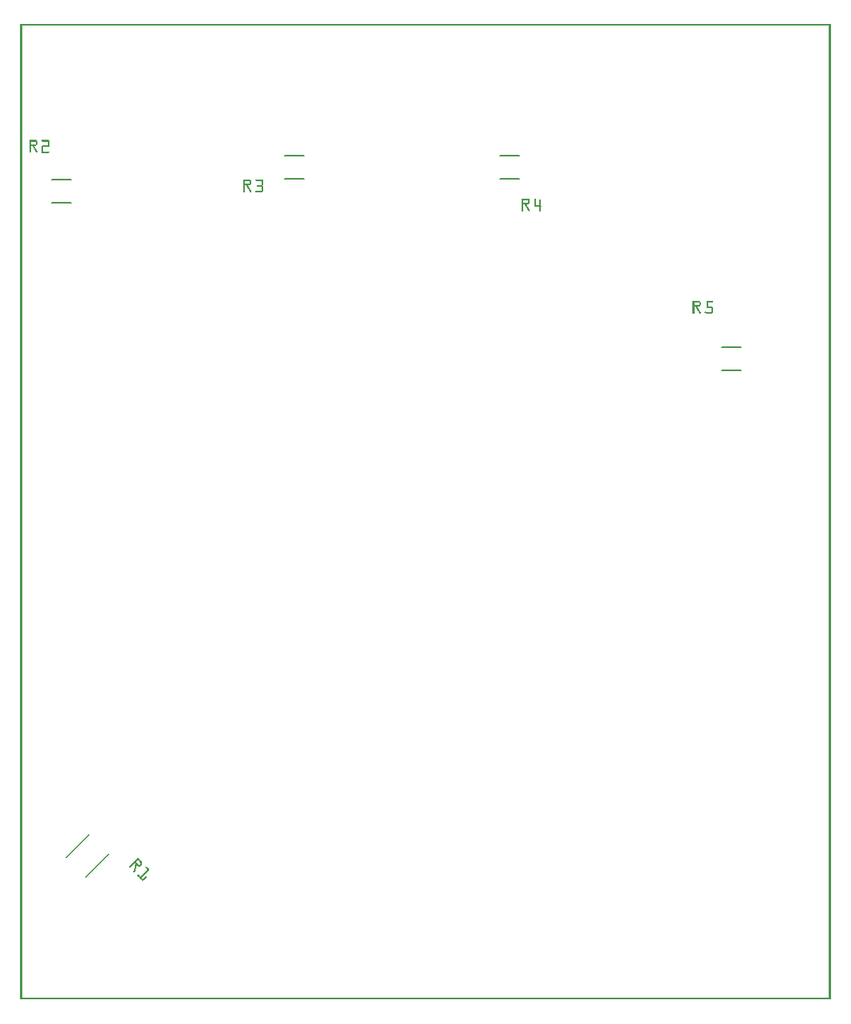
<source format=gbo>
G04 MADE WITH FRITZING*
G04 WWW.FRITZING.ORG*
G04 DOUBLE SIDED*
G04 HOLES PLATED*
G04 CONTOUR ON CENTER OF CONTOUR VECTOR*
%ASAXBY*%
%FSLAX23Y23*%
%MOIN*%
%OFA0B0*%
%SFA1.0B1.0*%
%ADD10C,0.006000*%
%ADD11R,0.001000X0.001000*%
%LNSILK0*%
G90*
G70*
G54D10*
X213Y3427D02*
X132Y3427D01*
D02*
X212Y3329D02*
X132Y3329D01*
D02*
X1105Y3429D02*
X1186Y3429D01*
D02*
X1106Y3527D02*
X1185Y3527D01*
D02*
X2005Y3429D02*
X2086Y3429D01*
D02*
X2006Y3527D02*
X2085Y3527D01*
D02*
X3013Y2727D02*
X2932Y2727D01*
D02*
X3012Y2629D02*
X2932Y2629D01*
G54D11*
X0Y4076D02*
X3387Y4076D01*
X0Y4075D02*
X3387Y4075D01*
X0Y4074D02*
X3387Y4074D01*
X0Y4073D02*
X3387Y4073D01*
X0Y4072D02*
X3387Y4072D01*
X0Y4071D02*
X3387Y4071D01*
X0Y4070D02*
X3387Y4070D01*
X0Y4069D02*
X3387Y4069D01*
X0Y4068D02*
X7Y4068D01*
X3380Y4068D02*
X3387Y4068D01*
X0Y4067D02*
X7Y4067D01*
X3380Y4067D02*
X3387Y4067D01*
X0Y4066D02*
X7Y4066D01*
X3380Y4066D02*
X3387Y4066D01*
X0Y4065D02*
X7Y4065D01*
X3380Y4065D02*
X3387Y4065D01*
X0Y4064D02*
X7Y4064D01*
X3380Y4064D02*
X3387Y4064D01*
X0Y4063D02*
X7Y4063D01*
X3380Y4063D02*
X3387Y4063D01*
X0Y4062D02*
X7Y4062D01*
X3380Y4062D02*
X3387Y4062D01*
X0Y4061D02*
X7Y4061D01*
X3380Y4061D02*
X3387Y4061D01*
X0Y4060D02*
X7Y4060D01*
X3380Y4060D02*
X3387Y4060D01*
X0Y4059D02*
X7Y4059D01*
X3380Y4059D02*
X3387Y4059D01*
X0Y4058D02*
X7Y4058D01*
X3380Y4058D02*
X3387Y4058D01*
X0Y4057D02*
X7Y4057D01*
X3380Y4057D02*
X3387Y4057D01*
X0Y4056D02*
X7Y4056D01*
X3380Y4056D02*
X3387Y4056D01*
X0Y4055D02*
X7Y4055D01*
X3380Y4055D02*
X3387Y4055D01*
X0Y4054D02*
X7Y4054D01*
X3380Y4054D02*
X3387Y4054D01*
X0Y4053D02*
X7Y4053D01*
X3380Y4053D02*
X3387Y4053D01*
X0Y4052D02*
X7Y4052D01*
X3380Y4052D02*
X3387Y4052D01*
X0Y4051D02*
X7Y4051D01*
X3380Y4051D02*
X3387Y4051D01*
X0Y4050D02*
X7Y4050D01*
X3380Y4050D02*
X3387Y4050D01*
X0Y4049D02*
X7Y4049D01*
X3380Y4049D02*
X3387Y4049D01*
X0Y4048D02*
X7Y4048D01*
X3380Y4048D02*
X3387Y4048D01*
X0Y4047D02*
X7Y4047D01*
X3380Y4047D02*
X3387Y4047D01*
X0Y4046D02*
X7Y4046D01*
X3380Y4046D02*
X3387Y4046D01*
X0Y4045D02*
X7Y4045D01*
X3380Y4045D02*
X3387Y4045D01*
X0Y4044D02*
X7Y4044D01*
X3380Y4044D02*
X3387Y4044D01*
X0Y4043D02*
X7Y4043D01*
X3380Y4043D02*
X3387Y4043D01*
X0Y4042D02*
X7Y4042D01*
X3380Y4042D02*
X3387Y4042D01*
X0Y4041D02*
X7Y4041D01*
X3380Y4041D02*
X3387Y4041D01*
X0Y4040D02*
X7Y4040D01*
X3380Y4040D02*
X3387Y4040D01*
X0Y4039D02*
X7Y4039D01*
X3380Y4039D02*
X3387Y4039D01*
X0Y4038D02*
X7Y4038D01*
X3380Y4038D02*
X3387Y4038D01*
X0Y4037D02*
X7Y4037D01*
X3380Y4037D02*
X3387Y4037D01*
X0Y4036D02*
X7Y4036D01*
X3380Y4036D02*
X3387Y4036D01*
X0Y4035D02*
X7Y4035D01*
X3380Y4035D02*
X3387Y4035D01*
X0Y4034D02*
X7Y4034D01*
X3380Y4034D02*
X3387Y4034D01*
X0Y4033D02*
X7Y4033D01*
X3380Y4033D02*
X3387Y4033D01*
X0Y4032D02*
X7Y4032D01*
X3380Y4032D02*
X3387Y4032D01*
X0Y4031D02*
X7Y4031D01*
X3380Y4031D02*
X3387Y4031D01*
X0Y4030D02*
X7Y4030D01*
X3380Y4030D02*
X3387Y4030D01*
X0Y4029D02*
X7Y4029D01*
X3380Y4029D02*
X3387Y4029D01*
X0Y4028D02*
X7Y4028D01*
X3380Y4028D02*
X3387Y4028D01*
X0Y4027D02*
X7Y4027D01*
X3380Y4027D02*
X3387Y4027D01*
X0Y4026D02*
X7Y4026D01*
X3380Y4026D02*
X3387Y4026D01*
X0Y4025D02*
X7Y4025D01*
X3380Y4025D02*
X3387Y4025D01*
X0Y4024D02*
X7Y4024D01*
X3380Y4024D02*
X3387Y4024D01*
X0Y4023D02*
X7Y4023D01*
X3380Y4023D02*
X3387Y4023D01*
X0Y4022D02*
X7Y4022D01*
X3380Y4022D02*
X3387Y4022D01*
X0Y4021D02*
X7Y4021D01*
X3380Y4021D02*
X3387Y4021D01*
X0Y4020D02*
X7Y4020D01*
X3380Y4020D02*
X3387Y4020D01*
X0Y4019D02*
X7Y4019D01*
X3380Y4019D02*
X3387Y4019D01*
X0Y4018D02*
X7Y4018D01*
X3380Y4018D02*
X3387Y4018D01*
X0Y4017D02*
X7Y4017D01*
X3380Y4017D02*
X3387Y4017D01*
X0Y4016D02*
X7Y4016D01*
X3380Y4016D02*
X3387Y4016D01*
X0Y4015D02*
X7Y4015D01*
X3380Y4015D02*
X3387Y4015D01*
X0Y4014D02*
X7Y4014D01*
X3380Y4014D02*
X3387Y4014D01*
X0Y4013D02*
X7Y4013D01*
X3380Y4013D02*
X3387Y4013D01*
X0Y4012D02*
X7Y4012D01*
X3380Y4012D02*
X3387Y4012D01*
X0Y4011D02*
X7Y4011D01*
X3380Y4011D02*
X3387Y4011D01*
X0Y4010D02*
X7Y4010D01*
X3380Y4010D02*
X3387Y4010D01*
X0Y4009D02*
X7Y4009D01*
X3380Y4009D02*
X3387Y4009D01*
X0Y4008D02*
X7Y4008D01*
X3380Y4008D02*
X3387Y4008D01*
X0Y4007D02*
X7Y4007D01*
X3380Y4007D02*
X3387Y4007D01*
X0Y4006D02*
X7Y4006D01*
X3380Y4006D02*
X3387Y4006D01*
X0Y4005D02*
X7Y4005D01*
X3380Y4005D02*
X3387Y4005D01*
X0Y4004D02*
X7Y4004D01*
X3380Y4004D02*
X3387Y4004D01*
X0Y4003D02*
X7Y4003D01*
X3380Y4003D02*
X3387Y4003D01*
X0Y4002D02*
X7Y4002D01*
X3380Y4002D02*
X3387Y4002D01*
X0Y4001D02*
X7Y4001D01*
X3380Y4001D02*
X3387Y4001D01*
X0Y4000D02*
X7Y4000D01*
X3380Y4000D02*
X3387Y4000D01*
X0Y3999D02*
X7Y3999D01*
X3380Y3999D02*
X3387Y3999D01*
X0Y3998D02*
X7Y3998D01*
X3380Y3998D02*
X3387Y3998D01*
X0Y3997D02*
X7Y3997D01*
X3380Y3997D02*
X3387Y3997D01*
X0Y3996D02*
X7Y3996D01*
X3380Y3996D02*
X3387Y3996D01*
X0Y3995D02*
X7Y3995D01*
X3380Y3995D02*
X3387Y3995D01*
X0Y3994D02*
X7Y3994D01*
X3380Y3994D02*
X3387Y3994D01*
X0Y3993D02*
X7Y3993D01*
X3380Y3993D02*
X3387Y3993D01*
X0Y3992D02*
X7Y3992D01*
X3380Y3992D02*
X3387Y3992D01*
X0Y3991D02*
X7Y3991D01*
X3380Y3991D02*
X3387Y3991D01*
X0Y3990D02*
X7Y3990D01*
X3380Y3990D02*
X3387Y3990D01*
X0Y3989D02*
X7Y3989D01*
X3380Y3989D02*
X3387Y3989D01*
X0Y3988D02*
X7Y3988D01*
X3380Y3988D02*
X3387Y3988D01*
X0Y3987D02*
X7Y3987D01*
X3380Y3987D02*
X3387Y3987D01*
X0Y3986D02*
X7Y3986D01*
X3380Y3986D02*
X3387Y3986D01*
X0Y3985D02*
X7Y3985D01*
X3380Y3985D02*
X3387Y3985D01*
X0Y3984D02*
X7Y3984D01*
X3380Y3984D02*
X3387Y3984D01*
X0Y3983D02*
X7Y3983D01*
X3380Y3983D02*
X3387Y3983D01*
X0Y3982D02*
X7Y3982D01*
X3380Y3982D02*
X3387Y3982D01*
X0Y3981D02*
X7Y3981D01*
X3380Y3981D02*
X3387Y3981D01*
X0Y3980D02*
X7Y3980D01*
X3380Y3980D02*
X3387Y3980D01*
X0Y3979D02*
X7Y3979D01*
X3380Y3979D02*
X3387Y3979D01*
X0Y3978D02*
X7Y3978D01*
X3380Y3978D02*
X3387Y3978D01*
X0Y3977D02*
X7Y3977D01*
X3380Y3977D02*
X3387Y3977D01*
X0Y3976D02*
X7Y3976D01*
X3380Y3976D02*
X3387Y3976D01*
X0Y3975D02*
X7Y3975D01*
X3380Y3975D02*
X3387Y3975D01*
X0Y3974D02*
X7Y3974D01*
X3380Y3974D02*
X3387Y3974D01*
X0Y3973D02*
X7Y3973D01*
X3380Y3973D02*
X3387Y3973D01*
X0Y3972D02*
X7Y3972D01*
X3380Y3972D02*
X3387Y3972D01*
X0Y3971D02*
X7Y3971D01*
X3380Y3971D02*
X3387Y3971D01*
X0Y3970D02*
X7Y3970D01*
X3380Y3970D02*
X3387Y3970D01*
X0Y3969D02*
X7Y3969D01*
X3380Y3969D02*
X3387Y3969D01*
X0Y3968D02*
X7Y3968D01*
X3380Y3968D02*
X3387Y3968D01*
X0Y3967D02*
X7Y3967D01*
X3380Y3967D02*
X3387Y3967D01*
X0Y3966D02*
X7Y3966D01*
X3380Y3966D02*
X3387Y3966D01*
X0Y3965D02*
X7Y3965D01*
X3380Y3965D02*
X3387Y3965D01*
X0Y3964D02*
X7Y3964D01*
X3380Y3964D02*
X3387Y3964D01*
X0Y3963D02*
X7Y3963D01*
X3380Y3963D02*
X3387Y3963D01*
X0Y3962D02*
X7Y3962D01*
X3380Y3962D02*
X3387Y3962D01*
X0Y3961D02*
X7Y3961D01*
X3380Y3961D02*
X3387Y3961D01*
X0Y3960D02*
X7Y3960D01*
X3380Y3960D02*
X3387Y3960D01*
X0Y3959D02*
X7Y3959D01*
X3380Y3959D02*
X3387Y3959D01*
X0Y3958D02*
X7Y3958D01*
X3380Y3958D02*
X3387Y3958D01*
X0Y3957D02*
X7Y3957D01*
X3380Y3957D02*
X3387Y3957D01*
X0Y3956D02*
X7Y3956D01*
X3380Y3956D02*
X3387Y3956D01*
X0Y3955D02*
X7Y3955D01*
X3380Y3955D02*
X3387Y3955D01*
X0Y3954D02*
X7Y3954D01*
X3380Y3954D02*
X3387Y3954D01*
X0Y3953D02*
X7Y3953D01*
X3380Y3953D02*
X3387Y3953D01*
X0Y3952D02*
X7Y3952D01*
X3380Y3952D02*
X3387Y3952D01*
X0Y3951D02*
X7Y3951D01*
X3380Y3951D02*
X3387Y3951D01*
X0Y3950D02*
X7Y3950D01*
X3380Y3950D02*
X3387Y3950D01*
X0Y3949D02*
X7Y3949D01*
X3380Y3949D02*
X3387Y3949D01*
X0Y3948D02*
X7Y3948D01*
X3380Y3948D02*
X3387Y3948D01*
X0Y3947D02*
X7Y3947D01*
X3380Y3947D02*
X3387Y3947D01*
X0Y3946D02*
X7Y3946D01*
X3380Y3946D02*
X3387Y3946D01*
X0Y3945D02*
X7Y3945D01*
X3380Y3945D02*
X3387Y3945D01*
X0Y3944D02*
X7Y3944D01*
X3380Y3944D02*
X3387Y3944D01*
X0Y3943D02*
X7Y3943D01*
X3380Y3943D02*
X3387Y3943D01*
X0Y3942D02*
X7Y3942D01*
X3380Y3942D02*
X3387Y3942D01*
X0Y3941D02*
X7Y3941D01*
X3380Y3941D02*
X3387Y3941D01*
X0Y3940D02*
X7Y3940D01*
X3380Y3940D02*
X3387Y3940D01*
X0Y3939D02*
X7Y3939D01*
X3380Y3939D02*
X3387Y3939D01*
X0Y3938D02*
X7Y3938D01*
X3380Y3938D02*
X3387Y3938D01*
X0Y3937D02*
X7Y3937D01*
X3380Y3937D02*
X3387Y3937D01*
X0Y3936D02*
X7Y3936D01*
X3380Y3936D02*
X3387Y3936D01*
X0Y3935D02*
X7Y3935D01*
X3380Y3935D02*
X3387Y3935D01*
X0Y3934D02*
X7Y3934D01*
X3380Y3934D02*
X3387Y3934D01*
X0Y3933D02*
X7Y3933D01*
X3380Y3933D02*
X3387Y3933D01*
X0Y3932D02*
X7Y3932D01*
X3380Y3932D02*
X3387Y3932D01*
X0Y3931D02*
X7Y3931D01*
X3380Y3931D02*
X3387Y3931D01*
X0Y3930D02*
X7Y3930D01*
X3380Y3930D02*
X3387Y3930D01*
X0Y3929D02*
X7Y3929D01*
X3380Y3929D02*
X3387Y3929D01*
X0Y3928D02*
X7Y3928D01*
X3380Y3928D02*
X3387Y3928D01*
X0Y3927D02*
X7Y3927D01*
X3380Y3927D02*
X3387Y3927D01*
X0Y3926D02*
X7Y3926D01*
X3380Y3926D02*
X3387Y3926D01*
X0Y3925D02*
X7Y3925D01*
X3380Y3925D02*
X3387Y3925D01*
X0Y3924D02*
X7Y3924D01*
X3380Y3924D02*
X3387Y3924D01*
X0Y3923D02*
X7Y3923D01*
X3380Y3923D02*
X3387Y3923D01*
X0Y3922D02*
X7Y3922D01*
X3380Y3922D02*
X3387Y3922D01*
X0Y3921D02*
X7Y3921D01*
X3380Y3921D02*
X3387Y3921D01*
X0Y3920D02*
X7Y3920D01*
X3380Y3920D02*
X3387Y3920D01*
X0Y3919D02*
X7Y3919D01*
X3380Y3919D02*
X3387Y3919D01*
X0Y3918D02*
X7Y3918D01*
X3380Y3918D02*
X3387Y3918D01*
X0Y3917D02*
X7Y3917D01*
X3380Y3917D02*
X3387Y3917D01*
X0Y3916D02*
X7Y3916D01*
X3380Y3916D02*
X3387Y3916D01*
X0Y3915D02*
X7Y3915D01*
X3380Y3915D02*
X3387Y3915D01*
X0Y3914D02*
X7Y3914D01*
X3380Y3914D02*
X3387Y3914D01*
X0Y3913D02*
X7Y3913D01*
X3380Y3913D02*
X3387Y3913D01*
X0Y3912D02*
X7Y3912D01*
X3380Y3912D02*
X3387Y3912D01*
X0Y3911D02*
X7Y3911D01*
X3380Y3911D02*
X3387Y3911D01*
X0Y3910D02*
X7Y3910D01*
X3380Y3910D02*
X3387Y3910D01*
X0Y3909D02*
X7Y3909D01*
X3380Y3909D02*
X3387Y3909D01*
X0Y3908D02*
X7Y3908D01*
X3380Y3908D02*
X3387Y3908D01*
X0Y3907D02*
X7Y3907D01*
X3380Y3907D02*
X3387Y3907D01*
X0Y3906D02*
X7Y3906D01*
X3380Y3906D02*
X3387Y3906D01*
X0Y3905D02*
X7Y3905D01*
X3380Y3905D02*
X3387Y3905D01*
X0Y3904D02*
X7Y3904D01*
X3380Y3904D02*
X3387Y3904D01*
X0Y3903D02*
X7Y3903D01*
X3380Y3903D02*
X3387Y3903D01*
X0Y3902D02*
X7Y3902D01*
X3380Y3902D02*
X3387Y3902D01*
X0Y3901D02*
X7Y3901D01*
X3380Y3901D02*
X3387Y3901D01*
X0Y3900D02*
X7Y3900D01*
X3380Y3900D02*
X3387Y3900D01*
X0Y3899D02*
X7Y3899D01*
X3380Y3899D02*
X3387Y3899D01*
X0Y3898D02*
X7Y3898D01*
X3380Y3898D02*
X3387Y3898D01*
X0Y3897D02*
X7Y3897D01*
X3380Y3897D02*
X3387Y3897D01*
X0Y3896D02*
X7Y3896D01*
X3380Y3896D02*
X3387Y3896D01*
X0Y3895D02*
X7Y3895D01*
X3380Y3895D02*
X3387Y3895D01*
X0Y3894D02*
X7Y3894D01*
X3380Y3894D02*
X3387Y3894D01*
X0Y3893D02*
X7Y3893D01*
X3380Y3893D02*
X3387Y3893D01*
X0Y3892D02*
X7Y3892D01*
X3380Y3892D02*
X3387Y3892D01*
X0Y3891D02*
X7Y3891D01*
X3380Y3891D02*
X3387Y3891D01*
X0Y3890D02*
X7Y3890D01*
X3380Y3890D02*
X3387Y3890D01*
X0Y3889D02*
X7Y3889D01*
X3380Y3889D02*
X3387Y3889D01*
X0Y3888D02*
X7Y3888D01*
X3380Y3888D02*
X3387Y3888D01*
X0Y3887D02*
X7Y3887D01*
X3380Y3887D02*
X3387Y3887D01*
X0Y3886D02*
X7Y3886D01*
X3380Y3886D02*
X3387Y3886D01*
X0Y3885D02*
X7Y3885D01*
X3380Y3885D02*
X3387Y3885D01*
X0Y3884D02*
X7Y3884D01*
X3380Y3884D02*
X3387Y3884D01*
X0Y3883D02*
X7Y3883D01*
X3380Y3883D02*
X3387Y3883D01*
X0Y3882D02*
X7Y3882D01*
X3380Y3882D02*
X3387Y3882D01*
X0Y3881D02*
X7Y3881D01*
X3380Y3881D02*
X3387Y3881D01*
X0Y3880D02*
X7Y3880D01*
X3380Y3880D02*
X3387Y3880D01*
X0Y3879D02*
X7Y3879D01*
X3380Y3879D02*
X3387Y3879D01*
X0Y3878D02*
X7Y3878D01*
X3380Y3878D02*
X3387Y3878D01*
X0Y3877D02*
X7Y3877D01*
X3380Y3877D02*
X3387Y3877D01*
X0Y3876D02*
X7Y3876D01*
X3380Y3876D02*
X3387Y3876D01*
X0Y3875D02*
X7Y3875D01*
X3380Y3875D02*
X3387Y3875D01*
X0Y3874D02*
X7Y3874D01*
X3380Y3874D02*
X3387Y3874D01*
X0Y3873D02*
X7Y3873D01*
X3380Y3873D02*
X3387Y3873D01*
X0Y3872D02*
X7Y3872D01*
X3380Y3872D02*
X3387Y3872D01*
X0Y3871D02*
X7Y3871D01*
X3380Y3871D02*
X3387Y3871D01*
X0Y3870D02*
X7Y3870D01*
X3380Y3870D02*
X3387Y3870D01*
X0Y3869D02*
X7Y3869D01*
X3380Y3869D02*
X3387Y3869D01*
X0Y3868D02*
X7Y3868D01*
X3380Y3868D02*
X3387Y3868D01*
X0Y3867D02*
X7Y3867D01*
X3380Y3867D02*
X3387Y3867D01*
X0Y3866D02*
X7Y3866D01*
X3380Y3866D02*
X3387Y3866D01*
X0Y3865D02*
X7Y3865D01*
X3380Y3865D02*
X3387Y3865D01*
X0Y3864D02*
X7Y3864D01*
X3380Y3864D02*
X3387Y3864D01*
X0Y3863D02*
X7Y3863D01*
X3380Y3863D02*
X3387Y3863D01*
X0Y3862D02*
X7Y3862D01*
X3380Y3862D02*
X3387Y3862D01*
X0Y3861D02*
X7Y3861D01*
X3380Y3861D02*
X3387Y3861D01*
X0Y3860D02*
X7Y3860D01*
X3380Y3860D02*
X3387Y3860D01*
X0Y3859D02*
X7Y3859D01*
X3380Y3859D02*
X3387Y3859D01*
X0Y3858D02*
X7Y3858D01*
X3380Y3858D02*
X3387Y3858D01*
X0Y3857D02*
X7Y3857D01*
X3380Y3857D02*
X3387Y3857D01*
X0Y3856D02*
X7Y3856D01*
X3380Y3856D02*
X3387Y3856D01*
X0Y3855D02*
X7Y3855D01*
X3380Y3855D02*
X3387Y3855D01*
X0Y3854D02*
X7Y3854D01*
X3380Y3854D02*
X3387Y3854D01*
X0Y3853D02*
X7Y3853D01*
X3380Y3853D02*
X3387Y3853D01*
X0Y3852D02*
X7Y3852D01*
X3380Y3852D02*
X3387Y3852D01*
X0Y3851D02*
X7Y3851D01*
X3380Y3851D02*
X3387Y3851D01*
X0Y3850D02*
X7Y3850D01*
X3380Y3850D02*
X3387Y3850D01*
X0Y3849D02*
X7Y3849D01*
X3380Y3849D02*
X3387Y3849D01*
X0Y3848D02*
X7Y3848D01*
X3380Y3848D02*
X3387Y3848D01*
X0Y3847D02*
X7Y3847D01*
X3380Y3847D02*
X3387Y3847D01*
X0Y3846D02*
X7Y3846D01*
X3380Y3846D02*
X3387Y3846D01*
X0Y3845D02*
X7Y3845D01*
X3380Y3845D02*
X3387Y3845D01*
X0Y3844D02*
X7Y3844D01*
X3380Y3844D02*
X3387Y3844D01*
X0Y3843D02*
X7Y3843D01*
X3380Y3843D02*
X3387Y3843D01*
X0Y3842D02*
X7Y3842D01*
X3380Y3842D02*
X3387Y3842D01*
X0Y3841D02*
X7Y3841D01*
X3380Y3841D02*
X3387Y3841D01*
X0Y3840D02*
X7Y3840D01*
X3380Y3840D02*
X3387Y3840D01*
X0Y3839D02*
X7Y3839D01*
X3380Y3839D02*
X3387Y3839D01*
X0Y3838D02*
X7Y3838D01*
X3380Y3838D02*
X3387Y3838D01*
X0Y3837D02*
X7Y3837D01*
X3380Y3837D02*
X3387Y3837D01*
X0Y3836D02*
X7Y3836D01*
X3380Y3836D02*
X3387Y3836D01*
X0Y3835D02*
X7Y3835D01*
X3380Y3835D02*
X3387Y3835D01*
X0Y3834D02*
X7Y3834D01*
X3380Y3834D02*
X3387Y3834D01*
X0Y3833D02*
X7Y3833D01*
X3380Y3833D02*
X3387Y3833D01*
X0Y3832D02*
X7Y3832D01*
X3380Y3832D02*
X3387Y3832D01*
X0Y3831D02*
X7Y3831D01*
X3380Y3831D02*
X3387Y3831D01*
X0Y3830D02*
X7Y3830D01*
X3380Y3830D02*
X3387Y3830D01*
X0Y3829D02*
X7Y3829D01*
X3380Y3829D02*
X3387Y3829D01*
X0Y3828D02*
X7Y3828D01*
X3380Y3828D02*
X3387Y3828D01*
X0Y3827D02*
X7Y3827D01*
X3380Y3827D02*
X3387Y3827D01*
X0Y3826D02*
X7Y3826D01*
X3380Y3826D02*
X3387Y3826D01*
X0Y3825D02*
X7Y3825D01*
X3380Y3825D02*
X3387Y3825D01*
X0Y3824D02*
X7Y3824D01*
X3380Y3824D02*
X3387Y3824D01*
X0Y3823D02*
X7Y3823D01*
X3380Y3823D02*
X3387Y3823D01*
X0Y3822D02*
X7Y3822D01*
X3380Y3822D02*
X3387Y3822D01*
X0Y3821D02*
X7Y3821D01*
X3380Y3821D02*
X3387Y3821D01*
X0Y3820D02*
X7Y3820D01*
X3380Y3820D02*
X3387Y3820D01*
X0Y3819D02*
X7Y3819D01*
X3380Y3819D02*
X3387Y3819D01*
X0Y3818D02*
X7Y3818D01*
X3380Y3818D02*
X3387Y3818D01*
X0Y3817D02*
X7Y3817D01*
X3380Y3817D02*
X3387Y3817D01*
X0Y3816D02*
X7Y3816D01*
X3380Y3816D02*
X3387Y3816D01*
X0Y3815D02*
X7Y3815D01*
X3380Y3815D02*
X3387Y3815D01*
X0Y3814D02*
X7Y3814D01*
X3380Y3814D02*
X3387Y3814D01*
X0Y3813D02*
X7Y3813D01*
X3380Y3813D02*
X3387Y3813D01*
X0Y3812D02*
X7Y3812D01*
X3380Y3812D02*
X3387Y3812D01*
X0Y3811D02*
X7Y3811D01*
X3380Y3811D02*
X3387Y3811D01*
X0Y3810D02*
X7Y3810D01*
X3380Y3810D02*
X3387Y3810D01*
X0Y3809D02*
X7Y3809D01*
X3380Y3809D02*
X3387Y3809D01*
X0Y3808D02*
X7Y3808D01*
X3380Y3808D02*
X3387Y3808D01*
X0Y3807D02*
X7Y3807D01*
X3380Y3807D02*
X3387Y3807D01*
X0Y3806D02*
X7Y3806D01*
X3380Y3806D02*
X3387Y3806D01*
X0Y3805D02*
X7Y3805D01*
X3380Y3805D02*
X3387Y3805D01*
X0Y3804D02*
X7Y3804D01*
X3380Y3804D02*
X3387Y3804D01*
X0Y3803D02*
X7Y3803D01*
X3380Y3803D02*
X3387Y3803D01*
X0Y3802D02*
X7Y3802D01*
X3380Y3802D02*
X3387Y3802D01*
X0Y3801D02*
X7Y3801D01*
X3380Y3801D02*
X3387Y3801D01*
X0Y3800D02*
X7Y3800D01*
X3380Y3800D02*
X3387Y3800D01*
X0Y3799D02*
X7Y3799D01*
X3380Y3799D02*
X3387Y3799D01*
X0Y3798D02*
X7Y3798D01*
X3380Y3798D02*
X3387Y3798D01*
X0Y3797D02*
X7Y3797D01*
X3380Y3797D02*
X3387Y3797D01*
X0Y3796D02*
X7Y3796D01*
X3380Y3796D02*
X3387Y3796D01*
X0Y3795D02*
X7Y3795D01*
X3380Y3795D02*
X3387Y3795D01*
X0Y3794D02*
X7Y3794D01*
X3380Y3794D02*
X3387Y3794D01*
X0Y3793D02*
X7Y3793D01*
X3380Y3793D02*
X3387Y3793D01*
X0Y3792D02*
X7Y3792D01*
X3380Y3792D02*
X3387Y3792D01*
X0Y3791D02*
X7Y3791D01*
X3380Y3791D02*
X3387Y3791D01*
X0Y3790D02*
X7Y3790D01*
X3380Y3790D02*
X3387Y3790D01*
X0Y3789D02*
X7Y3789D01*
X3380Y3789D02*
X3387Y3789D01*
X0Y3788D02*
X7Y3788D01*
X3380Y3788D02*
X3387Y3788D01*
X0Y3787D02*
X7Y3787D01*
X3380Y3787D02*
X3387Y3787D01*
X0Y3786D02*
X7Y3786D01*
X3380Y3786D02*
X3387Y3786D01*
X0Y3785D02*
X7Y3785D01*
X3380Y3785D02*
X3387Y3785D01*
X0Y3784D02*
X7Y3784D01*
X3380Y3784D02*
X3387Y3784D01*
X0Y3783D02*
X7Y3783D01*
X3380Y3783D02*
X3387Y3783D01*
X0Y3782D02*
X7Y3782D01*
X3380Y3782D02*
X3387Y3782D01*
X0Y3781D02*
X7Y3781D01*
X3380Y3781D02*
X3387Y3781D01*
X0Y3780D02*
X7Y3780D01*
X3380Y3780D02*
X3387Y3780D01*
X0Y3779D02*
X7Y3779D01*
X3380Y3779D02*
X3387Y3779D01*
X0Y3778D02*
X7Y3778D01*
X3380Y3778D02*
X3387Y3778D01*
X0Y3777D02*
X7Y3777D01*
X3380Y3777D02*
X3387Y3777D01*
X0Y3776D02*
X7Y3776D01*
X3380Y3776D02*
X3387Y3776D01*
X0Y3775D02*
X7Y3775D01*
X3380Y3775D02*
X3387Y3775D01*
X0Y3774D02*
X7Y3774D01*
X3380Y3774D02*
X3387Y3774D01*
X0Y3773D02*
X7Y3773D01*
X3380Y3773D02*
X3387Y3773D01*
X0Y3772D02*
X7Y3772D01*
X3380Y3772D02*
X3387Y3772D01*
X0Y3771D02*
X7Y3771D01*
X3380Y3771D02*
X3387Y3771D01*
X0Y3770D02*
X7Y3770D01*
X3380Y3770D02*
X3387Y3770D01*
X0Y3769D02*
X7Y3769D01*
X3380Y3769D02*
X3387Y3769D01*
X0Y3768D02*
X7Y3768D01*
X3380Y3768D02*
X3387Y3768D01*
X0Y3767D02*
X7Y3767D01*
X3380Y3767D02*
X3387Y3767D01*
X0Y3766D02*
X7Y3766D01*
X3380Y3766D02*
X3387Y3766D01*
X0Y3765D02*
X7Y3765D01*
X3380Y3765D02*
X3387Y3765D01*
X0Y3764D02*
X7Y3764D01*
X3380Y3764D02*
X3387Y3764D01*
X0Y3763D02*
X7Y3763D01*
X3380Y3763D02*
X3387Y3763D01*
X0Y3762D02*
X7Y3762D01*
X3380Y3762D02*
X3387Y3762D01*
X0Y3761D02*
X7Y3761D01*
X3380Y3761D02*
X3387Y3761D01*
X0Y3760D02*
X7Y3760D01*
X3380Y3760D02*
X3387Y3760D01*
X0Y3759D02*
X7Y3759D01*
X3380Y3759D02*
X3387Y3759D01*
X0Y3758D02*
X7Y3758D01*
X3380Y3758D02*
X3387Y3758D01*
X0Y3757D02*
X7Y3757D01*
X3380Y3757D02*
X3387Y3757D01*
X0Y3756D02*
X7Y3756D01*
X3380Y3756D02*
X3387Y3756D01*
X0Y3755D02*
X7Y3755D01*
X3380Y3755D02*
X3387Y3755D01*
X0Y3754D02*
X7Y3754D01*
X3380Y3754D02*
X3387Y3754D01*
X0Y3753D02*
X7Y3753D01*
X3380Y3753D02*
X3387Y3753D01*
X0Y3752D02*
X7Y3752D01*
X3380Y3752D02*
X3387Y3752D01*
X0Y3751D02*
X7Y3751D01*
X3380Y3751D02*
X3387Y3751D01*
X0Y3750D02*
X7Y3750D01*
X3380Y3750D02*
X3387Y3750D01*
X0Y3749D02*
X7Y3749D01*
X3380Y3749D02*
X3387Y3749D01*
X0Y3748D02*
X7Y3748D01*
X3380Y3748D02*
X3387Y3748D01*
X0Y3747D02*
X7Y3747D01*
X3380Y3747D02*
X3387Y3747D01*
X0Y3746D02*
X7Y3746D01*
X3380Y3746D02*
X3387Y3746D01*
X0Y3745D02*
X7Y3745D01*
X3380Y3745D02*
X3387Y3745D01*
X0Y3744D02*
X7Y3744D01*
X3380Y3744D02*
X3387Y3744D01*
X0Y3743D02*
X7Y3743D01*
X3380Y3743D02*
X3387Y3743D01*
X0Y3742D02*
X7Y3742D01*
X3380Y3742D02*
X3387Y3742D01*
X0Y3741D02*
X7Y3741D01*
X3380Y3741D02*
X3387Y3741D01*
X0Y3740D02*
X7Y3740D01*
X3380Y3740D02*
X3387Y3740D01*
X0Y3739D02*
X7Y3739D01*
X3380Y3739D02*
X3387Y3739D01*
X0Y3738D02*
X7Y3738D01*
X3380Y3738D02*
X3387Y3738D01*
X0Y3737D02*
X7Y3737D01*
X3380Y3737D02*
X3387Y3737D01*
X0Y3736D02*
X7Y3736D01*
X3380Y3736D02*
X3387Y3736D01*
X0Y3735D02*
X7Y3735D01*
X3380Y3735D02*
X3387Y3735D01*
X0Y3734D02*
X7Y3734D01*
X3380Y3734D02*
X3387Y3734D01*
X0Y3733D02*
X7Y3733D01*
X3380Y3733D02*
X3387Y3733D01*
X0Y3732D02*
X7Y3732D01*
X3380Y3732D02*
X3387Y3732D01*
X0Y3731D02*
X7Y3731D01*
X3380Y3731D02*
X3387Y3731D01*
X0Y3730D02*
X7Y3730D01*
X3380Y3730D02*
X3387Y3730D01*
X0Y3729D02*
X7Y3729D01*
X3380Y3729D02*
X3387Y3729D01*
X0Y3728D02*
X7Y3728D01*
X3380Y3728D02*
X3387Y3728D01*
X0Y3727D02*
X7Y3727D01*
X3380Y3727D02*
X3387Y3727D01*
X0Y3726D02*
X7Y3726D01*
X3380Y3726D02*
X3387Y3726D01*
X0Y3725D02*
X7Y3725D01*
X3380Y3725D02*
X3387Y3725D01*
X0Y3724D02*
X7Y3724D01*
X3380Y3724D02*
X3387Y3724D01*
X0Y3723D02*
X7Y3723D01*
X3380Y3723D02*
X3387Y3723D01*
X0Y3722D02*
X7Y3722D01*
X3380Y3722D02*
X3387Y3722D01*
X0Y3721D02*
X7Y3721D01*
X3380Y3721D02*
X3387Y3721D01*
X0Y3720D02*
X7Y3720D01*
X3380Y3720D02*
X3387Y3720D01*
X0Y3719D02*
X7Y3719D01*
X3380Y3719D02*
X3387Y3719D01*
X0Y3718D02*
X7Y3718D01*
X3380Y3718D02*
X3387Y3718D01*
X0Y3717D02*
X7Y3717D01*
X3380Y3717D02*
X3387Y3717D01*
X0Y3716D02*
X7Y3716D01*
X3380Y3716D02*
X3387Y3716D01*
X0Y3715D02*
X7Y3715D01*
X3380Y3715D02*
X3387Y3715D01*
X0Y3714D02*
X7Y3714D01*
X3380Y3714D02*
X3387Y3714D01*
X0Y3713D02*
X7Y3713D01*
X3380Y3713D02*
X3387Y3713D01*
X0Y3712D02*
X7Y3712D01*
X3380Y3712D02*
X3387Y3712D01*
X0Y3711D02*
X7Y3711D01*
X3380Y3711D02*
X3387Y3711D01*
X0Y3710D02*
X7Y3710D01*
X3380Y3710D02*
X3387Y3710D01*
X0Y3709D02*
X7Y3709D01*
X3380Y3709D02*
X3387Y3709D01*
X0Y3708D02*
X7Y3708D01*
X3380Y3708D02*
X3387Y3708D01*
X0Y3707D02*
X7Y3707D01*
X3380Y3707D02*
X3387Y3707D01*
X0Y3706D02*
X7Y3706D01*
X3380Y3706D02*
X3387Y3706D01*
X0Y3705D02*
X7Y3705D01*
X3380Y3705D02*
X3387Y3705D01*
X0Y3704D02*
X7Y3704D01*
X3380Y3704D02*
X3387Y3704D01*
X0Y3703D02*
X7Y3703D01*
X3380Y3703D02*
X3387Y3703D01*
X0Y3702D02*
X7Y3702D01*
X3380Y3702D02*
X3387Y3702D01*
X0Y3701D02*
X7Y3701D01*
X3380Y3701D02*
X3387Y3701D01*
X0Y3700D02*
X7Y3700D01*
X3380Y3700D02*
X3387Y3700D01*
X0Y3699D02*
X7Y3699D01*
X3380Y3699D02*
X3387Y3699D01*
X0Y3698D02*
X7Y3698D01*
X3380Y3698D02*
X3387Y3698D01*
X0Y3697D02*
X7Y3697D01*
X3380Y3697D02*
X3387Y3697D01*
X0Y3696D02*
X7Y3696D01*
X3380Y3696D02*
X3387Y3696D01*
X0Y3695D02*
X7Y3695D01*
X3380Y3695D02*
X3387Y3695D01*
X0Y3694D02*
X7Y3694D01*
X3380Y3694D02*
X3387Y3694D01*
X0Y3693D02*
X7Y3693D01*
X3380Y3693D02*
X3387Y3693D01*
X0Y3692D02*
X7Y3692D01*
X3380Y3692D02*
X3387Y3692D01*
X0Y3691D02*
X7Y3691D01*
X3380Y3691D02*
X3387Y3691D01*
X0Y3690D02*
X7Y3690D01*
X3380Y3690D02*
X3387Y3690D01*
X0Y3689D02*
X7Y3689D01*
X3380Y3689D02*
X3387Y3689D01*
X0Y3688D02*
X7Y3688D01*
X3380Y3688D02*
X3387Y3688D01*
X0Y3687D02*
X7Y3687D01*
X3380Y3687D02*
X3387Y3687D01*
X0Y3686D02*
X7Y3686D01*
X3380Y3686D02*
X3387Y3686D01*
X0Y3685D02*
X7Y3685D01*
X3380Y3685D02*
X3387Y3685D01*
X0Y3684D02*
X7Y3684D01*
X3380Y3684D02*
X3387Y3684D01*
X0Y3683D02*
X7Y3683D01*
X3380Y3683D02*
X3387Y3683D01*
X0Y3682D02*
X7Y3682D01*
X3380Y3682D02*
X3387Y3682D01*
X0Y3681D02*
X7Y3681D01*
X3380Y3681D02*
X3387Y3681D01*
X0Y3680D02*
X7Y3680D01*
X3380Y3680D02*
X3387Y3680D01*
X0Y3679D02*
X7Y3679D01*
X3380Y3679D02*
X3387Y3679D01*
X0Y3678D02*
X7Y3678D01*
X3380Y3678D02*
X3387Y3678D01*
X0Y3677D02*
X7Y3677D01*
X3380Y3677D02*
X3387Y3677D01*
X0Y3676D02*
X7Y3676D01*
X3380Y3676D02*
X3387Y3676D01*
X0Y3675D02*
X7Y3675D01*
X3380Y3675D02*
X3387Y3675D01*
X0Y3674D02*
X7Y3674D01*
X3380Y3674D02*
X3387Y3674D01*
X0Y3673D02*
X7Y3673D01*
X3380Y3673D02*
X3387Y3673D01*
X0Y3672D02*
X7Y3672D01*
X3380Y3672D02*
X3387Y3672D01*
X0Y3671D02*
X7Y3671D01*
X3380Y3671D02*
X3387Y3671D01*
X0Y3670D02*
X7Y3670D01*
X3380Y3670D02*
X3387Y3670D01*
X0Y3669D02*
X7Y3669D01*
X3380Y3669D02*
X3387Y3669D01*
X0Y3668D02*
X7Y3668D01*
X3380Y3668D02*
X3387Y3668D01*
X0Y3667D02*
X7Y3667D01*
X3380Y3667D02*
X3387Y3667D01*
X0Y3666D02*
X7Y3666D01*
X3380Y3666D02*
X3387Y3666D01*
X0Y3665D02*
X7Y3665D01*
X3380Y3665D02*
X3387Y3665D01*
X0Y3664D02*
X7Y3664D01*
X3380Y3664D02*
X3387Y3664D01*
X0Y3663D02*
X7Y3663D01*
X3380Y3663D02*
X3387Y3663D01*
X0Y3662D02*
X7Y3662D01*
X3380Y3662D02*
X3387Y3662D01*
X0Y3661D02*
X7Y3661D01*
X3380Y3661D02*
X3387Y3661D01*
X0Y3660D02*
X7Y3660D01*
X3380Y3660D02*
X3387Y3660D01*
X0Y3659D02*
X7Y3659D01*
X3380Y3659D02*
X3387Y3659D01*
X0Y3658D02*
X7Y3658D01*
X3380Y3658D02*
X3387Y3658D01*
X0Y3657D02*
X7Y3657D01*
X3380Y3657D02*
X3387Y3657D01*
X0Y3656D02*
X7Y3656D01*
X3380Y3656D02*
X3387Y3656D01*
X0Y3655D02*
X7Y3655D01*
X3380Y3655D02*
X3387Y3655D01*
X0Y3654D02*
X7Y3654D01*
X3380Y3654D02*
X3387Y3654D01*
X0Y3653D02*
X7Y3653D01*
X3380Y3653D02*
X3387Y3653D01*
X0Y3652D02*
X7Y3652D01*
X3380Y3652D02*
X3387Y3652D01*
X0Y3651D02*
X7Y3651D01*
X3380Y3651D02*
X3387Y3651D01*
X0Y3650D02*
X7Y3650D01*
X3380Y3650D02*
X3387Y3650D01*
X0Y3649D02*
X7Y3649D01*
X3380Y3649D02*
X3387Y3649D01*
X0Y3648D02*
X7Y3648D01*
X3380Y3648D02*
X3387Y3648D01*
X0Y3647D02*
X7Y3647D01*
X3380Y3647D02*
X3387Y3647D01*
X0Y3646D02*
X7Y3646D01*
X3380Y3646D02*
X3387Y3646D01*
X0Y3645D02*
X7Y3645D01*
X3380Y3645D02*
X3387Y3645D01*
X0Y3644D02*
X7Y3644D01*
X3380Y3644D02*
X3387Y3644D01*
X0Y3643D02*
X7Y3643D01*
X3380Y3643D02*
X3387Y3643D01*
X0Y3642D02*
X7Y3642D01*
X3380Y3642D02*
X3387Y3642D01*
X0Y3641D02*
X7Y3641D01*
X3380Y3641D02*
X3387Y3641D01*
X0Y3640D02*
X7Y3640D01*
X3380Y3640D02*
X3387Y3640D01*
X0Y3639D02*
X7Y3639D01*
X3380Y3639D02*
X3387Y3639D01*
X0Y3638D02*
X7Y3638D01*
X3380Y3638D02*
X3387Y3638D01*
X0Y3637D02*
X7Y3637D01*
X3380Y3637D02*
X3387Y3637D01*
X0Y3636D02*
X7Y3636D01*
X3380Y3636D02*
X3387Y3636D01*
X0Y3635D02*
X7Y3635D01*
X3380Y3635D02*
X3387Y3635D01*
X0Y3634D02*
X7Y3634D01*
X3380Y3634D02*
X3387Y3634D01*
X0Y3633D02*
X7Y3633D01*
X3380Y3633D02*
X3387Y3633D01*
X0Y3632D02*
X7Y3632D01*
X3380Y3632D02*
X3387Y3632D01*
X0Y3631D02*
X7Y3631D01*
X3380Y3631D02*
X3387Y3631D01*
X0Y3630D02*
X7Y3630D01*
X3380Y3630D02*
X3387Y3630D01*
X0Y3629D02*
X7Y3629D01*
X3380Y3629D02*
X3387Y3629D01*
X0Y3628D02*
X7Y3628D01*
X3380Y3628D02*
X3387Y3628D01*
X0Y3627D02*
X7Y3627D01*
X3380Y3627D02*
X3387Y3627D01*
X0Y3626D02*
X7Y3626D01*
X3380Y3626D02*
X3387Y3626D01*
X0Y3625D02*
X7Y3625D01*
X3380Y3625D02*
X3387Y3625D01*
X0Y3624D02*
X7Y3624D01*
X3380Y3624D02*
X3387Y3624D01*
X0Y3623D02*
X7Y3623D01*
X3380Y3623D02*
X3387Y3623D01*
X0Y3622D02*
X7Y3622D01*
X3380Y3622D02*
X3387Y3622D01*
X0Y3621D02*
X7Y3621D01*
X3380Y3621D02*
X3387Y3621D01*
X0Y3620D02*
X7Y3620D01*
X3380Y3620D02*
X3387Y3620D01*
X0Y3619D02*
X7Y3619D01*
X3380Y3619D02*
X3387Y3619D01*
X0Y3618D02*
X7Y3618D01*
X3380Y3618D02*
X3387Y3618D01*
X0Y3617D02*
X7Y3617D01*
X3380Y3617D02*
X3387Y3617D01*
X0Y3616D02*
X7Y3616D01*
X3380Y3616D02*
X3387Y3616D01*
X0Y3615D02*
X7Y3615D01*
X3380Y3615D02*
X3387Y3615D01*
X0Y3614D02*
X7Y3614D01*
X3380Y3614D02*
X3387Y3614D01*
X0Y3613D02*
X7Y3613D01*
X3380Y3613D02*
X3387Y3613D01*
X0Y3612D02*
X7Y3612D01*
X3380Y3612D02*
X3387Y3612D01*
X0Y3611D02*
X7Y3611D01*
X3380Y3611D02*
X3387Y3611D01*
X0Y3610D02*
X7Y3610D01*
X3380Y3610D02*
X3387Y3610D01*
X0Y3609D02*
X7Y3609D01*
X3380Y3609D02*
X3387Y3609D01*
X0Y3608D02*
X7Y3608D01*
X3380Y3608D02*
X3387Y3608D01*
X0Y3607D02*
X7Y3607D01*
X3380Y3607D02*
X3387Y3607D01*
X0Y3606D02*
X7Y3606D01*
X3380Y3606D02*
X3387Y3606D01*
X0Y3605D02*
X7Y3605D01*
X3380Y3605D02*
X3387Y3605D01*
X0Y3604D02*
X7Y3604D01*
X3380Y3604D02*
X3387Y3604D01*
X0Y3603D02*
X7Y3603D01*
X3380Y3603D02*
X3387Y3603D01*
X0Y3602D02*
X7Y3602D01*
X3380Y3602D02*
X3387Y3602D01*
X0Y3601D02*
X7Y3601D01*
X3380Y3601D02*
X3387Y3601D01*
X0Y3600D02*
X7Y3600D01*
X3380Y3600D02*
X3387Y3600D01*
X0Y3599D02*
X7Y3599D01*
X3380Y3599D02*
X3387Y3599D01*
X0Y3598D02*
X7Y3598D01*
X3380Y3598D02*
X3387Y3598D01*
X0Y3597D02*
X7Y3597D01*
X3380Y3597D02*
X3387Y3597D01*
X0Y3596D02*
X7Y3596D01*
X3380Y3596D02*
X3387Y3596D01*
X0Y3595D02*
X7Y3595D01*
X3380Y3595D02*
X3387Y3595D01*
X0Y3594D02*
X7Y3594D01*
X3380Y3594D02*
X3387Y3594D01*
X0Y3593D02*
X7Y3593D01*
X3380Y3593D02*
X3387Y3593D01*
X0Y3592D02*
X7Y3592D01*
X38Y3592D02*
X61Y3592D01*
X92Y3592D02*
X115Y3592D01*
X3380Y3592D02*
X3387Y3592D01*
X0Y3591D02*
X7Y3591D01*
X38Y3591D02*
X66Y3591D01*
X89Y3591D02*
X118Y3591D01*
X3380Y3591D02*
X3387Y3591D01*
X0Y3590D02*
X7Y3590D01*
X38Y3590D02*
X67Y3590D01*
X88Y3590D02*
X119Y3590D01*
X3380Y3590D02*
X3387Y3590D01*
X0Y3589D02*
X7Y3589D01*
X38Y3589D02*
X68Y3589D01*
X88Y3589D02*
X120Y3589D01*
X3380Y3589D02*
X3387Y3589D01*
X0Y3588D02*
X7Y3588D01*
X38Y3588D02*
X69Y3588D01*
X88Y3588D02*
X121Y3588D01*
X3380Y3588D02*
X3387Y3588D01*
X0Y3587D02*
X7Y3587D01*
X38Y3587D02*
X70Y3587D01*
X88Y3587D02*
X121Y3587D01*
X3380Y3587D02*
X3387Y3587D01*
X0Y3586D02*
X7Y3586D01*
X38Y3586D02*
X71Y3586D01*
X89Y3586D02*
X122Y3586D01*
X3380Y3586D02*
X3387Y3586D01*
X0Y3585D02*
X7Y3585D01*
X38Y3585D02*
X71Y3585D01*
X92Y3585D02*
X122Y3585D01*
X3380Y3585D02*
X3387Y3585D01*
X0Y3584D02*
X7Y3584D01*
X38Y3584D02*
X44Y3584D01*
X64Y3584D02*
X71Y3584D01*
X116Y3584D02*
X122Y3584D01*
X3380Y3584D02*
X3387Y3584D01*
X0Y3583D02*
X7Y3583D01*
X38Y3583D02*
X44Y3583D01*
X65Y3583D02*
X71Y3583D01*
X116Y3583D02*
X122Y3583D01*
X3380Y3583D02*
X3387Y3583D01*
X0Y3582D02*
X7Y3582D01*
X38Y3582D02*
X44Y3582D01*
X65Y3582D02*
X72Y3582D01*
X116Y3582D02*
X122Y3582D01*
X3380Y3582D02*
X3387Y3582D01*
X0Y3581D02*
X7Y3581D01*
X38Y3581D02*
X44Y3581D01*
X66Y3581D02*
X72Y3581D01*
X116Y3581D02*
X122Y3581D01*
X3380Y3581D02*
X3387Y3581D01*
X0Y3580D02*
X7Y3580D01*
X38Y3580D02*
X44Y3580D01*
X66Y3580D02*
X72Y3580D01*
X116Y3580D02*
X122Y3580D01*
X3380Y3580D02*
X3387Y3580D01*
X0Y3579D02*
X7Y3579D01*
X38Y3579D02*
X44Y3579D01*
X66Y3579D02*
X72Y3579D01*
X116Y3579D02*
X122Y3579D01*
X3380Y3579D02*
X3387Y3579D01*
X0Y3578D02*
X7Y3578D01*
X38Y3578D02*
X44Y3578D01*
X66Y3578D02*
X72Y3578D01*
X116Y3578D02*
X122Y3578D01*
X3380Y3578D02*
X3387Y3578D01*
X0Y3577D02*
X7Y3577D01*
X38Y3577D02*
X44Y3577D01*
X65Y3577D02*
X72Y3577D01*
X116Y3577D02*
X122Y3577D01*
X3380Y3577D02*
X3387Y3577D01*
X0Y3576D02*
X7Y3576D01*
X38Y3576D02*
X44Y3576D01*
X65Y3576D02*
X71Y3576D01*
X116Y3576D02*
X122Y3576D01*
X3380Y3576D02*
X3387Y3576D01*
X0Y3575D02*
X7Y3575D01*
X38Y3575D02*
X44Y3575D01*
X64Y3575D02*
X71Y3575D01*
X116Y3575D02*
X122Y3575D01*
X3380Y3575D02*
X3387Y3575D01*
X0Y3574D02*
X7Y3574D01*
X38Y3574D02*
X71Y3574D01*
X116Y3574D02*
X122Y3574D01*
X3380Y3574D02*
X3387Y3574D01*
X0Y3573D02*
X7Y3573D01*
X38Y3573D02*
X70Y3573D01*
X116Y3573D02*
X122Y3573D01*
X3380Y3573D02*
X3387Y3573D01*
X0Y3572D02*
X7Y3572D01*
X38Y3572D02*
X70Y3572D01*
X116Y3572D02*
X122Y3572D01*
X3380Y3572D02*
X3387Y3572D01*
X0Y3571D02*
X7Y3571D01*
X38Y3571D02*
X69Y3571D01*
X116Y3571D02*
X122Y3571D01*
X3380Y3571D02*
X3387Y3571D01*
X0Y3570D02*
X7Y3570D01*
X38Y3570D02*
X68Y3570D01*
X116Y3570D02*
X122Y3570D01*
X3380Y3570D02*
X3387Y3570D01*
X0Y3569D02*
X7Y3569D01*
X38Y3569D02*
X67Y3569D01*
X116Y3569D02*
X122Y3569D01*
X3380Y3569D02*
X3387Y3569D01*
X0Y3568D02*
X7Y3568D01*
X38Y3568D02*
X65Y3568D01*
X93Y3568D02*
X122Y3568D01*
X3380Y3568D02*
X3387Y3568D01*
X0Y3567D02*
X7Y3567D01*
X38Y3567D02*
X44Y3567D01*
X50Y3567D02*
X57Y3567D01*
X91Y3567D02*
X121Y3567D01*
X3380Y3567D02*
X3387Y3567D01*
X0Y3566D02*
X7Y3566D01*
X38Y3566D02*
X44Y3566D01*
X51Y3566D02*
X58Y3566D01*
X90Y3566D02*
X121Y3566D01*
X3380Y3566D02*
X3387Y3566D01*
X0Y3565D02*
X7Y3565D01*
X38Y3565D02*
X44Y3565D01*
X51Y3565D02*
X58Y3565D01*
X89Y3565D02*
X121Y3565D01*
X3380Y3565D02*
X3387Y3565D01*
X0Y3564D02*
X7Y3564D01*
X38Y3564D02*
X44Y3564D01*
X52Y3564D02*
X59Y3564D01*
X89Y3564D02*
X120Y3564D01*
X3380Y3564D02*
X3387Y3564D01*
X0Y3563D02*
X7Y3563D01*
X38Y3563D02*
X44Y3563D01*
X52Y3563D02*
X60Y3563D01*
X88Y3563D02*
X119Y3563D01*
X3380Y3563D02*
X3387Y3563D01*
X0Y3562D02*
X7Y3562D01*
X38Y3562D02*
X44Y3562D01*
X53Y3562D02*
X60Y3562D01*
X88Y3562D02*
X117Y3562D01*
X3380Y3562D02*
X3387Y3562D01*
X0Y3561D02*
X7Y3561D01*
X38Y3561D02*
X44Y3561D01*
X54Y3561D02*
X61Y3561D01*
X88Y3561D02*
X94Y3561D01*
X3380Y3561D02*
X3387Y3561D01*
X0Y3560D02*
X7Y3560D01*
X38Y3560D02*
X44Y3560D01*
X54Y3560D02*
X61Y3560D01*
X88Y3560D02*
X94Y3560D01*
X3380Y3560D02*
X3387Y3560D01*
X0Y3559D02*
X7Y3559D01*
X38Y3559D02*
X44Y3559D01*
X55Y3559D02*
X62Y3559D01*
X88Y3559D02*
X94Y3559D01*
X3380Y3559D02*
X3387Y3559D01*
X0Y3558D02*
X7Y3558D01*
X38Y3558D02*
X44Y3558D01*
X55Y3558D02*
X62Y3558D01*
X88Y3558D02*
X94Y3558D01*
X3380Y3558D02*
X3387Y3558D01*
X0Y3557D02*
X7Y3557D01*
X38Y3557D02*
X44Y3557D01*
X56Y3557D02*
X63Y3557D01*
X88Y3557D02*
X94Y3557D01*
X3380Y3557D02*
X3387Y3557D01*
X0Y3556D02*
X7Y3556D01*
X38Y3556D02*
X44Y3556D01*
X56Y3556D02*
X64Y3556D01*
X88Y3556D02*
X94Y3556D01*
X3380Y3556D02*
X3387Y3556D01*
X0Y3555D02*
X7Y3555D01*
X38Y3555D02*
X44Y3555D01*
X57Y3555D02*
X64Y3555D01*
X88Y3555D02*
X94Y3555D01*
X3380Y3555D02*
X3387Y3555D01*
X0Y3554D02*
X7Y3554D01*
X38Y3554D02*
X44Y3554D01*
X58Y3554D02*
X65Y3554D01*
X88Y3554D02*
X94Y3554D01*
X3380Y3554D02*
X3387Y3554D01*
X0Y3553D02*
X7Y3553D01*
X38Y3553D02*
X44Y3553D01*
X58Y3553D02*
X65Y3553D01*
X88Y3553D02*
X94Y3553D01*
X3380Y3553D02*
X3387Y3553D01*
X0Y3552D02*
X7Y3552D01*
X38Y3552D02*
X44Y3552D01*
X59Y3552D02*
X66Y3552D01*
X88Y3552D02*
X94Y3552D01*
X3380Y3552D02*
X3387Y3552D01*
X0Y3551D02*
X7Y3551D01*
X38Y3551D02*
X44Y3551D01*
X59Y3551D02*
X67Y3551D01*
X88Y3551D02*
X94Y3551D01*
X3380Y3551D02*
X3387Y3551D01*
X0Y3550D02*
X7Y3550D01*
X38Y3550D02*
X44Y3550D01*
X60Y3550D02*
X67Y3550D01*
X88Y3550D02*
X94Y3550D01*
X3380Y3550D02*
X3387Y3550D01*
X0Y3549D02*
X7Y3549D01*
X38Y3549D02*
X44Y3549D01*
X61Y3549D02*
X68Y3549D01*
X88Y3549D02*
X94Y3549D01*
X3380Y3549D02*
X3387Y3549D01*
X0Y3548D02*
X7Y3548D01*
X38Y3548D02*
X44Y3548D01*
X61Y3548D02*
X68Y3548D01*
X88Y3548D02*
X94Y3548D01*
X3380Y3548D02*
X3387Y3548D01*
X0Y3547D02*
X7Y3547D01*
X38Y3547D02*
X44Y3547D01*
X62Y3547D02*
X69Y3547D01*
X88Y3547D02*
X94Y3547D01*
X3380Y3547D02*
X3387Y3547D01*
X0Y3546D02*
X7Y3546D01*
X38Y3546D02*
X44Y3546D01*
X62Y3546D02*
X69Y3546D01*
X88Y3546D02*
X94Y3546D01*
X3380Y3546D02*
X3387Y3546D01*
X0Y3545D02*
X7Y3545D01*
X38Y3545D02*
X44Y3545D01*
X63Y3545D02*
X70Y3545D01*
X88Y3545D02*
X94Y3545D01*
X3380Y3545D02*
X3387Y3545D01*
X0Y3544D02*
X7Y3544D01*
X38Y3544D02*
X44Y3544D01*
X63Y3544D02*
X71Y3544D01*
X88Y3544D02*
X120Y3544D01*
X3380Y3544D02*
X3387Y3544D01*
X0Y3543D02*
X7Y3543D01*
X38Y3543D02*
X44Y3543D01*
X64Y3543D02*
X71Y3543D01*
X88Y3543D02*
X121Y3543D01*
X3380Y3543D02*
X3387Y3543D01*
X0Y3542D02*
X7Y3542D01*
X38Y3542D02*
X44Y3542D01*
X65Y3542D02*
X71Y3542D01*
X88Y3542D02*
X121Y3542D01*
X3380Y3542D02*
X3387Y3542D01*
X0Y3541D02*
X7Y3541D01*
X38Y3541D02*
X44Y3541D01*
X65Y3541D02*
X72Y3541D01*
X88Y3541D02*
X122Y3541D01*
X3380Y3541D02*
X3387Y3541D01*
X0Y3540D02*
X7Y3540D01*
X38Y3540D02*
X44Y3540D01*
X66Y3540D02*
X71Y3540D01*
X88Y3540D02*
X121Y3540D01*
X3380Y3540D02*
X3387Y3540D01*
X0Y3539D02*
X7Y3539D01*
X39Y3539D02*
X43Y3539D01*
X67Y3539D02*
X71Y3539D01*
X88Y3539D02*
X121Y3539D01*
X3380Y3539D02*
X3387Y3539D01*
X0Y3538D02*
X7Y3538D01*
X41Y3538D02*
X41Y3538D01*
X68Y3538D02*
X69Y3538D01*
X88Y3538D02*
X119Y3538D01*
X3380Y3538D02*
X3387Y3538D01*
X0Y3537D02*
X7Y3537D01*
X3380Y3537D02*
X3387Y3537D01*
X0Y3536D02*
X7Y3536D01*
X3380Y3536D02*
X3387Y3536D01*
X0Y3535D02*
X7Y3535D01*
X3380Y3535D02*
X3387Y3535D01*
X0Y3534D02*
X7Y3534D01*
X3380Y3534D02*
X3387Y3534D01*
X0Y3533D02*
X7Y3533D01*
X3380Y3533D02*
X3387Y3533D01*
X0Y3532D02*
X7Y3532D01*
X3380Y3532D02*
X3387Y3532D01*
X0Y3531D02*
X7Y3531D01*
X3380Y3531D02*
X3387Y3531D01*
X0Y3530D02*
X7Y3530D01*
X3380Y3530D02*
X3387Y3530D01*
X0Y3529D02*
X7Y3529D01*
X3380Y3529D02*
X3387Y3529D01*
X0Y3528D02*
X7Y3528D01*
X3380Y3528D02*
X3387Y3528D01*
X0Y3527D02*
X7Y3527D01*
X3380Y3527D02*
X3387Y3527D01*
X0Y3526D02*
X7Y3526D01*
X3380Y3526D02*
X3387Y3526D01*
X0Y3525D02*
X7Y3525D01*
X3380Y3525D02*
X3387Y3525D01*
X0Y3524D02*
X7Y3524D01*
X3380Y3524D02*
X3387Y3524D01*
X0Y3523D02*
X7Y3523D01*
X3380Y3523D02*
X3387Y3523D01*
X0Y3522D02*
X7Y3522D01*
X3380Y3522D02*
X3387Y3522D01*
X0Y3521D02*
X7Y3521D01*
X3380Y3521D02*
X3387Y3521D01*
X0Y3520D02*
X7Y3520D01*
X3380Y3520D02*
X3387Y3520D01*
X0Y3519D02*
X7Y3519D01*
X3380Y3519D02*
X3387Y3519D01*
X0Y3518D02*
X7Y3518D01*
X3380Y3518D02*
X3387Y3518D01*
X0Y3517D02*
X7Y3517D01*
X3380Y3517D02*
X3387Y3517D01*
X0Y3516D02*
X7Y3516D01*
X3380Y3516D02*
X3387Y3516D01*
X0Y3515D02*
X7Y3515D01*
X3380Y3515D02*
X3387Y3515D01*
X0Y3514D02*
X7Y3514D01*
X3380Y3514D02*
X3387Y3514D01*
X0Y3513D02*
X7Y3513D01*
X3380Y3513D02*
X3387Y3513D01*
X0Y3512D02*
X7Y3512D01*
X3380Y3512D02*
X3387Y3512D01*
X0Y3511D02*
X7Y3511D01*
X3380Y3511D02*
X3387Y3511D01*
X0Y3510D02*
X7Y3510D01*
X3380Y3510D02*
X3387Y3510D01*
X0Y3509D02*
X7Y3509D01*
X3380Y3509D02*
X3387Y3509D01*
X0Y3508D02*
X7Y3508D01*
X3380Y3508D02*
X3387Y3508D01*
X0Y3507D02*
X7Y3507D01*
X3380Y3507D02*
X3387Y3507D01*
X0Y3506D02*
X7Y3506D01*
X3380Y3506D02*
X3387Y3506D01*
X0Y3505D02*
X7Y3505D01*
X3380Y3505D02*
X3387Y3505D01*
X0Y3504D02*
X7Y3504D01*
X3380Y3504D02*
X3387Y3504D01*
X0Y3503D02*
X7Y3503D01*
X3380Y3503D02*
X3387Y3503D01*
X0Y3502D02*
X7Y3502D01*
X3380Y3502D02*
X3387Y3502D01*
X0Y3501D02*
X7Y3501D01*
X3380Y3501D02*
X3387Y3501D01*
X0Y3500D02*
X7Y3500D01*
X3380Y3500D02*
X3387Y3500D01*
X0Y3499D02*
X7Y3499D01*
X3380Y3499D02*
X3387Y3499D01*
X0Y3498D02*
X7Y3498D01*
X3380Y3498D02*
X3387Y3498D01*
X0Y3497D02*
X7Y3497D01*
X3380Y3497D02*
X3387Y3497D01*
X0Y3496D02*
X7Y3496D01*
X3380Y3496D02*
X3387Y3496D01*
X0Y3495D02*
X7Y3495D01*
X3380Y3495D02*
X3387Y3495D01*
X0Y3494D02*
X7Y3494D01*
X3380Y3494D02*
X3387Y3494D01*
X0Y3493D02*
X7Y3493D01*
X3380Y3493D02*
X3387Y3493D01*
X0Y3492D02*
X7Y3492D01*
X3380Y3492D02*
X3387Y3492D01*
X0Y3491D02*
X7Y3491D01*
X3380Y3491D02*
X3387Y3491D01*
X0Y3490D02*
X7Y3490D01*
X3380Y3490D02*
X3387Y3490D01*
X0Y3489D02*
X7Y3489D01*
X3380Y3489D02*
X3387Y3489D01*
X0Y3488D02*
X7Y3488D01*
X3380Y3488D02*
X3387Y3488D01*
X0Y3487D02*
X7Y3487D01*
X3380Y3487D02*
X3387Y3487D01*
X0Y3486D02*
X7Y3486D01*
X3380Y3486D02*
X3387Y3486D01*
X0Y3485D02*
X7Y3485D01*
X3380Y3485D02*
X3387Y3485D01*
X0Y3484D02*
X7Y3484D01*
X3380Y3484D02*
X3387Y3484D01*
X0Y3483D02*
X7Y3483D01*
X3380Y3483D02*
X3387Y3483D01*
X0Y3482D02*
X7Y3482D01*
X3380Y3482D02*
X3387Y3482D01*
X0Y3481D02*
X7Y3481D01*
X3380Y3481D02*
X3387Y3481D01*
X0Y3480D02*
X7Y3480D01*
X3380Y3480D02*
X3387Y3480D01*
X0Y3479D02*
X7Y3479D01*
X3380Y3479D02*
X3387Y3479D01*
X0Y3478D02*
X7Y3478D01*
X3380Y3478D02*
X3387Y3478D01*
X0Y3477D02*
X7Y3477D01*
X3380Y3477D02*
X3387Y3477D01*
X0Y3476D02*
X7Y3476D01*
X3380Y3476D02*
X3387Y3476D01*
X0Y3475D02*
X7Y3475D01*
X3380Y3475D02*
X3387Y3475D01*
X0Y3474D02*
X7Y3474D01*
X3380Y3474D02*
X3387Y3474D01*
X0Y3473D02*
X7Y3473D01*
X3380Y3473D02*
X3387Y3473D01*
X0Y3472D02*
X7Y3472D01*
X3380Y3472D02*
X3387Y3472D01*
X0Y3471D02*
X7Y3471D01*
X3380Y3471D02*
X3387Y3471D01*
X0Y3470D02*
X7Y3470D01*
X3380Y3470D02*
X3387Y3470D01*
X0Y3469D02*
X7Y3469D01*
X3380Y3469D02*
X3387Y3469D01*
X0Y3468D02*
X7Y3468D01*
X3380Y3468D02*
X3387Y3468D01*
X0Y3467D02*
X7Y3467D01*
X3380Y3467D02*
X3387Y3467D01*
X0Y3466D02*
X7Y3466D01*
X3380Y3466D02*
X3387Y3466D01*
X0Y3465D02*
X7Y3465D01*
X3380Y3465D02*
X3387Y3465D01*
X0Y3464D02*
X7Y3464D01*
X3380Y3464D02*
X3387Y3464D01*
X0Y3463D02*
X7Y3463D01*
X3380Y3463D02*
X3387Y3463D01*
X0Y3462D02*
X7Y3462D01*
X3380Y3462D02*
X3387Y3462D01*
X0Y3461D02*
X7Y3461D01*
X3380Y3461D02*
X3387Y3461D01*
X0Y3460D02*
X7Y3460D01*
X3380Y3460D02*
X3387Y3460D01*
X0Y3459D02*
X7Y3459D01*
X3380Y3459D02*
X3387Y3459D01*
X0Y3458D02*
X7Y3458D01*
X3380Y3458D02*
X3387Y3458D01*
X0Y3457D02*
X7Y3457D01*
X3380Y3457D02*
X3387Y3457D01*
X0Y3456D02*
X7Y3456D01*
X3380Y3456D02*
X3387Y3456D01*
X0Y3455D02*
X7Y3455D01*
X3380Y3455D02*
X3387Y3455D01*
X0Y3454D02*
X7Y3454D01*
X3380Y3454D02*
X3387Y3454D01*
X0Y3453D02*
X7Y3453D01*
X3380Y3453D02*
X3387Y3453D01*
X0Y3452D02*
X7Y3452D01*
X3380Y3452D02*
X3387Y3452D01*
X0Y3451D02*
X7Y3451D01*
X3380Y3451D02*
X3387Y3451D01*
X0Y3450D02*
X7Y3450D01*
X3380Y3450D02*
X3387Y3450D01*
X0Y3449D02*
X7Y3449D01*
X3380Y3449D02*
X3387Y3449D01*
X0Y3448D02*
X7Y3448D01*
X3380Y3448D02*
X3387Y3448D01*
X0Y3447D02*
X7Y3447D01*
X3380Y3447D02*
X3387Y3447D01*
X0Y3446D02*
X7Y3446D01*
X3380Y3446D02*
X3387Y3446D01*
X0Y3445D02*
X7Y3445D01*
X3380Y3445D02*
X3387Y3445D01*
X0Y3444D02*
X7Y3444D01*
X3380Y3444D02*
X3387Y3444D01*
X0Y3443D02*
X7Y3443D01*
X3380Y3443D02*
X3387Y3443D01*
X0Y3442D02*
X7Y3442D01*
X3380Y3442D02*
X3387Y3442D01*
X0Y3441D02*
X7Y3441D01*
X3380Y3441D02*
X3387Y3441D01*
X0Y3440D02*
X7Y3440D01*
X3380Y3440D02*
X3387Y3440D01*
X0Y3439D02*
X7Y3439D01*
X3380Y3439D02*
X3387Y3439D01*
X0Y3438D02*
X7Y3438D01*
X3380Y3438D02*
X3387Y3438D01*
X0Y3437D02*
X7Y3437D01*
X3380Y3437D02*
X3387Y3437D01*
X0Y3436D02*
X7Y3436D01*
X3380Y3436D02*
X3387Y3436D01*
X0Y3435D02*
X7Y3435D01*
X3380Y3435D02*
X3387Y3435D01*
X0Y3434D02*
X7Y3434D01*
X3380Y3434D02*
X3387Y3434D01*
X0Y3433D02*
X7Y3433D01*
X3380Y3433D02*
X3387Y3433D01*
X0Y3432D02*
X7Y3432D01*
X3380Y3432D02*
X3387Y3432D01*
X0Y3431D02*
X7Y3431D01*
X3380Y3431D02*
X3387Y3431D01*
X0Y3430D02*
X7Y3430D01*
X3380Y3430D02*
X3387Y3430D01*
X0Y3429D02*
X7Y3429D01*
X3380Y3429D02*
X3387Y3429D01*
X0Y3428D02*
X7Y3428D01*
X3380Y3428D02*
X3387Y3428D01*
X0Y3427D02*
X7Y3427D01*
X931Y3427D02*
X959Y3427D01*
X982Y3427D02*
X1011Y3427D01*
X3380Y3427D02*
X3387Y3427D01*
X0Y3426D02*
X7Y3426D01*
X931Y3426D02*
X960Y3426D01*
X982Y3426D02*
X1013Y3426D01*
X3380Y3426D02*
X3387Y3426D01*
X0Y3425D02*
X7Y3425D01*
X931Y3425D02*
X961Y3425D01*
X981Y3425D02*
X1013Y3425D01*
X3380Y3425D02*
X3387Y3425D01*
X0Y3424D02*
X7Y3424D01*
X931Y3424D02*
X962Y3424D01*
X981Y3424D02*
X1014Y3424D01*
X3380Y3424D02*
X3387Y3424D01*
X0Y3423D02*
X7Y3423D01*
X931Y3423D02*
X963Y3423D01*
X982Y3423D02*
X1014Y3423D01*
X3380Y3423D02*
X3387Y3423D01*
X0Y3422D02*
X7Y3422D01*
X931Y3422D02*
X964Y3422D01*
X982Y3422D02*
X1015Y3422D01*
X3380Y3422D02*
X3387Y3422D01*
X0Y3421D02*
X7Y3421D01*
X931Y3421D02*
X964Y3421D01*
X984Y3421D02*
X1015Y3421D01*
X3380Y3421D02*
X3387Y3421D01*
X0Y3420D02*
X7Y3420D01*
X931Y3420D02*
X937Y3420D01*
X958Y3420D02*
X964Y3420D01*
X1009Y3420D02*
X1015Y3420D01*
X3380Y3420D02*
X3387Y3420D01*
X0Y3419D02*
X7Y3419D01*
X931Y3419D02*
X937Y3419D01*
X958Y3419D02*
X965Y3419D01*
X1009Y3419D02*
X1015Y3419D01*
X3380Y3419D02*
X3387Y3419D01*
X0Y3418D02*
X7Y3418D01*
X931Y3418D02*
X937Y3418D01*
X959Y3418D02*
X965Y3418D01*
X1009Y3418D02*
X1015Y3418D01*
X3380Y3418D02*
X3387Y3418D01*
X0Y3417D02*
X7Y3417D01*
X931Y3417D02*
X937Y3417D01*
X959Y3417D02*
X965Y3417D01*
X1009Y3417D02*
X1015Y3417D01*
X3380Y3417D02*
X3387Y3417D01*
X0Y3416D02*
X7Y3416D01*
X931Y3416D02*
X937Y3416D01*
X959Y3416D02*
X965Y3416D01*
X1009Y3416D02*
X1015Y3416D01*
X3380Y3416D02*
X3387Y3416D01*
X0Y3415D02*
X7Y3415D01*
X931Y3415D02*
X937Y3415D01*
X959Y3415D02*
X965Y3415D01*
X1009Y3415D02*
X1015Y3415D01*
X3380Y3415D02*
X3387Y3415D01*
X0Y3414D02*
X7Y3414D01*
X931Y3414D02*
X937Y3414D01*
X959Y3414D02*
X965Y3414D01*
X1009Y3414D02*
X1015Y3414D01*
X3380Y3414D02*
X3387Y3414D01*
X0Y3413D02*
X7Y3413D01*
X931Y3413D02*
X937Y3413D01*
X959Y3413D02*
X965Y3413D01*
X1009Y3413D02*
X1015Y3413D01*
X3380Y3413D02*
X3387Y3413D01*
X0Y3412D02*
X7Y3412D01*
X931Y3412D02*
X937Y3412D01*
X958Y3412D02*
X965Y3412D01*
X1009Y3412D02*
X1015Y3412D01*
X3380Y3412D02*
X3387Y3412D01*
X0Y3411D02*
X7Y3411D01*
X931Y3411D02*
X937Y3411D01*
X957Y3411D02*
X964Y3411D01*
X1009Y3411D02*
X1015Y3411D01*
X3380Y3411D02*
X3387Y3411D01*
X0Y3410D02*
X7Y3410D01*
X931Y3410D02*
X964Y3410D01*
X1009Y3410D02*
X1015Y3410D01*
X3380Y3410D02*
X3387Y3410D01*
X0Y3409D02*
X7Y3409D01*
X931Y3409D02*
X964Y3409D01*
X1009Y3409D02*
X1015Y3409D01*
X3380Y3409D02*
X3387Y3409D01*
X0Y3408D02*
X7Y3408D01*
X931Y3408D02*
X963Y3408D01*
X1009Y3408D02*
X1015Y3408D01*
X3380Y3408D02*
X3387Y3408D01*
X0Y3407D02*
X7Y3407D01*
X931Y3407D02*
X962Y3407D01*
X1009Y3407D02*
X1015Y3407D01*
X3380Y3407D02*
X3387Y3407D01*
X0Y3406D02*
X7Y3406D01*
X931Y3406D02*
X961Y3406D01*
X1008Y3406D02*
X1015Y3406D01*
X3380Y3406D02*
X3387Y3406D01*
X0Y3405D02*
X7Y3405D01*
X931Y3405D02*
X960Y3405D01*
X1007Y3405D02*
X1014Y3405D01*
X3380Y3405D02*
X3387Y3405D01*
X0Y3404D02*
X7Y3404D01*
X931Y3404D02*
X958Y3404D01*
X990Y3404D02*
X1014Y3404D01*
X3380Y3404D02*
X3387Y3404D01*
X0Y3403D02*
X7Y3403D01*
X931Y3403D02*
X937Y3403D01*
X943Y3403D02*
X951Y3403D01*
X989Y3403D02*
X1014Y3403D01*
X3380Y3403D02*
X3387Y3403D01*
X0Y3402D02*
X7Y3402D01*
X931Y3402D02*
X937Y3402D01*
X944Y3402D02*
X951Y3402D01*
X988Y3402D02*
X1013Y3402D01*
X3380Y3402D02*
X3387Y3402D01*
X0Y3401D02*
X7Y3401D01*
X931Y3401D02*
X937Y3401D01*
X944Y3401D02*
X952Y3401D01*
X988Y3401D02*
X1012Y3401D01*
X3380Y3401D02*
X3387Y3401D01*
X0Y3400D02*
X7Y3400D01*
X931Y3400D02*
X937Y3400D01*
X945Y3400D02*
X952Y3400D01*
X988Y3400D02*
X1013Y3400D01*
X3380Y3400D02*
X3387Y3400D01*
X0Y3399D02*
X7Y3399D01*
X931Y3399D02*
X937Y3399D01*
X945Y3399D02*
X953Y3399D01*
X989Y3399D02*
X1013Y3399D01*
X3380Y3399D02*
X3387Y3399D01*
X0Y3398D02*
X7Y3398D01*
X931Y3398D02*
X937Y3398D01*
X946Y3398D02*
X953Y3398D01*
X990Y3398D02*
X1014Y3398D01*
X3380Y3398D02*
X3387Y3398D01*
X0Y3397D02*
X7Y3397D01*
X931Y3397D02*
X937Y3397D01*
X947Y3397D02*
X954Y3397D01*
X1007Y3397D02*
X1014Y3397D01*
X3380Y3397D02*
X3387Y3397D01*
X0Y3396D02*
X7Y3396D01*
X931Y3396D02*
X937Y3396D01*
X947Y3396D02*
X954Y3396D01*
X1008Y3396D02*
X1015Y3396D01*
X3380Y3396D02*
X3387Y3396D01*
X0Y3395D02*
X7Y3395D01*
X931Y3395D02*
X937Y3395D01*
X948Y3395D02*
X955Y3395D01*
X1009Y3395D02*
X1015Y3395D01*
X3380Y3395D02*
X3387Y3395D01*
X0Y3394D02*
X7Y3394D01*
X931Y3394D02*
X937Y3394D01*
X948Y3394D02*
X956Y3394D01*
X1009Y3394D02*
X1015Y3394D01*
X3380Y3394D02*
X3387Y3394D01*
X0Y3393D02*
X7Y3393D01*
X931Y3393D02*
X937Y3393D01*
X949Y3393D02*
X956Y3393D01*
X1009Y3393D02*
X1015Y3393D01*
X3380Y3393D02*
X3387Y3393D01*
X0Y3392D02*
X7Y3392D01*
X931Y3392D02*
X937Y3392D01*
X950Y3392D02*
X957Y3392D01*
X1009Y3392D02*
X1015Y3392D01*
X3380Y3392D02*
X3387Y3392D01*
X0Y3391D02*
X7Y3391D01*
X931Y3391D02*
X937Y3391D01*
X950Y3391D02*
X957Y3391D01*
X1009Y3391D02*
X1015Y3391D01*
X3380Y3391D02*
X3387Y3391D01*
X0Y3390D02*
X7Y3390D01*
X931Y3390D02*
X937Y3390D01*
X951Y3390D02*
X958Y3390D01*
X1009Y3390D02*
X1015Y3390D01*
X3380Y3390D02*
X3387Y3390D01*
X0Y3389D02*
X7Y3389D01*
X931Y3389D02*
X937Y3389D01*
X951Y3389D02*
X959Y3389D01*
X1009Y3389D02*
X1015Y3389D01*
X3380Y3389D02*
X3387Y3389D01*
X0Y3388D02*
X7Y3388D01*
X931Y3388D02*
X937Y3388D01*
X952Y3388D02*
X959Y3388D01*
X1009Y3388D02*
X1015Y3388D01*
X3380Y3388D02*
X3387Y3388D01*
X0Y3387D02*
X7Y3387D01*
X931Y3387D02*
X937Y3387D01*
X952Y3387D02*
X960Y3387D01*
X1009Y3387D02*
X1015Y3387D01*
X3380Y3387D02*
X3387Y3387D01*
X0Y3386D02*
X7Y3386D01*
X931Y3386D02*
X937Y3386D01*
X953Y3386D02*
X960Y3386D01*
X1009Y3386D02*
X1015Y3386D01*
X3380Y3386D02*
X3387Y3386D01*
X0Y3385D02*
X7Y3385D01*
X931Y3385D02*
X937Y3385D01*
X954Y3385D02*
X961Y3385D01*
X1009Y3385D02*
X1015Y3385D01*
X3380Y3385D02*
X3387Y3385D01*
X0Y3384D02*
X7Y3384D01*
X931Y3384D02*
X937Y3384D01*
X954Y3384D02*
X961Y3384D01*
X1009Y3384D02*
X1015Y3384D01*
X3380Y3384D02*
X3387Y3384D01*
X0Y3383D02*
X7Y3383D01*
X931Y3383D02*
X937Y3383D01*
X955Y3383D02*
X962Y3383D01*
X1009Y3383D02*
X1015Y3383D01*
X3380Y3383D02*
X3387Y3383D01*
X0Y3382D02*
X7Y3382D01*
X931Y3382D02*
X937Y3382D01*
X955Y3382D02*
X963Y3382D01*
X1009Y3382D02*
X1015Y3382D01*
X3380Y3382D02*
X3387Y3382D01*
X0Y3381D02*
X7Y3381D01*
X931Y3381D02*
X937Y3381D01*
X956Y3381D02*
X963Y3381D01*
X1009Y3381D02*
X1015Y3381D01*
X3380Y3381D02*
X3387Y3381D01*
X0Y3380D02*
X7Y3380D01*
X931Y3380D02*
X937Y3380D01*
X957Y3380D02*
X964Y3380D01*
X983Y3380D02*
X1015Y3380D01*
X3380Y3380D02*
X3387Y3380D01*
X0Y3379D02*
X7Y3379D01*
X931Y3379D02*
X937Y3379D01*
X957Y3379D02*
X964Y3379D01*
X982Y3379D02*
X1015Y3379D01*
X3380Y3379D02*
X3387Y3379D01*
X0Y3378D02*
X7Y3378D01*
X931Y3378D02*
X937Y3378D01*
X958Y3378D02*
X965Y3378D01*
X981Y3378D02*
X1014Y3378D01*
X3380Y3378D02*
X3387Y3378D01*
X0Y3377D02*
X7Y3377D01*
X931Y3377D02*
X937Y3377D01*
X958Y3377D02*
X965Y3377D01*
X981Y3377D02*
X1014Y3377D01*
X3380Y3377D02*
X3387Y3377D01*
X0Y3376D02*
X7Y3376D01*
X932Y3376D02*
X937Y3376D01*
X959Y3376D02*
X964Y3376D01*
X982Y3376D02*
X1013Y3376D01*
X3380Y3376D02*
X3387Y3376D01*
X0Y3375D02*
X7Y3375D01*
X932Y3375D02*
X936Y3375D01*
X960Y3375D02*
X964Y3375D01*
X982Y3375D02*
X1012Y3375D01*
X3380Y3375D02*
X3387Y3375D01*
X0Y3374D02*
X7Y3374D01*
X934Y3374D02*
X935Y3374D01*
X961Y3374D02*
X962Y3374D01*
X984Y3374D02*
X1009Y3374D01*
X3380Y3374D02*
X3387Y3374D01*
X0Y3373D02*
X7Y3373D01*
X3380Y3373D02*
X3387Y3373D01*
X0Y3372D02*
X7Y3372D01*
X3380Y3372D02*
X3387Y3372D01*
X0Y3371D02*
X7Y3371D01*
X3380Y3371D02*
X3387Y3371D01*
X0Y3370D02*
X7Y3370D01*
X3380Y3370D02*
X3387Y3370D01*
X0Y3369D02*
X7Y3369D01*
X3380Y3369D02*
X3387Y3369D01*
X0Y3368D02*
X7Y3368D01*
X3380Y3368D02*
X3387Y3368D01*
X0Y3367D02*
X7Y3367D01*
X3380Y3367D02*
X3387Y3367D01*
X0Y3366D02*
X7Y3366D01*
X3380Y3366D02*
X3387Y3366D01*
X0Y3365D02*
X7Y3365D01*
X3380Y3365D02*
X3387Y3365D01*
X0Y3364D02*
X7Y3364D01*
X3380Y3364D02*
X3387Y3364D01*
X0Y3363D02*
X7Y3363D01*
X3380Y3363D02*
X3387Y3363D01*
X0Y3362D02*
X7Y3362D01*
X3380Y3362D02*
X3387Y3362D01*
X0Y3361D02*
X7Y3361D01*
X3380Y3361D02*
X3387Y3361D01*
X0Y3360D02*
X7Y3360D01*
X3380Y3360D02*
X3387Y3360D01*
X0Y3359D02*
X7Y3359D01*
X3380Y3359D02*
X3387Y3359D01*
X0Y3358D02*
X7Y3358D01*
X3380Y3358D02*
X3387Y3358D01*
X0Y3357D02*
X7Y3357D01*
X3380Y3357D02*
X3387Y3357D01*
X0Y3356D02*
X7Y3356D01*
X3380Y3356D02*
X3387Y3356D01*
X0Y3355D02*
X7Y3355D01*
X3380Y3355D02*
X3387Y3355D01*
X0Y3354D02*
X7Y3354D01*
X3380Y3354D02*
X3387Y3354D01*
X0Y3353D02*
X7Y3353D01*
X3380Y3353D02*
X3387Y3353D01*
X0Y3352D02*
X7Y3352D01*
X3380Y3352D02*
X3387Y3352D01*
X0Y3351D02*
X7Y3351D01*
X3380Y3351D02*
X3387Y3351D01*
X0Y3350D02*
X7Y3350D01*
X3380Y3350D02*
X3387Y3350D01*
X0Y3349D02*
X7Y3349D01*
X3380Y3349D02*
X3387Y3349D01*
X0Y3348D02*
X7Y3348D01*
X3380Y3348D02*
X3387Y3348D01*
X0Y3347D02*
X7Y3347D01*
X2095Y3347D02*
X2123Y3347D01*
X2148Y3347D02*
X2152Y3347D01*
X3380Y3347D02*
X3387Y3347D01*
X0Y3346D02*
X7Y3346D01*
X2095Y3346D02*
X2124Y3346D01*
X2147Y3346D02*
X2153Y3346D01*
X3380Y3346D02*
X3387Y3346D01*
X0Y3345D02*
X7Y3345D01*
X2095Y3345D02*
X2126Y3345D01*
X2147Y3345D02*
X2153Y3345D01*
X3380Y3345D02*
X3387Y3345D01*
X0Y3344D02*
X7Y3344D01*
X2095Y3344D02*
X2126Y3344D01*
X2147Y3344D02*
X2153Y3344D01*
X3380Y3344D02*
X3387Y3344D01*
X0Y3343D02*
X7Y3343D01*
X2095Y3343D02*
X2127Y3343D01*
X2147Y3343D02*
X2153Y3343D01*
X3380Y3343D02*
X3387Y3343D01*
X0Y3342D02*
X7Y3342D01*
X2095Y3342D02*
X2128Y3342D01*
X2147Y3342D02*
X2153Y3342D01*
X2171Y3342D02*
X2171Y3342D01*
X3380Y3342D02*
X3387Y3342D01*
X0Y3341D02*
X7Y3341D01*
X2095Y3341D02*
X2128Y3341D01*
X2147Y3341D02*
X2153Y3341D01*
X2169Y3341D02*
X2173Y3341D01*
X3380Y3341D02*
X3387Y3341D01*
X0Y3340D02*
X7Y3340D01*
X2095Y3340D02*
X2101Y3340D01*
X2122Y3340D02*
X2128Y3340D01*
X2147Y3340D02*
X2153Y3340D01*
X2168Y3340D02*
X2173Y3340D01*
X3380Y3340D02*
X3387Y3340D01*
X0Y3339D02*
X7Y3339D01*
X2095Y3339D02*
X2101Y3339D01*
X2122Y3339D02*
X2129Y3339D01*
X2147Y3339D02*
X2153Y3339D01*
X2168Y3339D02*
X2174Y3339D01*
X3380Y3339D02*
X3387Y3339D01*
X0Y3338D02*
X7Y3338D01*
X2095Y3338D02*
X2101Y3338D01*
X2123Y3338D02*
X2129Y3338D01*
X2147Y3338D02*
X2153Y3338D01*
X2168Y3338D02*
X2174Y3338D01*
X3380Y3338D02*
X3387Y3338D01*
X0Y3337D02*
X7Y3337D01*
X2095Y3337D02*
X2101Y3337D01*
X2123Y3337D02*
X2129Y3337D01*
X2147Y3337D02*
X2153Y3337D01*
X2168Y3337D02*
X2174Y3337D01*
X3380Y3337D02*
X3387Y3337D01*
X0Y3336D02*
X7Y3336D01*
X2095Y3336D02*
X2101Y3336D01*
X2123Y3336D02*
X2129Y3336D01*
X2147Y3336D02*
X2153Y3336D01*
X2168Y3336D02*
X2174Y3336D01*
X3380Y3336D02*
X3387Y3336D01*
X0Y3335D02*
X7Y3335D01*
X2095Y3335D02*
X2101Y3335D01*
X2123Y3335D02*
X2129Y3335D01*
X2147Y3335D02*
X2153Y3335D01*
X2168Y3335D02*
X2174Y3335D01*
X3380Y3335D02*
X3387Y3335D01*
X0Y3334D02*
X7Y3334D01*
X2095Y3334D02*
X2101Y3334D01*
X2123Y3334D02*
X2129Y3334D01*
X2147Y3334D02*
X2153Y3334D01*
X2168Y3334D02*
X2174Y3334D01*
X3380Y3334D02*
X3387Y3334D01*
X0Y3333D02*
X7Y3333D01*
X2095Y3333D02*
X2101Y3333D01*
X2123Y3333D02*
X2129Y3333D01*
X2147Y3333D02*
X2153Y3333D01*
X2168Y3333D02*
X2174Y3333D01*
X3380Y3333D02*
X3387Y3333D01*
X0Y3332D02*
X7Y3332D01*
X2095Y3332D02*
X2101Y3332D01*
X2122Y3332D02*
X2129Y3332D01*
X2147Y3332D02*
X2153Y3332D01*
X2168Y3332D02*
X2174Y3332D01*
X3380Y3332D02*
X3387Y3332D01*
X0Y3331D02*
X7Y3331D01*
X2095Y3331D02*
X2101Y3331D01*
X2121Y3331D02*
X2128Y3331D01*
X2147Y3331D02*
X2153Y3331D01*
X2168Y3331D02*
X2174Y3331D01*
X3380Y3331D02*
X3387Y3331D01*
X0Y3330D02*
X7Y3330D01*
X2095Y3330D02*
X2128Y3330D01*
X2147Y3330D02*
X2153Y3330D01*
X2168Y3330D02*
X2174Y3330D01*
X3380Y3330D02*
X3387Y3330D01*
X0Y3329D02*
X7Y3329D01*
X2095Y3329D02*
X2128Y3329D01*
X2147Y3329D02*
X2153Y3329D01*
X2168Y3329D02*
X2174Y3329D01*
X3380Y3329D02*
X3387Y3329D01*
X0Y3328D02*
X7Y3328D01*
X2095Y3328D02*
X2127Y3328D01*
X2147Y3328D02*
X2153Y3328D01*
X2168Y3328D02*
X2174Y3328D01*
X3380Y3328D02*
X3387Y3328D01*
X0Y3327D02*
X7Y3327D01*
X2095Y3327D02*
X2126Y3327D01*
X2147Y3327D02*
X2153Y3327D01*
X2168Y3327D02*
X2174Y3327D01*
X3380Y3327D02*
X3387Y3327D01*
X0Y3326D02*
X7Y3326D01*
X2095Y3326D02*
X2125Y3326D01*
X2147Y3326D02*
X2153Y3326D01*
X2168Y3326D02*
X2174Y3326D01*
X3380Y3326D02*
X3387Y3326D01*
X0Y3325D02*
X7Y3325D01*
X2095Y3325D02*
X2124Y3325D01*
X2147Y3325D02*
X2153Y3325D01*
X2168Y3325D02*
X2174Y3325D01*
X3380Y3325D02*
X3387Y3325D01*
X0Y3324D02*
X7Y3324D01*
X2095Y3324D02*
X2122Y3324D01*
X2147Y3324D02*
X2153Y3324D01*
X2168Y3324D02*
X2174Y3324D01*
X3380Y3324D02*
X3387Y3324D01*
X0Y3323D02*
X7Y3323D01*
X2095Y3323D02*
X2101Y3323D01*
X2107Y3323D02*
X2115Y3323D01*
X2147Y3323D02*
X2153Y3323D01*
X2168Y3323D02*
X2174Y3323D01*
X3380Y3323D02*
X3387Y3323D01*
X0Y3322D02*
X7Y3322D01*
X2095Y3322D02*
X2101Y3322D01*
X2108Y3322D02*
X2115Y3322D01*
X2147Y3322D02*
X2153Y3322D01*
X2168Y3322D02*
X2174Y3322D01*
X3380Y3322D02*
X3387Y3322D01*
X0Y3321D02*
X7Y3321D01*
X2095Y3321D02*
X2101Y3321D01*
X2108Y3321D02*
X2116Y3321D01*
X2147Y3321D02*
X2153Y3321D01*
X2168Y3321D02*
X2174Y3321D01*
X3380Y3321D02*
X3387Y3321D01*
X0Y3320D02*
X7Y3320D01*
X2095Y3320D02*
X2101Y3320D01*
X2109Y3320D02*
X2116Y3320D01*
X2147Y3320D02*
X2153Y3320D01*
X2168Y3320D02*
X2174Y3320D01*
X3380Y3320D02*
X3387Y3320D01*
X0Y3319D02*
X7Y3319D01*
X2095Y3319D02*
X2101Y3319D01*
X2110Y3319D02*
X2117Y3319D01*
X2147Y3319D02*
X2153Y3319D01*
X2168Y3319D02*
X2174Y3319D01*
X3380Y3319D02*
X3387Y3319D01*
X0Y3318D02*
X7Y3318D01*
X2095Y3318D02*
X2101Y3318D01*
X2110Y3318D02*
X2117Y3318D01*
X2147Y3318D02*
X2175Y3318D01*
X3380Y3318D02*
X3387Y3318D01*
X0Y3317D02*
X7Y3317D01*
X2095Y3317D02*
X2101Y3317D01*
X2111Y3317D02*
X2118Y3317D01*
X2147Y3317D02*
X2176Y3317D01*
X3380Y3317D02*
X3387Y3317D01*
X0Y3316D02*
X7Y3316D01*
X2095Y3316D02*
X2101Y3316D01*
X2111Y3316D02*
X2118Y3316D01*
X2147Y3316D02*
X2177Y3316D01*
X3380Y3316D02*
X3387Y3316D01*
X0Y3315D02*
X7Y3315D01*
X2095Y3315D02*
X2101Y3315D01*
X2112Y3315D02*
X2119Y3315D01*
X2147Y3315D02*
X2177Y3315D01*
X3380Y3315D02*
X3387Y3315D01*
X0Y3314D02*
X7Y3314D01*
X2095Y3314D02*
X2101Y3314D01*
X2112Y3314D02*
X2120Y3314D01*
X2147Y3314D02*
X2177Y3314D01*
X3380Y3314D02*
X3387Y3314D01*
X0Y3313D02*
X7Y3313D01*
X2095Y3313D02*
X2101Y3313D01*
X2113Y3313D02*
X2120Y3313D01*
X2147Y3313D02*
X2176Y3313D01*
X3380Y3313D02*
X3387Y3313D01*
X0Y3312D02*
X7Y3312D01*
X2095Y3312D02*
X2101Y3312D01*
X2114Y3312D02*
X2121Y3312D01*
X2147Y3312D02*
X2175Y3312D01*
X3380Y3312D02*
X3387Y3312D01*
X0Y3311D02*
X7Y3311D01*
X2095Y3311D02*
X2101Y3311D01*
X2114Y3311D02*
X2121Y3311D01*
X2168Y3311D02*
X2174Y3311D01*
X3380Y3311D02*
X3387Y3311D01*
X0Y3310D02*
X7Y3310D01*
X2095Y3310D02*
X2101Y3310D01*
X2115Y3310D02*
X2122Y3310D01*
X2168Y3310D02*
X2174Y3310D01*
X3380Y3310D02*
X3387Y3310D01*
X0Y3309D02*
X7Y3309D01*
X2095Y3309D02*
X2101Y3309D01*
X2115Y3309D02*
X2123Y3309D01*
X2168Y3309D02*
X2174Y3309D01*
X3380Y3309D02*
X3387Y3309D01*
X0Y3308D02*
X7Y3308D01*
X2095Y3308D02*
X2101Y3308D01*
X2116Y3308D02*
X2123Y3308D01*
X2168Y3308D02*
X2174Y3308D01*
X3380Y3308D02*
X3387Y3308D01*
X0Y3307D02*
X7Y3307D01*
X2095Y3307D02*
X2101Y3307D01*
X2117Y3307D02*
X2124Y3307D01*
X2168Y3307D02*
X2174Y3307D01*
X3380Y3307D02*
X3387Y3307D01*
X0Y3306D02*
X7Y3306D01*
X2095Y3306D02*
X2101Y3306D01*
X2117Y3306D02*
X2124Y3306D01*
X2168Y3306D02*
X2174Y3306D01*
X3380Y3306D02*
X3387Y3306D01*
X0Y3305D02*
X7Y3305D01*
X2095Y3305D02*
X2101Y3305D01*
X2118Y3305D02*
X2125Y3305D01*
X2168Y3305D02*
X2174Y3305D01*
X3380Y3305D02*
X3387Y3305D01*
X0Y3304D02*
X7Y3304D01*
X2095Y3304D02*
X2101Y3304D01*
X2118Y3304D02*
X2125Y3304D01*
X2168Y3304D02*
X2174Y3304D01*
X3380Y3304D02*
X3387Y3304D01*
X0Y3303D02*
X7Y3303D01*
X2095Y3303D02*
X2101Y3303D01*
X2119Y3303D02*
X2126Y3303D01*
X2168Y3303D02*
X2174Y3303D01*
X3380Y3303D02*
X3387Y3303D01*
X0Y3302D02*
X7Y3302D01*
X2095Y3302D02*
X2101Y3302D01*
X2119Y3302D02*
X2127Y3302D01*
X2168Y3302D02*
X2174Y3302D01*
X3380Y3302D02*
X3387Y3302D01*
X0Y3301D02*
X7Y3301D01*
X2095Y3301D02*
X2101Y3301D01*
X2120Y3301D02*
X2127Y3301D01*
X2168Y3301D02*
X2174Y3301D01*
X3380Y3301D02*
X3387Y3301D01*
X0Y3300D02*
X7Y3300D01*
X2095Y3300D02*
X2101Y3300D01*
X2121Y3300D02*
X2128Y3300D01*
X2168Y3300D02*
X2174Y3300D01*
X3380Y3300D02*
X3387Y3300D01*
X0Y3299D02*
X7Y3299D01*
X2095Y3299D02*
X2101Y3299D01*
X2121Y3299D02*
X2128Y3299D01*
X2168Y3299D02*
X2174Y3299D01*
X3380Y3299D02*
X3387Y3299D01*
X0Y3298D02*
X7Y3298D01*
X2095Y3298D02*
X2101Y3298D01*
X2122Y3298D02*
X2129Y3298D01*
X2168Y3298D02*
X2174Y3298D01*
X3380Y3298D02*
X3387Y3298D01*
X0Y3297D02*
X7Y3297D01*
X2095Y3297D02*
X2101Y3297D01*
X2122Y3297D02*
X2129Y3297D01*
X2168Y3297D02*
X2174Y3297D01*
X3380Y3297D02*
X3387Y3297D01*
X0Y3296D02*
X7Y3296D01*
X2096Y3296D02*
X2101Y3296D01*
X2123Y3296D02*
X2128Y3296D01*
X2168Y3296D02*
X2173Y3296D01*
X3380Y3296D02*
X3387Y3296D01*
X0Y3295D02*
X7Y3295D01*
X2096Y3295D02*
X2100Y3295D01*
X2124Y3295D02*
X2128Y3295D01*
X2169Y3295D02*
X2173Y3295D01*
X3380Y3295D02*
X3387Y3295D01*
X0Y3294D02*
X7Y3294D01*
X2098Y3294D02*
X2099Y3294D01*
X2125Y3294D02*
X2126Y3294D01*
X2170Y3294D02*
X2171Y3294D01*
X3380Y3294D02*
X3387Y3294D01*
X0Y3293D02*
X7Y3293D01*
X3380Y3293D02*
X3387Y3293D01*
X0Y3292D02*
X7Y3292D01*
X3380Y3292D02*
X3387Y3292D01*
X0Y3291D02*
X7Y3291D01*
X3380Y3291D02*
X3387Y3291D01*
X0Y3290D02*
X7Y3290D01*
X3380Y3290D02*
X3387Y3290D01*
X0Y3289D02*
X7Y3289D01*
X3380Y3289D02*
X3387Y3289D01*
X0Y3288D02*
X7Y3288D01*
X3380Y3288D02*
X3387Y3288D01*
X0Y3287D02*
X7Y3287D01*
X3380Y3287D02*
X3387Y3287D01*
X0Y3286D02*
X7Y3286D01*
X3380Y3286D02*
X3387Y3286D01*
X0Y3285D02*
X7Y3285D01*
X3380Y3285D02*
X3387Y3285D01*
X0Y3284D02*
X7Y3284D01*
X3380Y3284D02*
X3387Y3284D01*
X0Y3283D02*
X7Y3283D01*
X3380Y3283D02*
X3387Y3283D01*
X0Y3282D02*
X7Y3282D01*
X3380Y3282D02*
X3387Y3282D01*
X0Y3281D02*
X7Y3281D01*
X3380Y3281D02*
X3387Y3281D01*
X0Y3280D02*
X7Y3280D01*
X3380Y3280D02*
X3387Y3280D01*
X0Y3279D02*
X7Y3279D01*
X3380Y3279D02*
X3387Y3279D01*
X0Y3278D02*
X7Y3278D01*
X3380Y3278D02*
X3387Y3278D01*
X0Y3277D02*
X7Y3277D01*
X3380Y3277D02*
X3387Y3277D01*
X0Y3276D02*
X7Y3276D01*
X3380Y3276D02*
X3387Y3276D01*
X0Y3275D02*
X7Y3275D01*
X3380Y3275D02*
X3387Y3275D01*
X0Y3274D02*
X7Y3274D01*
X3380Y3274D02*
X3387Y3274D01*
X0Y3273D02*
X7Y3273D01*
X3380Y3273D02*
X3387Y3273D01*
X0Y3272D02*
X7Y3272D01*
X3380Y3272D02*
X3387Y3272D01*
X0Y3271D02*
X7Y3271D01*
X3380Y3271D02*
X3387Y3271D01*
X0Y3270D02*
X7Y3270D01*
X3380Y3270D02*
X3387Y3270D01*
X0Y3269D02*
X7Y3269D01*
X3380Y3269D02*
X3387Y3269D01*
X0Y3268D02*
X7Y3268D01*
X3380Y3268D02*
X3387Y3268D01*
X0Y3267D02*
X7Y3267D01*
X3380Y3267D02*
X3387Y3267D01*
X0Y3266D02*
X7Y3266D01*
X3380Y3266D02*
X3387Y3266D01*
X0Y3265D02*
X7Y3265D01*
X3380Y3265D02*
X3387Y3265D01*
X0Y3264D02*
X7Y3264D01*
X3380Y3264D02*
X3387Y3264D01*
X0Y3263D02*
X7Y3263D01*
X3380Y3263D02*
X3387Y3263D01*
X0Y3262D02*
X7Y3262D01*
X3380Y3262D02*
X3387Y3262D01*
X0Y3261D02*
X7Y3261D01*
X3380Y3261D02*
X3387Y3261D01*
X0Y3260D02*
X7Y3260D01*
X3380Y3260D02*
X3387Y3260D01*
X0Y3259D02*
X7Y3259D01*
X3380Y3259D02*
X3387Y3259D01*
X0Y3258D02*
X7Y3258D01*
X3380Y3258D02*
X3387Y3258D01*
X0Y3257D02*
X7Y3257D01*
X3380Y3257D02*
X3387Y3257D01*
X0Y3256D02*
X7Y3256D01*
X3380Y3256D02*
X3387Y3256D01*
X0Y3255D02*
X7Y3255D01*
X3380Y3255D02*
X3387Y3255D01*
X0Y3254D02*
X7Y3254D01*
X3380Y3254D02*
X3387Y3254D01*
X0Y3253D02*
X7Y3253D01*
X3380Y3253D02*
X3387Y3253D01*
X0Y3252D02*
X7Y3252D01*
X3380Y3252D02*
X3387Y3252D01*
X0Y3251D02*
X7Y3251D01*
X3380Y3251D02*
X3387Y3251D01*
X0Y3250D02*
X7Y3250D01*
X3380Y3250D02*
X3387Y3250D01*
X0Y3249D02*
X7Y3249D01*
X3380Y3249D02*
X3387Y3249D01*
X0Y3248D02*
X7Y3248D01*
X3380Y3248D02*
X3387Y3248D01*
X0Y3247D02*
X7Y3247D01*
X3380Y3247D02*
X3387Y3247D01*
X0Y3246D02*
X7Y3246D01*
X3380Y3246D02*
X3387Y3246D01*
X0Y3245D02*
X7Y3245D01*
X3380Y3245D02*
X3387Y3245D01*
X0Y3244D02*
X7Y3244D01*
X3380Y3244D02*
X3387Y3244D01*
X0Y3243D02*
X7Y3243D01*
X3380Y3243D02*
X3387Y3243D01*
X0Y3242D02*
X7Y3242D01*
X3380Y3242D02*
X3387Y3242D01*
X0Y3241D02*
X7Y3241D01*
X3380Y3241D02*
X3387Y3241D01*
X0Y3240D02*
X7Y3240D01*
X3380Y3240D02*
X3387Y3240D01*
X0Y3239D02*
X7Y3239D01*
X3380Y3239D02*
X3387Y3239D01*
X0Y3238D02*
X7Y3238D01*
X3380Y3238D02*
X3387Y3238D01*
X0Y3237D02*
X7Y3237D01*
X3380Y3237D02*
X3387Y3237D01*
X0Y3236D02*
X7Y3236D01*
X3380Y3236D02*
X3387Y3236D01*
X0Y3235D02*
X7Y3235D01*
X3380Y3235D02*
X3387Y3235D01*
X0Y3234D02*
X7Y3234D01*
X3380Y3234D02*
X3387Y3234D01*
X0Y3233D02*
X7Y3233D01*
X3380Y3233D02*
X3387Y3233D01*
X0Y3232D02*
X7Y3232D01*
X3380Y3232D02*
X3387Y3232D01*
X0Y3231D02*
X7Y3231D01*
X3380Y3231D02*
X3387Y3231D01*
X0Y3230D02*
X7Y3230D01*
X3380Y3230D02*
X3387Y3230D01*
X0Y3229D02*
X7Y3229D01*
X3380Y3229D02*
X3387Y3229D01*
X0Y3228D02*
X7Y3228D01*
X3380Y3228D02*
X3387Y3228D01*
X0Y3227D02*
X7Y3227D01*
X3380Y3227D02*
X3387Y3227D01*
X0Y3226D02*
X7Y3226D01*
X3380Y3226D02*
X3387Y3226D01*
X0Y3225D02*
X7Y3225D01*
X3380Y3225D02*
X3387Y3225D01*
X0Y3224D02*
X7Y3224D01*
X3380Y3224D02*
X3387Y3224D01*
X0Y3223D02*
X7Y3223D01*
X3380Y3223D02*
X3387Y3223D01*
X0Y3222D02*
X7Y3222D01*
X3380Y3222D02*
X3387Y3222D01*
X0Y3221D02*
X7Y3221D01*
X3380Y3221D02*
X3387Y3221D01*
X0Y3220D02*
X7Y3220D01*
X3380Y3220D02*
X3387Y3220D01*
X0Y3219D02*
X7Y3219D01*
X3380Y3219D02*
X3387Y3219D01*
X0Y3218D02*
X7Y3218D01*
X3380Y3218D02*
X3387Y3218D01*
X0Y3217D02*
X7Y3217D01*
X3380Y3217D02*
X3387Y3217D01*
X0Y3216D02*
X7Y3216D01*
X3380Y3216D02*
X3387Y3216D01*
X0Y3215D02*
X7Y3215D01*
X3380Y3215D02*
X3387Y3215D01*
X0Y3214D02*
X7Y3214D01*
X3380Y3214D02*
X3387Y3214D01*
X0Y3213D02*
X7Y3213D01*
X3380Y3213D02*
X3387Y3213D01*
X0Y3212D02*
X7Y3212D01*
X3380Y3212D02*
X3387Y3212D01*
X0Y3211D02*
X7Y3211D01*
X3380Y3211D02*
X3387Y3211D01*
X0Y3210D02*
X7Y3210D01*
X3380Y3210D02*
X3387Y3210D01*
X0Y3209D02*
X7Y3209D01*
X3380Y3209D02*
X3387Y3209D01*
X0Y3208D02*
X7Y3208D01*
X3380Y3208D02*
X3387Y3208D01*
X0Y3207D02*
X7Y3207D01*
X3380Y3207D02*
X3387Y3207D01*
X0Y3206D02*
X7Y3206D01*
X3380Y3206D02*
X3387Y3206D01*
X0Y3205D02*
X7Y3205D01*
X3380Y3205D02*
X3387Y3205D01*
X0Y3204D02*
X7Y3204D01*
X3380Y3204D02*
X3387Y3204D01*
X0Y3203D02*
X7Y3203D01*
X3380Y3203D02*
X3387Y3203D01*
X0Y3202D02*
X7Y3202D01*
X3380Y3202D02*
X3387Y3202D01*
X0Y3201D02*
X7Y3201D01*
X3380Y3201D02*
X3387Y3201D01*
X0Y3200D02*
X7Y3200D01*
X3380Y3200D02*
X3387Y3200D01*
X0Y3199D02*
X7Y3199D01*
X3380Y3199D02*
X3387Y3199D01*
X0Y3198D02*
X7Y3198D01*
X3380Y3198D02*
X3387Y3198D01*
X0Y3197D02*
X7Y3197D01*
X3380Y3197D02*
X3387Y3197D01*
X0Y3196D02*
X7Y3196D01*
X3380Y3196D02*
X3387Y3196D01*
X0Y3195D02*
X7Y3195D01*
X3380Y3195D02*
X3387Y3195D01*
X0Y3194D02*
X7Y3194D01*
X3380Y3194D02*
X3387Y3194D01*
X0Y3193D02*
X7Y3193D01*
X3380Y3193D02*
X3387Y3193D01*
X0Y3192D02*
X7Y3192D01*
X3380Y3192D02*
X3387Y3192D01*
X0Y3191D02*
X7Y3191D01*
X3380Y3191D02*
X3387Y3191D01*
X0Y3190D02*
X7Y3190D01*
X3380Y3190D02*
X3387Y3190D01*
X0Y3189D02*
X7Y3189D01*
X3380Y3189D02*
X3387Y3189D01*
X0Y3188D02*
X7Y3188D01*
X3380Y3188D02*
X3387Y3188D01*
X0Y3187D02*
X7Y3187D01*
X3380Y3187D02*
X3387Y3187D01*
X0Y3186D02*
X7Y3186D01*
X3380Y3186D02*
X3387Y3186D01*
X0Y3185D02*
X7Y3185D01*
X3380Y3185D02*
X3387Y3185D01*
X0Y3184D02*
X7Y3184D01*
X3380Y3184D02*
X3387Y3184D01*
X0Y3183D02*
X7Y3183D01*
X3380Y3183D02*
X3387Y3183D01*
X0Y3182D02*
X7Y3182D01*
X3380Y3182D02*
X3387Y3182D01*
X0Y3181D02*
X7Y3181D01*
X3380Y3181D02*
X3387Y3181D01*
X0Y3180D02*
X7Y3180D01*
X3380Y3180D02*
X3387Y3180D01*
X0Y3179D02*
X7Y3179D01*
X3380Y3179D02*
X3387Y3179D01*
X0Y3178D02*
X7Y3178D01*
X3380Y3178D02*
X3387Y3178D01*
X0Y3177D02*
X7Y3177D01*
X3380Y3177D02*
X3387Y3177D01*
X0Y3176D02*
X7Y3176D01*
X3380Y3176D02*
X3387Y3176D01*
X0Y3175D02*
X7Y3175D01*
X3380Y3175D02*
X3387Y3175D01*
X0Y3174D02*
X7Y3174D01*
X3380Y3174D02*
X3387Y3174D01*
X0Y3173D02*
X7Y3173D01*
X3380Y3173D02*
X3387Y3173D01*
X0Y3172D02*
X7Y3172D01*
X3380Y3172D02*
X3387Y3172D01*
X0Y3171D02*
X7Y3171D01*
X3380Y3171D02*
X3387Y3171D01*
X0Y3170D02*
X7Y3170D01*
X3380Y3170D02*
X3387Y3170D01*
X0Y3169D02*
X7Y3169D01*
X3380Y3169D02*
X3387Y3169D01*
X0Y3168D02*
X7Y3168D01*
X3380Y3168D02*
X3387Y3168D01*
X0Y3167D02*
X7Y3167D01*
X3380Y3167D02*
X3387Y3167D01*
X0Y3166D02*
X7Y3166D01*
X3380Y3166D02*
X3387Y3166D01*
X0Y3165D02*
X7Y3165D01*
X3380Y3165D02*
X3387Y3165D01*
X0Y3164D02*
X7Y3164D01*
X3380Y3164D02*
X3387Y3164D01*
X0Y3163D02*
X7Y3163D01*
X3380Y3163D02*
X3387Y3163D01*
X0Y3162D02*
X7Y3162D01*
X3380Y3162D02*
X3387Y3162D01*
X0Y3161D02*
X7Y3161D01*
X3380Y3161D02*
X3387Y3161D01*
X0Y3160D02*
X7Y3160D01*
X3380Y3160D02*
X3387Y3160D01*
X0Y3159D02*
X7Y3159D01*
X3380Y3159D02*
X3387Y3159D01*
X0Y3158D02*
X7Y3158D01*
X3380Y3158D02*
X3387Y3158D01*
X0Y3157D02*
X7Y3157D01*
X3380Y3157D02*
X3387Y3157D01*
X0Y3156D02*
X7Y3156D01*
X3380Y3156D02*
X3387Y3156D01*
X0Y3155D02*
X7Y3155D01*
X3380Y3155D02*
X3387Y3155D01*
X0Y3154D02*
X7Y3154D01*
X3380Y3154D02*
X3387Y3154D01*
X0Y3153D02*
X7Y3153D01*
X3380Y3153D02*
X3387Y3153D01*
X0Y3152D02*
X7Y3152D01*
X3380Y3152D02*
X3387Y3152D01*
X0Y3151D02*
X7Y3151D01*
X3380Y3151D02*
X3387Y3151D01*
X0Y3150D02*
X7Y3150D01*
X3380Y3150D02*
X3387Y3150D01*
X0Y3149D02*
X7Y3149D01*
X3380Y3149D02*
X3387Y3149D01*
X0Y3148D02*
X7Y3148D01*
X3380Y3148D02*
X3387Y3148D01*
X0Y3147D02*
X7Y3147D01*
X3380Y3147D02*
X3387Y3147D01*
X0Y3146D02*
X7Y3146D01*
X3380Y3146D02*
X3387Y3146D01*
X0Y3145D02*
X7Y3145D01*
X3380Y3145D02*
X3387Y3145D01*
X0Y3144D02*
X7Y3144D01*
X3380Y3144D02*
X3387Y3144D01*
X0Y3143D02*
X7Y3143D01*
X3380Y3143D02*
X3387Y3143D01*
X0Y3142D02*
X7Y3142D01*
X3380Y3142D02*
X3387Y3142D01*
X0Y3141D02*
X7Y3141D01*
X3380Y3141D02*
X3387Y3141D01*
X0Y3140D02*
X7Y3140D01*
X3380Y3140D02*
X3387Y3140D01*
X0Y3139D02*
X7Y3139D01*
X3380Y3139D02*
X3387Y3139D01*
X0Y3138D02*
X7Y3138D01*
X3380Y3138D02*
X3387Y3138D01*
X0Y3137D02*
X7Y3137D01*
X3380Y3137D02*
X3387Y3137D01*
X0Y3136D02*
X7Y3136D01*
X3380Y3136D02*
X3387Y3136D01*
X0Y3135D02*
X7Y3135D01*
X3380Y3135D02*
X3387Y3135D01*
X0Y3134D02*
X7Y3134D01*
X3380Y3134D02*
X3387Y3134D01*
X0Y3133D02*
X7Y3133D01*
X3380Y3133D02*
X3387Y3133D01*
X0Y3132D02*
X7Y3132D01*
X3380Y3132D02*
X3387Y3132D01*
X0Y3131D02*
X7Y3131D01*
X3380Y3131D02*
X3387Y3131D01*
X0Y3130D02*
X7Y3130D01*
X3380Y3130D02*
X3387Y3130D01*
X0Y3129D02*
X7Y3129D01*
X3380Y3129D02*
X3387Y3129D01*
X0Y3128D02*
X7Y3128D01*
X3380Y3128D02*
X3387Y3128D01*
X0Y3127D02*
X7Y3127D01*
X3380Y3127D02*
X3387Y3127D01*
X0Y3126D02*
X7Y3126D01*
X3380Y3126D02*
X3387Y3126D01*
X0Y3125D02*
X7Y3125D01*
X3380Y3125D02*
X3387Y3125D01*
X0Y3124D02*
X7Y3124D01*
X3380Y3124D02*
X3387Y3124D01*
X0Y3123D02*
X7Y3123D01*
X3380Y3123D02*
X3387Y3123D01*
X0Y3122D02*
X7Y3122D01*
X3380Y3122D02*
X3387Y3122D01*
X0Y3121D02*
X7Y3121D01*
X3380Y3121D02*
X3387Y3121D01*
X0Y3120D02*
X7Y3120D01*
X3380Y3120D02*
X3387Y3120D01*
X0Y3119D02*
X7Y3119D01*
X3380Y3119D02*
X3387Y3119D01*
X0Y3118D02*
X7Y3118D01*
X3380Y3118D02*
X3387Y3118D01*
X0Y3117D02*
X7Y3117D01*
X3380Y3117D02*
X3387Y3117D01*
X0Y3116D02*
X7Y3116D01*
X3380Y3116D02*
X3387Y3116D01*
X0Y3115D02*
X7Y3115D01*
X3380Y3115D02*
X3387Y3115D01*
X0Y3114D02*
X7Y3114D01*
X3380Y3114D02*
X3387Y3114D01*
X0Y3113D02*
X7Y3113D01*
X3380Y3113D02*
X3387Y3113D01*
X0Y3112D02*
X7Y3112D01*
X3380Y3112D02*
X3387Y3112D01*
X0Y3111D02*
X7Y3111D01*
X3380Y3111D02*
X3387Y3111D01*
X0Y3110D02*
X7Y3110D01*
X3380Y3110D02*
X3387Y3110D01*
X0Y3109D02*
X7Y3109D01*
X3380Y3109D02*
X3387Y3109D01*
X0Y3108D02*
X7Y3108D01*
X3380Y3108D02*
X3387Y3108D01*
X0Y3107D02*
X7Y3107D01*
X3380Y3107D02*
X3387Y3107D01*
X0Y3106D02*
X7Y3106D01*
X3380Y3106D02*
X3387Y3106D01*
X0Y3105D02*
X7Y3105D01*
X3380Y3105D02*
X3387Y3105D01*
X0Y3104D02*
X7Y3104D01*
X3380Y3104D02*
X3387Y3104D01*
X0Y3103D02*
X7Y3103D01*
X3380Y3103D02*
X3387Y3103D01*
X0Y3102D02*
X7Y3102D01*
X3380Y3102D02*
X3387Y3102D01*
X0Y3101D02*
X7Y3101D01*
X3380Y3101D02*
X3387Y3101D01*
X0Y3100D02*
X7Y3100D01*
X3380Y3100D02*
X3387Y3100D01*
X0Y3099D02*
X7Y3099D01*
X3380Y3099D02*
X3387Y3099D01*
X0Y3098D02*
X7Y3098D01*
X3380Y3098D02*
X3387Y3098D01*
X0Y3097D02*
X7Y3097D01*
X3380Y3097D02*
X3387Y3097D01*
X0Y3096D02*
X7Y3096D01*
X3380Y3096D02*
X3387Y3096D01*
X0Y3095D02*
X7Y3095D01*
X3380Y3095D02*
X3387Y3095D01*
X0Y3094D02*
X7Y3094D01*
X3380Y3094D02*
X3387Y3094D01*
X0Y3093D02*
X7Y3093D01*
X3380Y3093D02*
X3387Y3093D01*
X0Y3092D02*
X7Y3092D01*
X3380Y3092D02*
X3387Y3092D01*
X0Y3091D02*
X7Y3091D01*
X3380Y3091D02*
X3387Y3091D01*
X0Y3090D02*
X7Y3090D01*
X3380Y3090D02*
X3387Y3090D01*
X0Y3089D02*
X7Y3089D01*
X3380Y3089D02*
X3387Y3089D01*
X0Y3088D02*
X7Y3088D01*
X3380Y3088D02*
X3387Y3088D01*
X0Y3087D02*
X7Y3087D01*
X3380Y3087D02*
X3387Y3087D01*
X0Y3086D02*
X7Y3086D01*
X3380Y3086D02*
X3387Y3086D01*
X0Y3085D02*
X7Y3085D01*
X3380Y3085D02*
X3387Y3085D01*
X0Y3084D02*
X7Y3084D01*
X3380Y3084D02*
X3387Y3084D01*
X0Y3083D02*
X7Y3083D01*
X3380Y3083D02*
X3387Y3083D01*
X0Y3082D02*
X7Y3082D01*
X3380Y3082D02*
X3387Y3082D01*
X0Y3081D02*
X7Y3081D01*
X3380Y3081D02*
X3387Y3081D01*
X0Y3080D02*
X7Y3080D01*
X3380Y3080D02*
X3387Y3080D01*
X0Y3079D02*
X7Y3079D01*
X3380Y3079D02*
X3387Y3079D01*
X0Y3078D02*
X7Y3078D01*
X3380Y3078D02*
X3387Y3078D01*
X0Y3077D02*
X7Y3077D01*
X3380Y3077D02*
X3387Y3077D01*
X0Y3076D02*
X7Y3076D01*
X3380Y3076D02*
X3387Y3076D01*
X0Y3075D02*
X7Y3075D01*
X3380Y3075D02*
X3387Y3075D01*
X0Y3074D02*
X7Y3074D01*
X3380Y3074D02*
X3387Y3074D01*
X0Y3073D02*
X7Y3073D01*
X3380Y3073D02*
X3387Y3073D01*
X0Y3072D02*
X7Y3072D01*
X3380Y3072D02*
X3387Y3072D01*
X0Y3071D02*
X7Y3071D01*
X3380Y3071D02*
X3387Y3071D01*
X0Y3070D02*
X7Y3070D01*
X3380Y3070D02*
X3387Y3070D01*
X0Y3069D02*
X7Y3069D01*
X3380Y3069D02*
X3387Y3069D01*
X0Y3068D02*
X7Y3068D01*
X3380Y3068D02*
X3387Y3068D01*
X0Y3067D02*
X7Y3067D01*
X3380Y3067D02*
X3387Y3067D01*
X0Y3066D02*
X7Y3066D01*
X3380Y3066D02*
X3387Y3066D01*
X0Y3065D02*
X7Y3065D01*
X3380Y3065D02*
X3387Y3065D01*
X0Y3064D02*
X7Y3064D01*
X3380Y3064D02*
X3387Y3064D01*
X0Y3063D02*
X7Y3063D01*
X3380Y3063D02*
X3387Y3063D01*
X0Y3062D02*
X7Y3062D01*
X3380Y3062D02*
X3387Y3062D01*
X0Y3061D02*
X7Y3061D01*
X3380Y3061D02*
X3387Y3061D01*
X0Y3060D02*
X7Y3060D01*
X3380Y3060D02*
X3387Y3060D01*
X0Y3059D02*
X7Y3059D01*
X3380Y3059D02*
X3387Y3059D01*
X0Y3058D02*
X7Y3058D01*
X3380Y3058D02*
X3387Y3058D01*
X0Y3057D02*
X7Y3057D01*
X3380Y3057D02*
X3387Y3057D01*
X0Y3056D02*
X7Y3056D01*
X3380Y3056D02*
X3387Y3056D01*
X0Y3055D02*
X7Y3055D01*
X3380Y3055D02*
X3387Y3055D01*
X0Y3054D02*
X7Y3054D01*
X3380Y3054D02*
X3387Y3054D01*
X0Y3053D02*
X7Y3053D01*
X3380Y3053D02*
X3387Y3053D01*
X0Y3052D02*
X7Y3052D01*
X3380Y3052D02*
X3387Y3052D01*
X0Y3051D02*
X7Y3051D01*
X3380Y3051D02*
X3387Y3051D01*
X0Y3050D02*
X7Y3050D01*
X3380Y3050D02*
X3387Y3050D01*
X0Y3049D02*
X7Y3049D01*
X3380Y3049D02*
X3387Y3049D01*
X0Y3048D02*
X7Y3048D01*
X3380Y3048D02*
X3387Y3048D01*
X0Y3047D02*
X7Y3047D01*
X3380Y3047D02*
X3387Y3047D01*
X0Y3046D02*
X7Y3046D01*
X3380Y3046D02*
X3387Y3046D01*
X0Y3045D02*
X7Y3045D01*
X3380Y3045D02*
X3387Y3045D01*
X0Y3044D02*
X7Y3044D01*
X3380Y3044D02*
X3387Y3044D01*
X0Y3043D02*
X7Y3043D01*
X3380Y3043D02*
X3387Y3043D01*
X0Y3042D02*
X7Y3042D01*
X3380Y3042D02*
X3387Y3042D01*
X0Y3041D02*
X7Y3041D01*
X3380Y3041D02*
X3387Y3041D01*
X0Y3040D02*
X7Y3040D01*
X3380Y3040D02*
X3387Y3040D01*
X0Y3039D02*
X7Y3039D01*
X3380Y3039D02*
X3387Y3039D01*
X0Y3038D02*
X7Y3038D01*
X3380Y3038D02*
X3387Y3038D01*
X0Y3037D02*
X7Y3037D01*
X3380Y3037D02*
X3387Y3037D01*
X0Y3036D02*
X7Y3036D01*
X3380Y3036D02*
X3387Y3036D01*
X0Y3035D02*
X7Y3035D01*
X3380Y3035D02*
X3387Y3035D01*
X0Y3034D02*
X7Y3034D01*
X3380Y3034D02*
X3387Y3034D01*
X0Y3033D02*
X7Y3033D01*
X3380Y3033D02*
X3387Y3033D01*
X0Y3032D02*
X7Y3032D01*
X3380Y3032D02*
X3387Y3032D01*
X0Y3031D02*
X7Y3031D01*
X3380Y3031D02*
X3387Y3031D01*
X0Y3030D02*
X7Y3030D01*
X3380Y3030D02*
X3387Y3030D01*
X0Y3029D02*
X7Y3029D01*
X3380Y3029D02*
X3387Y3029D01*
X0Y3028D02*
X7Y3028D01*
X3380Y3028D02*
X3387Y3028D01*
X0Y3027D02*
X7Y3027D01*
X3380Y3027D02*
X3387Y3027D01*
X0Y3026D02*
X7Y3026D01*
X3380Y3026D02*
X3387Y3026D01*
X0Y3025D02*
X7Y3025D01*
X3380Y3025D02*
X3387Y3025D01*
X0Y3024D02*
X7Y3024D01*
X3380Y3024D02*
X3387Y3024D01*
X0Y3023D02*
X7Y3023D01*
X3380Y3023D02*
X3387Y3023D01*
X0Y3022D02*
X7Y3022D01*
X3380Y3022D02*
X3387Y3022D01*
X0Y3021D02*
X7Y3021D01*
X3380Y3021D02*
X3387Y3021D01*
X0Y3020D02*
X7Y3020D01*
X3380Y3020D02*
X3387Y3020D01*
X0Y3019D02*
X7Y3019D01*
X3380Y3019D02*
X3387Y3019D01*
X0Y3018D02*
X7Y3018D01*
X3380Y3018D02*
X3387Y3018D01*
X0Y3017D02*
X7Y3017D01*
X3380Y3017D02*
X3387Y3017D01*
X0Y3016D02*
X7Y3016D01*
X3380Y3016D02*
X3387Y3016D01*
X0Y3015D02*
X7Y3015D01*
X3380Y3015D02*
X3387Y3015D01*
X0Y3014D02*
X7Y3014D01*
X3380Y3014D02*
X3387Y3014D01*
X0Y3013D02*
X7Y3013D01*
X3380Y3013D02*
X3387Y3013D01*
X0Y3012D02*
X7Y3012D01*
X3380Y3012D02*
X3387Y3012D01*
X0Y3011D02*
X7Y3011D01*
X3380Y3011D02*
X3387Y3011D01*
X0Y3010D02*
X7Y3010D01*
X3380Y3010D02*
X3387Y3010D01*
X0Y3009D02*
X7Y3009D01*
X3380Y3009D02*
X3387Y3009D01*
X0Y3008D02*
X7Y3008D01*
X3380Y3008D02*
X3387Y3008D01*
X0Y3007D02*
X7Y3007D01*
X3380Y3007D02*
X3387Y3007D01*
X0Y3006D02*
X7Y3006D01*
X3380Y3006D02*
X3387Y3006D01*
X0Y3005D02*
X7Y3005D01*
X3380Y3005D02*
X3387Y3005D01*
X0Y3004D02*
X7Y3004D01*
X3380Y3004D02*
X3387Y3004D01*
X0Y3003D02*
X7Y3003D01*
X3380Y3003D02*
X3387Y3003D01*
X0Y3002D02*
X7Y3002D01*
X3380Y3002D02*
X3387Y3002D01*
X0Y3001D02*
X7Y3001D01*
X3380Y3001D02*
X3387Y3001D01*
X0Y3000D02*
X7Y3000D01*
X3380Y3000D02*
X3387Y3000D01*
X0Y2999D02*
X7Y2999D01*
X3380Y2999D02*
X3387Y2999D01*
X0Y2998D02*
X7Y2998D01*
X3380Y2998D02*
X3387Y2998D01*
X0Y2997D02*
X7Y2997D01*
X3380Y2997D02*
X3387Y2997D01*
X0Y2996D02*
X7Y2996D01*
X3380Y2996D02*
X3387Y2996D01*
X0Y2995D02*
X7Y2995D01*
X3380Y2995D02*
X3387Y2995D01*
X0Y2994D02*
X7Y2994D01*
X3380Y2994D02*
X3387Y2994D01*
X0Y2993D02*
X7Y2993D01*
X3380Y2993D02*
X3387Y2993D01*
X0Y2992D02*
X7Y2992D01*
X3380Y2992D02*
X3387Y2992D01*
X0Y2991D02*
X7Y2991D01*
X3380Y2991D02*
X3387Y2991D01*
X0Y2990D02*
X7Y2990D01*
X3380Y2990D02*
X3387Y2990D01*
X0Y2989D02*
X7Y2989D01*
X3380Y2989D02*
X3387Y2989D01*
X0Y2988D02*
X7Y2988D01*
X3380Y2988D02*
X3387Y2988D01*
X0Y2987D02*
X7Y2987D01*
X3380Y2987D02*
X3387Y2987D01*
X0Y2986D02*
X7Y2986D01*
X3380Y2986D02*
X3387Y2986D01*
X0Y2985D02*
X7Y2985D01*
X3380Y2985D02*
X3387Y2985D01*
X0Y2984D02*
X7Y2984D01*
X3380Y2984D02*
X3387Y2984D01*
X0Y2983D02*
X7Y2983D01*
X3380Y2983D02*
X3387Y2983D01*
X0Y2982D02*
X7Y2982D01*
X3380Y2982D02*
X3387Y2982D01*
X0Y2981D02*
X7Y2981D01*
X3380Y2981D02*
X3387Y2981D01*
X0Y2980D02*
X7Y2980D01*
X3380Y2980D02*
X3387Y2980D01*
X0Y2979D02*
X7Y2979D01*
X3380Y2979D02*
X3387Y2979D01*
X0Y2978D02*
X7Y2978D01*
X3380Y2978D02*
X3387Y2978D01*
X0Y2977D02*
X7Y2977D01*
X3380Y2977D02*
X3387Y2977D01*
X0Y2976D02*
X7Y2976D01*
X3380Y2976D02*
X3387Y2976D01*
X0Y2975D02*
X7Y2975D01*
X3380Y2975D02*
X3387Y2975D01*
X0Y2974D02*
X7Y2974D01*
X3380Y2974D02*
X3387Y2974D01*
X0Y2973D02*
X7Y2973D01*
X3380Y2973D02*
X3387Y2973D01*
X0Y2972D02*
X7Y2972D01*
X3380Y2972D02*
X3387Y2972D01*
X0Y2971D02*
X7Y2971D01*
X3380Y2971D02*
X3387Y2971D01*
X0Y2970D02*
X7Y2970D01*
X3380Y2970D02*
X3387Y2970D01*
X0Y2969D02*
X7Y2969D01*
X3380Y2969D02*
X3387Y2969D01*
X0Y2968D02*
X7Y2968D01*
X3380Y2968D02*
X3387Y2968D01*
X0Y2967D02*
X7Y2967D01*
X3380Y2967D02*
X3387Y2967D01*
X0Y2966D02*
X7Y2966D01*
X3380Y2966D02*
X3387Y2966D01*
X0Y2965D02*
X7Y2965D01*
X3380Y2965D02*
X3387Y2965D01*
X0Y2964D02*
X7Y2964D01*
X3380Y2964D02*
X3387Y2964D01*
X0Y2963D02*
X7Y2963D01*
X3380Y2963D02*
X3387Y2963D01*
X0Y2962D02*
X7Y2962D01*
X3380Y2962D02*
X3387Y2962D01*
X0Y2961D02*
X7Y2961D01*
X3380Y2961D02*
X3387Y2961D01*
X0Y2960D02*
X7Y2960D01*
X3380Y2960D02*
X3387Y2960D01*
X0Y2959D02*
X7Y2959D01*
X3380Y2959D02*
X3387Y2959D01*
X0Y2958D02*
X7Y2958D01*
X3380Y2958D02*
X3387Y2958D01*
X0Y2957D02*
X7Y2957D01*
X3380Y2957D02*
X3387Y2957D01*
X0Y2956D02*
X7Y2956D01*
X3380Y2956D02*
X3387Y2956D01*
X0Y2955D02*
X7Y2955D01*
X3380Y2955D02*
X3387Y2955D01*
X0Y2954D02*
X7Y2954D01*
X3380Y2954D02*
X3387Y2954D01*
X0Y2953D02*
X7Y2953D01*
X3380Y2953D02*
X3387Y2953D01*
X0Y2952D02*
X7Y2952D01*
X3380Y2952D02*
X3387Y2952D01*
X0Y2951D02*
X7Y2951D01*
X3380Y2951D02*
X3387Y2951D01*
X0Y2950D02*
X7Y2950D01*
X3380Y2950D02*
X3387Y2950D01*
X0Y2949D02*
X7Y2949D01*
X3380Y2949D02*
X3387Y2949D01*
X0Y2948D02*
X7Y2948D01*
X3380Y2948D02*
X3387Y2948D01*
X0Y2947D02*
X7Y2947D01*
X3380Y2947D02*
X3387Y2947D01*
X0Y2946D02*
X7Y2946D01*
X3380Y2946D02*
X3387Y2946D01*
X0Y2945D02*
X7Y2945D01*
X3380Y2945D02*
X3387Y2945D01*
X0Y2944D02*
X7Y2944D01*
X3380Y2944D02*
X3387Y2944D01*
X0Y2943D02*
X7Y2943D01*
X3380Y2943D02*
X3387Y2943D01*
X0Y2942D02*
X7Y2942D01*
X3380Y2942D02*
X3387Y2942D01*
X0Y2941D02*
X7Y2941D01*
X3380Y2941D02*
X3387Y2941D01*
X0Y2940D02*
X7Y2940D01*
X3380Y2940D02*
X3387Y2940D01*
X0Y2939D02*
X7Y2939D01*
X3380Y2939D02*
X3387Y2939D01*
X0Y2938D02*
X7Y2938D01*
X3380Y2938D02*
X3387Y2938D01*
X0Y2937D02*
X7Y2937D01*
X3380Y2937D02*
X3387Y2937D01*
X0Y2936D02*
X7Y2936D01*
X3380Y2936D02*
X3387Y2936D01*
X0Y2935D02*
X7Y2935D01*
X3380Y2935D02*
X3387Y2935D01*
X0Y2934D02*
X7Y2934D01*
X3380Y2934D02*
X3387Y2934D01*
X0Y2933D02*
X7Y2933D01*
X3380Y2933D02*
X3387Y2933D01*
X0Y2932D02*
X7Y2932D01*
X3380Y2932D02*
X3387Y2932D01*
X0Y2931D02*
X7Y2931D01*
X3380Y2931D02*
X3387Y2931D01*
X0Y2930D02*
X7Y2930D01*
X3380Y2930D02*
X3387Y2930D01*
X0Y2929D02*
X7Y2929D01*
X3380Y2929D02*
X3387Y2929D01*
X0Y2928D02*
X7Y2928D01*
X3380Y2928D02*
X3387Y2928D01*
X0Y2927D02*
X7Y2927D01*
X3380Y2927D02*
X3387Y2927D01*
X0Y2926D02*
X7Y2926D01*
X3380Y2926D02*
X3387Y2926D01*
X0Y2925D02*
X7Y2925D01*
X3380Y2925D02*
X3387Y2925D01*
X0Y2924D02*
X7Y2924D01*
X3380Y2924D02*
X3387Y2924D01*
X0Y2923D02*
X7Y2923D01*
X3380Y2923D02*
X3387Y2923D01*
X0Y2922D02*
X7Y2922D01*
X3380Y2922D02*
X3387Y2922D01*
X0Y2921D02*
X7Y2921D01*
X3380Y2921D02*
X3387Y2921D01*
X0Y2920D02*
X7Y2920D01*
X3380Y2920D02*
X3387Y2920D01*
X0Y2919D02*
X7Y2919D01*
X2810Y2919D02*
X2837Y2919D01*
X2867Y2919D02*
X2892Y2919D01*
X3380Y2919D02*
X3387Y2919D01*
X0Y2918D02*
X7Y2918D01*
X2810Y2918D02*
X2839Y2918D01*
X2867Y2918D02*
X2893Y2918D01*
X3380Y2918D02*
X3387Y2918D01*
X0Y2917D02*
X7Y2917D01*
X2810Y2917D02*
X2840Y2917D01*
X2867Y2917D02*
X2894Y2917D01*
X3380Y2917D02*
X3387Y2917D01*
X0Y2916D02*
X7Y2916D01*
X2810Y2916D02*
X2841Y2916D01*
X2867Y2916D02*
X2894Y2916D01*
X3380Y2916D02*
X3387Y2916D01*
X0Y2915D02*
X7Y2915D01*
X2810Y2915D02*
X2842Y2915D01*
X2867Y2915D02*
X2893Y2915D01*
X3380Y2915D02*
X3387Y2915D01*
X0Y2914D02*
X7Y2914D01*
X2810Y2914D02*
X2843Y2914D01*
X2867Y2914D02*
X2893Y2914D01*
X3380Y2914D02*
X3387Y2914D01*
X0Y2913D02*
X7Y2913D01*
X2810Y2913D02*
X2843Y2913D01*
X2867Y2913D02*
X2890Y2913D01*
X3380Y2913D02*
X3387Y2913D01*
X0Y2912D02*
X7Y2912D01*
X2810Y2912D02*
X2816Y2912D01*
X2836Y2912D02*
X2843Y2912D01*
X2867Y2912D02*
X2873Y2912D01*
X3380Y2912D02*
X3387Y2912D01*
X0Y2911D02*
X7Y2911D01*
X2810Y2911D02*
X2816Y2911D01*
X2837Y2911D02*
X2844Y2911D01*
X2867Y2911D02*
X2873Y2911D01*
X3380Y2911D02*
X3387Y2911D01*
X0Y2910D02*
X7Y2910D01*
X2810Y2910D02*
X2816Y2910D01*
X2838Y2910D02*
X2844Y2910D01*
X2867Y2910D02*
X2873Y2910D01*
X3380Y2910D02*
X3387Y2910D01*
X0Y2909D02*
X7Y2909D01*
X2810Y2909D02*
X2816Y2909D01*
X2838Y2909D02*
X2844Y2909D01*
X2867Y2909D02*
X2873Y2909D01*
X3380Y2909D02*
X3387Y2909D01*
X0Y2908D02*
X7Y2908D01*
X2810Y2908D02*
X2816Y2908D01*
X2838Y2908D02*
X2844Y2908D01*
X2867Y2908D02*
X2873Y2908D01*
X3380Y2908D02*
X3387Y2908D01*
X0Y2907D02*
X7Y2907D01*
X2810Y2907D02*
X2816Y2907D01*
X2838Y2907D02*
X2844Y2907D01*
X2867Y2907D02*
X2873Y2907D01*
X3380Y2907D02*
X3387Y2907D01*
X0Y2906D02*
X7Y2906D01*
X2810Y2906D02*
X2816Y2906D01*
X2838Y2906D02*
X2844Y2906D01*
X2867Y2906D02*
X2873Y2906D01*
X3380Y2906D02*
X3387Y2906D01*
X0Y2905D02*
X7Y2905D01*
X2810Y2905D02*
X2816Y2905D01*
X2838Y2905D02*
X2844Y2905D01*
X2867Y2905D02*
X2873Y2905D01*
X3380Y2905D02*
X3387Y2905D01*
X0Y2904D02*
X7Y2904D01*
X2810Y2904D02*
X2816Y2904D01*
X2837Y2904D02*
X2844Y2904D01*
X2867Y2904D02*
X2873Y2904D01*
X3380Y2904D02*
X3387Y2904D01*
X0Y2903D02*
X7Y2903D01*
X2810Y2903D02*
X2816Y2903D01*
X2836Y2903D02*
X2843Y2903D01*
X2867Y2903D02*
X2873Y2903D01*
X3380Y2903D02*
X3387Y2903D01*
X0Y2902D02*
X7Y2902D01*
X2810Y2902D02*
X2843Y2902D01*
X2867Y2902D02*
X2873Y2902D01*
X3380Y2902D02*
X3387Y2902D01*
X0Y2901D02*
X7Y2901D01*
X2810Y2901D02*
X2842Y2901D01*
X2867Y2901D02*
X2873Y2901D01*
X3380Y2901D02*
X3387Y2901D01*
X0Y2900D02*
X7Y2900D01*
X2810Y2900D02*
X2842Y2900D01*
X2867Y2900D02*
X2873Y2900D01*
X3380Y2900D02*
X3387Y2900D01*
X0Y2899D02*
X7Y2899D01*
X2810Y2899D02*
X2841Y2899D01*
X2867Y2899D02*
X2873Y2899D01*
X3380Y2899D02*
X3387Y2899D01*
X0Y2898D02*
X7Y2898D01*
X2810Y2898D02*
X2840Y2898D01*
X2867Y2898D02*
X2873Y2898D01*
X3380Y2898D02*
X3387Y2898D01*
X0Y2897D02*
X7Y2897D01*
X2810Y2897D02*
X2839Y2897D01*
X2867Y2897D02*
X2873Y2897D01*
X3380Y2897D02*
X3387Y2897D01*
X0Y2896D02*
X7Y2896D01*
X2810Y2896D02*
X2837Y2896D01*
X2867Y2896D02*
X2889Y2896D01*
X3380Y2896D02*
X3387Y2896D01*
X0Y2895D02*
X7Y2895D01*
X2810Y2895D02*
X2816Y2895D01*
X2822Y2895D02*
X2830Y2895D01*
X2867Y2895D02*
X2891Y2895D01*
X3380Y2895D02*
X3387Y2895D01*
X0Y2894D02*
X7Y2894D01*
X2810Y2894D02*
X2816Y2894D01*
X2823Y2894D02*
X2830Y2894D01*
X2867Y2894D02*
X2892Y2894D01*
X3380Y2894D02*
X3387Y2894D01*
X0Y2893D02*
X7Y2893D01*
X2810Y2893D02*
X2816Y2893D01*
X2823Y2893D02*
X2830Y2893D01*
X2867Y2893D02*
X2893Y2893D01*
X3380Y2893D02*
X3387Y2893D01*
X0Y2892D02*
X7Y2892D01*
X2810Y2892D02*
X2816Y2892D01*
X2824Y2892D02*
X2831Y2892D01*
X2867Y2892D02*
X2893Y2892D01*
X3380Y2892D02*
X3387Y2892D01*
X0Y2891D02*
X7Y2891D01*
X2810Y2891D02*
X2816Y2891D01*
X2824Y2891D02*
X2832Y2891D01*
X2867Y2891D02*
X2893Y2891D01*
X3380Y2891D02*
X3387Y2891D01*
X0Y2890D02*
X7Y2890D01*
X2810Y2890D02*
X2816Y2890D01*
X2825Y2890D02*
X2832Y2890D01*
X2867Y2890D02*
X2894Y2890D01*
X3380Y2890D02*
X3387Y2890D01*
X0Y2889D02*
X7Y2889D01*
X2810Y2889D02*
X2816Y2889D01*
X2826Y2889D02*
X2833Y2889D01*
X2888Y2889D02*
X2894Y2889D01*
X3380Y2889D02*
X3387Y2889D01*
X0Y2888D02*
X7Y2888D01*
X2810Y2888D02*
X2816Y2888D01*
X2826Y2888D02*
X2833Y2888D01*
X2888Y2888D02*
X2894Y2888D01*
X3380Y2888D02*
X3387Y2888D01*
X0Y2887D02*
X7Y2887D01*
X2810Y2887D02*
X2816Y2887D01*
X2827Y2887D02*
X2834Y2887D01*
X2888Y2887D02*
X2894Y2887D01*
X3380Y2887D02*
X3387Y2887D01*
X0Y2886D02*
X7Y2886D01*
X2810Y2886D02*
X2816Y2886D01*
X2827Y2886D02*
X2834Y2886D01*
X2888Y2886D02*
X2894Y2886D01*
X3380Y2886D02*
X3387Y2886D01*
X0Y2885D02*
X7Y2885D01*
X2810Y2885D02*
X2816Y2885D01*
X2828Y2885D02*
X2835Y2885D01*
X2888Y2885D02*
X2894Y2885D01*
X3380Y2885D02*
X3387Y2885D01*
X0Y2884D02*
X7Y2884D01*
X2810Y2884D02*
X2816Y2884D01*
X2828Y2884D02*
X2836Y2884D01*
X2888Y2884D02*
X2894Y2884D01*
X3380Y2884D02*
X3387Y2884D01*
X0Y2883D02*
X7Y2883D01*
X2810Y2883D02*
X2816Y2883D01*
X2829Y2883D02*
X2836Y2883D01*
X2888Y2883D02*
X2894Y2883D01*
X3380Y2883D02*
X3387Y2883D01*
X0Y2882D02*
X7Y2882D01*
X2810Y2882D02*
X2816Y2882D01*
X2830Y2882D02*
X2837Y2882D01*
X2888Y2882D02*
X2894Y2882D01*
X3380Y2882D02*
X3387Y2882D01*
X0Y2881D02*
X7Y2881D01*
X2810Y2881D02*
X2816Y2881D01*
X2830Y2881D02*
X2837Y2881D01*
X2888Y2881D02*
X2894Y2881D01*
X3380Y2881D02*
X3387Y2881D01*
X0Y2880D02*
X7Y2880D01*
X2810Y2880D02*
X2816Y2880D01*
X2831Y2880D02*
X2838Y2880D01*
X2888Y2880D02*
X2894Y2880D01*
X3380Y2880D02*
X3387Y2880D01*
X0Y2879D02*
X7Y2879D01*
X2810Y2879D02*
X2816Y2879D01*
X2831Y2879D02*
X2839Y2879D01*
X2888Y2879D02*
X2894Y2879D01*
X3380Y2879D02*
X3387Y2879D01*
X0Y2878D02*
X7Y2878D01*
X2810Y2878D02*
X2816Y2878D01*
X2832Y2878D02*
X2839Y2878D01*
X2888Y2878D02*
X2894Y2878D01*
X3380Y2878D02*
X3387Y2878D01*
X0Y2877D02*
X7Y2877D01*
X2810Y2877D02*
X2816Y2877D01*
X2833Y2877D02*
X2840Y2877D01*
X2888Y2877D02*
X2894Y2877D01*
X3380Y2877D02*
X3387Y2877D01*
X0Y2876D02*
X7Y2876D01*
X2810Y2876D02*
X2816Y2876D01*
X2833Y2876D02*
X2840Y2876D01*
X2888Y2876D02*
X2894Y2876D01*
X3380Y2876D02*
X3387Y2876D01*
X0Y2875D02*
X7Y2875D01*
X2810Y2875D02*
X2816Y2875D01*
X2834Y2875D02*
X2841Y2875D01*
X2862Y2875D02*
X2865Y2875D01*
X2888Y2875D02*
X2894Y2875D01*
X3380Y2875D02*
X3387Y2875D01*
X0Y2874D02*
X7Y2874D01*
X2810Y2874D02*
X2816Y2874D01*
X2834Y2874D02*
X2841Y2874D01*
X2861Y2874D02*
X2867Y2874D01*
X2888Y2874D02*
X2894Y2874D01*
X3380Y2874D02*
X3387Y2874D01*
X0Y2873D02*
X7Y2873D01*
X2810Y2873D02*
X2816Y2873D01*
X2835Y2873D02*
X2842Y2873D01*
X2860Y2873D02*
X2870Y2873D01*
X2887Y2873D02*
X2894Y2873D01*
X3380Y2873D02*
X3387Y2873D01*
X0Y2872D02*
X7Y2872D01*
X2810Y2872D02*
X2816Y2872D01*
X2835Y2872D02*
X2843Y2872D01*
X2860Y2872D02*
X2894Y2872D01*
X3380Y2872D02*
X3387Y2872D01*
X0Y2871D02*
X7Y2871D01*
X2810Y2871D02*
X2816Y2871D01*
X2836Y2871D02*
X2843Y2871D01*
X2860Y2871D02*
X2893Y2871D01*
X3380Y2871D02*
X3387Y2871D01*
X0Y2870D02*
X7Y2870D01*
X2810Y2870D02*
X2816Y2870D01*
X2837Y2870D02*
X2844Y2870D01*
X2861Y2870D02*
X2893Y2870D01*
X3380Y2870D02*
X3387Y2870D01*
X0Y2869D02*
X7Y2869D01*
X2810Y2869D02*
X2816Y2869D01*
X2837Y2869D02*
X2844Y2869D01*
X2862Y2869D02*
X2892Y2869D01*
X3380Y2869D02*
X3387Y2869D01*
X0Y2868D02*
X7Y2868D01*
X2810Y2868D02*
X2816Y2868D01*
X2838Y2868D02*
X2843Y2868D01*
X2864Y2868D02*
X2892Y2868D01*
X3380Y2868D02*
X3387Y2868D01*
X0Y2867D02*
X7Y2867D01*
X2811Y2867D02*
X2815Y2867D01*
X2839Y2867D02*
X2843Y2867D01*
X2867Y2867D02*
X2890Y2867D01*
X3380Y2867D02*
X3387Y2867D01*
X0Y2866D02*
X7Y2866D01*
X2813Y2866D02*
X2814Y2866D01*
X2840Y2866D02*
X2841Y2866D01*
X2870Y2866D02*
X2888Y2866D01*
X3380Y2866D02*
X3387Y2866D01*
X0Y2865D02*
X7Y2865D01*
X3380Y2865D02*
X3387Y2865D01*
X0Y2864D02*
X7Y2864D01*
X3380Y2864D02*
X3387Y2864D01*
X0Y2863D02*
X7Y2863D01*
X3380Y2863D02*
X3387Y2863D01*
X0Y2862D02*
X7Y2862D01*
X3380Y2862D02*
X3387Y2862D01*
X0Y2861D02*
X7Y2861D01*
X3380Y2861D02*
X3387Y2861D01*
X0Y2860D02*
X7Y2860D01*
X3380Y2860D02*
X3387Y2860D01*
X0Y2859D02*
X7Y2859D01*
X3380Y2859D02*
X3387Y2859D01*
X0Y2858D02*
X7Y2858D01*
X3380Y2858D02*
X3387Y2858D01*
X0Y2857D02*
X7Y2857D01*
X3380Y2857D02*
X3387Y2857D01*
X0Y2856D02*
X7Y2856D01*
X3380Y2856D02*
X3387Y2856D01*
X0Y2855D02*
X7Y2855D01*
X3380Y2855D02*
X3387Y2855D01*
X0Y2854D02*
X7Y2854D01*
X3380Y2854D02*
X3387Y2854D01*
X0Y2853D02*
X7Y2853D01*
X3380Y2853D02*
X3387Y2853D01*
X0Y2852D02*
X7Y2852D01*
X3380Y2852D02*
X3387Y2852D01*
X0Y2851D02*
X7Y2851D01*
X3380Y2851D02*
X3387Y2851D01*
X0Y2850D02*
X7Y2850D01*
X3380Y2850D02*
X3387Y2850D01*
X0Y2849D02*
X7Y2849D01*
X3380Y2849D02*
X3387Y2849D01*
X0Y2848D02*
X7Y2848D01*
X3380Y2848D02*
X3387Y2848D01*
X0Y2847D02*
X7Y2847D01*
X3380Y2847D02*
X3387Y2847D01*
X0Y2846D02*
X7Y2846D01*
X3380Y2846D02*
X3387Y2846D01*
X0Y2845D02*
X7Y2845D01*
X3380Y2845D02*
X3387Y2845D01*
X0Y2844D02*
X7Y2844D01*
X3380Y2844D02*
X3387Y2844D01*
X0Y2843D02*
X7Y2843D01*
X3380Y2843D02*
X3387Y2843D01*
X0Y2842D02*
X7Y2842D01*
X3380Y2842D02*
X3387Y2842D01*
X0Y2841D02*
X7Y2841D01*
X3380Y2841D02*
X3387Y2841D01*
X0Y2840D02*
X7Y2840D01*
X3380Y2840D02*
X3387Y2840D01*
X0Y2839D02*
X7Y2839D01*
X3380Y2839D02*
X3387Y2839D01*
X0Y2838D02*
X7Y2838D01*
X3380Y2838D02*
X3387Y2838D01*
X0Y2837D02*
X7Y2837D01*
X3380Y2837D02*
X3387Y2837D01*
X0Y2836D02*
X7Y2836D01*
X3380Y2836D02*
X3387Y2836D01*
X0Y2835D02*
X7Y2835D01*
X3380Y2835D02*
X3387Y2835D01*
X0Y2834D02*
X7Y2834D01*
X3380Y2834D02*
X3387Y2834D01*
X0Y2833D02*
X7Y2833D01*
X3380Y2833D02*
X3387Y2833D01*
X0Y2832D02*
X7Y2832D01*
X3380Y2832D02*
X3387Y2832D01*
X0Y2831D02*
X7Y2831D01*
X3380Y2831D02*
X3387Y2831D01*
X0Y2830D02*
X7Y2830D01*
X3380Y2830D02*
X3387Y2830D01*
X0Y2829D02*
X7Y2829D01*
X3380Y2829D02*
X3387Y2829D01*
X0Y2828D02*
X7Y2828D01*
X3380Y2828D02*
X3387Y2828D01*
X0Y2827D02*
X7Y2827D01*
X3380Y2827D02*
X3387Y2827D01*
X0Y2826D02*
X7Y2826D01*
X3380Y2826D02*
X3387Y2826D01*
X0Y2825D02*
X7Y2825D01*
X3380Y2825D02*
X3387Y2825D01*
X0Y2824D02*
X7Y2824D01*
X3380Y2824D02*
X3387Y2824D01*
X0Y2823D02*
X7Y2823D01*
X3380Y2823D02*
X3387Y2823D01*
X0Y2822D02*
X7Y2822D01*
X3380Y2822D02*
X3387Y2822D01*
X0Y2821D02*
X7Y2821D01*
X3380Y2821D02*
X3387Y2821D01*
X0Y2820D02*
X7Y2820D01*
X3380Y2820D02*
X3387Y2820D01*
X0Y2819D02*
X7Y2819D01*
X3380Y2819D02*
X3387Y2819D01*
X0Y2818D02*
X7Y2818D01*
X3380Y2818D02*
X3387Y2818D01*
X0Y2817D02*
X7Y2817D01*
X3380Y2817D02*
X3387Y2817D01*
X0Y2816D02*
X7Y2816D01*
X3380Y2816D02*
X3387Y2816D01*
X0Y2815D02*
X7Y2815D01*
X3380Y2815D02*
X3387Y2815D01*
X0Y2814D02*
X7Y2814D01*
X3380Y2814D02*
X3387Y2814D01*
X0Y2813D02*
X7Y2813D01*
X3380Y2813D02*
X3387Y2813D01*
X0Y2812D02*
X7Y2812D01*
X3380Y2812D02*
X3387Y2812D01*
X0Y2811D02*
X7Y2811D01*
X3380Y2811D02*
X3387Y2811D01*
X0Y2810D02*
X7Y2810D01*
X3380Y2810D02*
X3387Y2810D01*
X0Y2809D02*
X7Y2809D01*
X3380Y2809D02*
X3387Y2809D01*
X0Y2808D02*
X7Y2808D01*
X3380Y2808D02*
X3387Y2808D01*
X0Y2807D02*
X7Y2807D01*
X3380Y2807D02*
X3387Y2807D01*
X0Y2806D02*
X7Y2806D01*
X3380Y2806D02*
X3387Y2806D01*
X0Y2805D02*
X7Y2805D01*
X3380Y2805D02*
X3387Y2805D01*
X0Y2804D02*
X7Y2804D01*
X3380Y2804D02*
X3387Y2804D01*
X0Y2803D02*
X7Y2803D01*
X3380Y2803D02*
X3387Y2803D01*
X0Y2802D02*
X7Y2802D01*
X3380Y2802D02*
X3387Y2802D01*
X0Y2801D02*
X7Y2801D01*
X3380Y2801D02*
X3387Y2801D01*
X0Y2800D02*
X7Y2800D01*
X3380Y2800D02*
X3387Y2800D01*
X0Y2799D02*
X7Y2799D01*
X3380Y2799D02*
X3387Y2799D01*
X0Y2798D02*
X7Y2798D01*
X3380Y2798D02*
X3387Y2798D01*
X0Y2797D02*
X7Y2797D01*
X3380Y2797D02*
X3387Y2797D01*
X0Y2796D02*
X7Y2796D01*
X3380Y2796D02*
X3387Y2796D01*
X0Y2795D02*
X7Y2795D01*
X3380Y2795D02*
X3387Y2795D01*
X0Y2794D02*
X7Y2794D01*
X3380Y2794D02*
X3387Y2794D01*
X0Y2793D02*
X7Y2793D01*
X3380Y2793D02*
X3387Y2793D01*
X0Y2792D02*
X7Y2792D01*
X3380Y2792D02*
X3387Y2792D01*
X0Y2791D02*
X7Y2791D01*
X3380Y2791D02*
X3387Y2791D01*
X0Y2790D02*
X7Y2790D01*
X3380Y2790D02*
X3387Y2790D01*
X0Y2789D02*
X7Y2789D01*
X3380Y2789D02*
X3387Y2789D01*
X0Y2788D02*
X7Y2788D01*
X3380Y2788D02*
X3387Y2788D01*
X0Y2787D02*
X7Y2787D01*
X3380Y2787D02*
X3387Y2787D01*
X0Y2786D02*
X7Y2786D01*
X3380Y2786D02*
X3387Y2786D01*
X0Y2785D02*
X7Y2785D01*
X3380Y2785D02*
X3387Y2785D01*
X0Y2784D02*
X7Y2784D01*
X3380Y2784D02*
X3387Y2784D01*
X0Y2783D02*
X7Y2783D01*
X3380Y2783D02*
X3387Y2783D01*
X0Y2782D02*
X7Y2782D01*
X3380Y2782D02*
X3387Y2782D01*
X0Y2781D02*
X7Y2781D01*
X3380Y2781D02*
X3387Y2781D01*
X0Y2780D02*
X7Y2780D01*
X3380Y2780D02*
X3387Y2780D01*
X0Y2779D02*
X7Y2779D01*
X3380Y2779D02*
X3387Y2779D01*
X0Y2778D02*
X7Y2778D01*
X3380Y2778D02*
X3387Y2778D01*
X0Y2777D02*
X7Y2777D01*
X3380Y2777D02*
X3387Y2777D01*
X0Y2776D02*
X7Y2776D01*
X3380Y2776D02*
X3387Y2776D01*
X0Y2775D02*
X7Y2775D01*
X3380Y2775D02*
X3387Y2775D01*
X0Y2774D02*
X7Y2774D01*
X3380Y2774D02*
X3387Y2774D01*
X0Y2773D02*
X7Y2773D01*
X3380Y2773D02*
X3387Y2773D01*
X0Y2772D02*
X7Y2772D01*
X3380Y2772D02*
X3387Y2772D01*
X0Y2771D02*
X7Y2771D01*
X3380Y2771D02*
X3387Y2771D01*
X0Y2770D02*
X7Y2770D01*
X3380Y2770D02*
X3387Y2770D01*
X0Y2769D02*
X7Y2769D01*
X3380Y2769D02*
X3387Y2769D01*
X0Y2768D02*
X7Y2768D01*
X3380Y2768D02*
X3387Y2768D01*
X0Y2767D02*
X7Y2767D01*
X3380Y2767D02*
X3387Y2767D01*
X0Y2766D02*
X7Y2766D01*
X3380Y2766D02*
X3387Y2766D01*
X0Y2765D02*
X7Y2765D01*
X3380Y2765D02*
X3387Y2765D01*
X0Y2764D02*
X7Y2764D01*
X3380Y2764D02*
X3387Y2764D01*
X0Y2763D02*
X7Y2763D01*
X3380Y2763D02*
X3387Y2763D01*
X0Y2762D02*
X7Y2762D01*
X3380Y2762D02*
X3387Y2762D01*
X0Y2761D02*
X7Y2761D01*
X3380Y2761D02*
X3387Y2761D01*
X0Y2760D02*
X7Y2760D01*
X3380Y2760D02*
X3387Y2760D01*
X0Y2759D02*
X7Y2759D01*
X3380Y2759D02*
X3387Y2759D01*
X0Y2758D02*
X7Y2758D01*
X3380Y2758D02*
X3387Y2758D01*
X0Y2757D02*
X7Y2757D01*
X3380Y2757D02*
X3387Y2757D01*
X0Y2756D02*
X7Y2756D01*
X3380Y2756D02*
X3387Y2756D01*
X0Y2755D02*
X7Y2755D01*
X3380Y2755D02*
X3387Y2755D01*
X0Y2754D02*
X7Y2754D01*
X3380Y2754D02*
X3387Y2754D01*
X0Y2753D02*
X7Y2753D01*
X3380Y2753D02*
X3387Y2753D01*
X0Y2752D02*
X7Y2752D01*
X3380Y2752D02*
X3387Y2752D01*
X0Y2751D02*
X7Y2751D01*
X3380Y2751D02*
X3387Y2751D01*
X0Y2750D02*
X7Y2750D01*
X3380Y2750D02*
X3387Y2750D01*
X0Y2749D02*
X7Y2749D01*
X3380Y2749D02*
X3387Y2749D01*
X0Y2748D02*
X7Y2748D01*
X3380Y2748D02*
X3387Y2748D01*
X0Y2747D02*
X7Y2747D01*
X3380Y2747D02*
X3387Y2747D01*
X0Y2746D02*
X7Y2746D01*
X3380Y2746D02*
X3387Y2746D01*
X0Y2745D02*
X7Y2745D01*
X3380Y2745D02*
X3387Y2745D01*
X0Y2744D02*
X7Y2744D01*
X3380Y2744D02*
X3387Y2744D01*
X0Y2743D02*
X7Y2743D01*
X3380Y2743D02*
X3387Y2743D01*
X0Y2742D02*
X7Y2742D01*
X3380Y2742D02*
X3387Y2742D01*
X0Y2741D02*
X7Y2741D01*
X3380Y2741D02*
X3387Y2741D01*
X0Y2740D02*
X7Y2740D01*
X3380Y2740D02*
X3387Y2740D01*
X0Y2739D02*
X7Y2739D01*
X3380Y2739D02*
X3387Y2739D01*
X0Y2738D02*
X7Y2738D01*
X3380Y2738D02*
X3387Y2738D01*
X0Y2737D02*
X7Y2737D01*
X3380Y2737D02*
X3387Y2737D01*
X0Y2736D02*
X7Y2736D01*
X3380Y2736D02*
X3387Y2736D01*
X0Y2735D02*
X7Y2735D01*
X3380Y2735D02*
X3387Y2735D01*
X0Y2734D02*
X7Y2734D01*
X3380Y2734D02*
X3387Y2734D01*
X0Y2733D02*
X7Y2733D01*
X3380Y2733D02*
X3387Y2733D01*
X0Y2732D02*
X7Y2732D01*
X3380Y2732D02*
X3387Y2732D01*
X0Y2731D02*
X7Y2731D01*
X3380Y2731D02*
X3387Y2731D01*
X0Y2730D02*
X7Y2730D01*
X3380Y2730D02*
X3387Y2730D01*
X0Y2729D02*
X7Y2729D01*
X3380Y2729D02*
X3387Y2729D01*
X0Y2728D02*
X7Y2728D01*
X3380Y2728D02*
X3387Y2728D01*
X0Y2727D02*
X7Y2727D01*
X3380Y2727D02*
X3387Y2727D01*
X0Y2726D02*
X7Y2726D01*
X3380Y2726D02*
X3387Y2726D01*
X0Y2725D02*
X7Y2725D01*
X3380Y2725D02*
X3387Y2725D01*
X0Y2724D02*
X7Y2724D01*
X3380Y2724D02*
X3387Y2724D01*
X0Y2723D02*
X7Y2723D01*
X3380Y2723D02*
X3387Y2723D01*
X0Y2722D02*
X7Y2722D01*
X3380Y2722D02*
X3387Y2722D01*
X0Y2721D02*
X7Y2721D01*
X3380Y2721D02*
X3387Y2721D01*
X0Y2720D02*
X7Y2720D01*
X3380Y2720D02*
X3387Y2720D01*
X0Y2719D02*
X7Y2719D01*
X3380Y2719D02*
X3387Y2719D01*
X0Y2718D02*
X7Y2718D01*
X3380Y2718D02*
X3387Y2718D01*
X0Y2717D02*
X7Y2717D01*
X3380Y2717D02*
X3387Y2717D01*
X0Y2716D02*
X7Y2716D01*
X3380Y2716D02*
X3387Y2716D01*
X0Y2715D02*
X7Y2715D01*
X3380Y2715D02*
X3387Y2715D01*
X0Y2714D02*
X7Y2714D01*
X3380Y2714D02*
X3387Y2714D01*
X0Y2713D02*
X7Y2713D01*
X3380Y2713D02*
X3387Y2713D01*
X0Y2712D02*
X7Y2712D01*
X3380Y2712D02*
X3387Y2712D01*
X0Y2711D02*
X7Y2711D01*
X3380Y2711D02*
X3387Y2711D01*
X0Y2710D02*
X7Y2710D01*
X3380Y2710D02*
X3387Y2710D01*
X0Y2709D02*
X7Y2709D01*
X3380Y2709D02*
X3387Y2709D01*
X0Y2708D02*
X7Y2708D01*
X3380Y2708D02*
X3387Y2708D01*
X0Y2707D02*
X7Y2707D01*
X3380Y2707D02*
X3387Y2707D01*
X0Y2706D02*
X7Y2706D01*
X3380Y2706D02*
X3387Y2706D01*
X0Y2705D02*
X7Y2705D01*
X3380Y2705D02*
X3387Y2705D01*
X0Y2704D02*
X7Y2704D01*
X3380Y2704D02*
X3387Y2704D01*
X0Y2703D02*
X7Y2703D01*
X3380Y2703D02*
X3387Y2703D01*
X0Y2702D02*
X7Y2702D01*
X3380Y2702D02*
X3387Y2702D01*
X0Y2701D02*
X7Y2701D01*
X3380Y2701D02*
X3387Y2701D01*
X0Y2700D02*
X7Y2700D01*
X3380Y2700D02*
X3387Y2700D01*
X0Y2699D02*
X7Y2699D01*
X3380Y2699D02*
X3387Y2699D01*
X0Y2698D02*
X7Y2698D01*
X3380Y2698D02*
X3387Y2698D01*
X0Y2697D02*
X7Y2697D01*
X3380Y2697D02*
X3387Y2697D01*
X0Y2696D02*
X7Y2696D01*
X3380Y2696D02*
X3387Y2696D01*
X0Y2695D02*
X7Y2695D01*
X3380Y2695D02*
X3387Y2695D01*
X0Y2694D02*
X7Y2694D01*
X3380Y2694D02*
X3387Y2694D01*
X0Y2693D02*
X7Y2693D01*
X3380Y2693D02*
X3387Y2693D01*
X0Y2692D02*
X7Y2692D01*
X3380Y2692D02*
X3387Y2692D01*
X0Y2691D02*
X7Y2691D01*
X3380Y2691D02*
X3387Y2691D01*
X0Y2690D02*
X7Y2690D01*
X3380Y2690D02*
X3387Y2690D01*
X0Y2689D02*
X7Y2689D01*
X3380Y2689D02*
X3387Y2689D01*
X0Y2688D02*
X7Y2688D01*
X3380Y2688D02*
X3387Y2688D01*
X0Y2687D02*
X7Y2687D01*
X3380Y2687D02*
X3387Y2687D01*
X0Y2686D02*
X7Y2686D01*
X3380Y2686D02*
X3387Y2686D01*
X0Y2685D02*
X7Y2685D01*
X3380Y2685D02*
X3387Y2685D01*
X0Y2684D02*
X7Y2684D01*
X3380Y2684D02*
X3387Y2684D01*
X0Y2683D02*
X7Y2683D01*
X3380Y2683D02*
X3387Y2683D01*
X0Y2682D02*
X7Y2682D01*
X3380Y2682D02*
X3387Y2682D01*
X0Y2681D02*
X7Y2681D01*
X3380Y2681D02*
X3387Y2681D01*
X0Y2680D02*
X7Y2680D01*
X3380Y2680D02*
X3387Y2680D01*
X0Y2679D02*
X7Y2679D01*
X3380Y2679D02*
X3387Y2679D01*
X0Y2678D02*
X7Y2678D01*
X3380Y2678D02*
X3387Y2678D01*
X0Y2677D02*
X7Y2677D01*
X3380Y2677D02*
X3387Y2677D01*
X0Y2676D02*
X7Y2676D01*
X3380Y2676D02*
X3387Y2676D01*
X0Y2675D02*
X7Y2675D01*
X3380Y2675D02*
X3387Y2675D01*
X0Y2674D02*
X7Y2674D01*
X3380Y2674D02*
X3387Y2674D01*
X0Y2673D02*
X7Y2673D01*
X3380Y2673D02*
X3387Y2673D01*
X0Y2672D02*
X7Y2672D01*
X3380Y2672D02*
X3387Y2672D01*
X0Y2671D02*
X7Y2671D01*
X3380Y2671D02*
X3387Y2671D01*
X0Y2670D02*
X7Y2670D01*
X3380Y2670D02*
X3387Y2670D01*
X0Y2669D02*
X7Y2669D01*
X3380Y2669D02*
X3387Y2669D01*
X0Y2668D02*
X7Y2668D01*
X3380Y2668D02*
X3387Y2668D01*
X0Y2667D02*
X7Y2667D01*
X3380Y2667D02*
X3387Y2667D01*
X0Y2666D02*
X7Y2666D01*
X3380Y2666D02*
X3387Y2666D01*
X0Y2665D02*
X7Y2665D01*
X3380Y2665D02*
X3387Y2665D01*
X0Y2664D02*
X7Y2664D01*
X3380Y2664D02*
X3387Y2664D01*
X0Y2663D02*
X7Y2663D01*
X3380Y2663D02*
X3387Y2663D01*
X0Y2662D02*
X7Y2662D01*
X3380Y2662D02*
X3387Y2662D01*
X0Y2661D02*
X7Y2661D01*
X3380Y2661D02*
X3387Y2661D01*
X0Y2660D02*
X7Y2660D01*
X3380Y2660D02*
X3387Y2660D01*
X0Y2659D02*
X7Y2659D01*
X3380Y2659D02*
X3387Y2659D01*
X0Y2658D02*
X7Y2658D01*
X3380Y2658D02*
X3387Y2658D01*
X0Y2657D02*
X7Y2657D01*
X3380Y2657D02*
X3387Y2657D01*
X0Y2656D02*
X7Y2656D01*
X3380Y2656D02*
X3387Y2656D01*
X0Y2655D02*
X7Y2655D01*
X3380Y2655D02*
X3387Y2655D01*
X0Y2654D02*
X7Y2654D01*
X3380Y2654D02*
X3387Y2654D01*
X0Y2653D02*
X7Y2653D01*
X3380Y2653D02*
X3387Y2653D01*
X0Y2652D02*
X7Y2652D01*
X3380Y2652D02*
X3387Y2652D01*
X0Y2651D02*
X7Y2651D01*
X3380Y2651D02*
X3387Y2651D01*
X0Y2650D02*
X7Y2650D01*
X3380Y2650D02*
X3387Y2650D01*
X0Y2649D02*
X7Y2649D01*
X3380Y2649D02*
X3387Y2649D01*
X0Y2648D02*
X7Y2648D01*
X3380Y2648D02*
X3387Y2648D01*
X0Y2647D02*
X7Y2647D01*
X3380Y2647D02*
X3387Y2647D01*
X0Y2646D02*
X7Y2646D01*
X3380Y2646D02*
X3387Y2646D01*
X0Y2645D02*
X7Y2645D01*
X3380Y2645D02*
X3387Y2645D01*
X0Y2644D02*
X7Y2644D01*
X3380Y2644D02*
X3387Y2644D01*
X0Y2643D02*
X7Y2643D01*
X3380Y2643D02*
X3387Y2643D01*
X0Y2642D02*
X7Y2642D01*
X3380Y2642D02*
X3387Y2642D01*
X0Y2641D02*
X7Y2641D01*
X3380Y2641D02*
X3387Y2641D01*
X0Y2640D02*
X7Y2640D01*
X3380Y2640D02*
X3387Y2640D01*
X0Y2639D02*
X7Y2639D01*
X3380Y2639D02*
X3387Y2639D01*
X0Y2638D02*
X7Y2638D01*
X3380Y2638D02*
X3387Y2638D01*
X0Y2637D02*
X7Y2637D01*
X3380Y2637D02*
X3387Y2637D01*
X0Y2636D02*
X7Y2636D01*
X3380Y2636D02*
X3387Y2636D01*
X0Y2635D02*
X7Y2635D01*
X3380Y2635D02*
X3387Y2635D01*
X0Y2634D02*
X7Y2634D01*
X3380Y2634D02*
X3387Y2634D01*
X0Y2633D02*
X7Y2633D01*
X3380Y2633D02*
X3387Y2633D01*
X0Y2632D02*
X7Y2632D01*
X3380Y2632D02*
X3387Y2632D01*
X0Y2631D02*
X7Y2631D01*
X3380Y2631D02*
X3387Y2631D01*
X0Y2630D02*
X7Y2630D01*
X3380Y2630D02*
X3387Y2630D01*
X0Y2629D02*
X7Y2629D01*
X3380Y2629D02*
X3387Y2629D01*
X0Y2628D02*
X7Y2628D01*
X3380Y2628D02*
X3387Y2628D01*
X0Y2627D02*
X7Y2627D01*
X3380Y2627D02*
X3387Y2627D01*
X0Y2626D02*
X7Y2626D01*
X3380Y2626D02*
X3387Y2626D01*
X0Y2625D02*
X7Y2625D01*
X3380Y2625D02*
X3387Y2625D01*
X0Y2624D02*
X7Y2624D01*
X3380Y2624D02*
X3387Y2624D01*
X0Y2623D02*
X7Y2623D01*
X3380Y2623D02*
X3387Y2623D01*
X0Y2622D02*
X7Y2622D01*
X3380Y2622D02*
X3387Y2622D01*
X0Y2621D02*
X7Y2621D01*
X3380Y2621D02*
X3387Y2621D01*
X0Y2620D02*
X7Y2620D01*
X3380Y2620D02*
X3387Y2620D01*
X0Y2619D02*
X7Y2619D01*
X3380Y2619D02*
X3387Y2619D01*
X0Y2618D02*
X7Y2618D01*
X3380Y2618D02*
X3387Y2618D01*
X0Y2617D02*
X7Y2617D01*
X3380Y2617D02*
X3387Y2617D01*
X0Y2616D02*
X7Y2616D01*
X3380Y2616D02*
X3387Y2616D01*
X0Y2615D02*
X7Y2615D01*
X3380Y2615D02*
X3387Y2615D01*
X0Y2614D02*
X7Y2614D01*
X3380Y2614D02*
X3387Y2614D01*
X0Y2613D02*
X7Y2613D01*
X3380Y2613D02*
X3387Y2613D01*
X0Y2612D02*
X7Y2612D01*
X3380Y2612D02*
X3387Y2612D01*
X0Y2611D02*
X7Y2611D01*
X3380Y2611D02*
X3387Y2611D01*
X0Y2610D02*
X7Y2610D01*
X3380Y2610D02*
X3387Y2610D01*
X0Y2609D02*
X7Y2609D01*
X3380Y2609D02*
X3387Y2609D01*
X0Y2608D02*
X7Y2608D01*
X3380Y2608D02*
X3387Y2608D01*
X0Y2607D02*
X7Y2607D01*
X3380Y2607D02*
X3387Y2607D01*
X0Y2606D02*
X7Y2606D01*
X3380Y2606D02*
X3387Y2606D01*
X0Y2605D02*
X7Y2605D01*
X3380Y2605D02*
X3387Y2605D01*
X0Y2604D02*
X7Y2604D01*
X3380Y2604D02*
X3387Y2604D01*
X0Y2603D02*
X7Y2603D01*
X3380Y2603D02*
X3387Y2603D01*
X0Y2602D02*
X7Y2602D01*
X3380Y2602D02*
X3387Y2602D01*
X0Y2601D02*
X7Y2601D01*
X3380Y2601D02*
X3387Y2601D01*
X0Y2600D02*
X7Y2600D01*
X3380Y2600D02*
X3387Y2600D01*
X0Y2599D02*
X7Y2599D01*
X3380Y2599D02*
X3387Y2599D01*
X0Y2598D02*
X7Y2598D01*
X3380Y2598D02*
X3387Y2598D01*
X0Y2597D02*
X7Y2597D01*
X3380Y2597D02*
X3387Y2597D01*
X0Y2596D02*
X7Y2596D01*
X3380Y2596D02*
X3387Y2596D01*
X0Y2595D02*
X7Y2595D01*
X3380Y2595D02*
X3387Y2595D01*
X0Y2594D02*
X7Y2594D01*
X3380Y2594D02*
X3387Y2594D01*
X0Y2593D02*
X7Y2593D01*
X3380Y2593D02*
X3387Y2593D01*
X0Y2592D02*
X7Y2592D01*
X3380Y2592D02*
X3387Y2592D01*
X0Y2591D02*
X7Y2591D01*
X3380Y2591D02*
X3387Y2591D01*
X0Y2590D02*
X7Y2590D01*
X3380Y2590D02*
X3387Y2590D01*
X0Y2589D02*
X7Y2589D01*
X3380Y2589D02*
X3387Y2589D01*
X0Y2588D02*
X7Y2588D01*
X3380Y2588D02*
X3387Y2588D01*
X0Y2587D02*
X7Y2587D01*
X3380Y2587D02*
X3387Y2587D01*
X0Y2586D02*
X7Y2586D01*
X3380Y2586D02*
X3387Y2586D01*
X0Y2585D02*
X7Y2585D01*
X3380Y2585D02*
X3387Y2585D01*
X0Y2584D02*
X7Y2584D01*
X3380Y2584D02*
X3387Y2584D01*
X0Y2583D02*
X7Y2583D01*
X3380Y2583D02*
X3387Y2583D01*
X0Y2582D02*
X7Y2582D01*
X3380Y2582D02*
X3387Y2582D01*
X0Y2581D02*
X7Y2581D01*
X3380Y2581D02*
X3387Y2581D01*
X0Y2580D02*
X7Y2580D01*
X3380Y2580D02*
X3387Y2580D01*
X0Y2579D02*
X7Y2579D01*
X3380Y2579D02*
X3387Y2579D01*
X0Y2578D02*
X7Y2578D01*
X3380Y2578D02*
X3387Y2578D01*
X0Y2577D02*
X7Y2577D01*
X3380Y2577D02*
X3387Y2577D01*
X0Y2576D02*
X7Y2576D01*
X3380Y2576D02*
X3387Y2576D01*
X0Y2575D02*
X7Y2575D01*
X3380Y2575D02*
X3387Y2575D01*
X0Y2574D02*
X7Y2574D01*
X3380Y2574D02*
X3387Y2574D01*
X0Y2573D02*
X7Y2573D01*
X3380Y2573D02*
X3387Y2573D01*
X0Y2572D02*
X7Y2572D01*
X3380Y2572D02*
X3387Y2572D01*
X0Y2571D02*
X7Y2571D01*
X3380Y2571D02*
X3387Y2571D01*
X0Y2570D02*
X7Y2570D01*
X3380Y2570D02*
X3387Y2570D01*
X0Y2569D02*
X7Y2569D01*
X3380Y2569D02*
X3387Y2569D01*
X0Y2568D02*
X7Y2568D01*
X3380Y2568D02*
X3387Y2568D01*
X0Y2567D02*
X7Y2567D01*
X3380Y2567D02*
X3387Y2567D01*
X0Y2566D02*
X7Y2566D01*
X3380Y2566D02*
X3387Y2566D01*
X0Y2565D02*
X7Y2565D01*
X3380Y2565D02*
X3387Y2565D01*
X0Y2564D02*
X7Y2564D01*
X3380Y2564D02*
X3387Y2564D01*
X0Y2563D02*
X7Y2563D01*
X3380Y2563D02*
X3387Y2563D01*
X0Y2562D02*
X7Y2562D01*
X3380Y2562D02*
X3387Y2562D01*
X0Y2561D02*
X7Y2561D01*
X3380Y2561D02*
X3387Y2561D01*
X0Y2560D02*
X7Y2560D01*
X3380Y2560D02*
X3387Y2560D01*
X0Y2559D02*
X7Y2559D01*
X3380Y2559D02*
X3387Y2559D01*
X0Y2558D02*
X7Y2558D01*
X3380Y2558D02*
X3387Y2558D01*
X0Y2557D02*
X7Y2557D01*
X3380Y2557D02*
X3387Y2557D01*
X0Y2556D02*
X7Y2556D01*
X3380Y2556D02*
X3387Y2556D01*
X0Y2555D02*
X7Y2555D01*
X3380Y2555D02*
X3387Y2555D01*
X0Y2554D02*
X7Y2554D01*
X3380Y2554D02*
X3387Y2554D01*
X0Y2553D02*
X7Y2553D01*
X3380Y2553D02*
X3387Y2553D01*
X0Y2552D02*
X7Y2552D01*
X3380Y2552D02*
X3387Y2552D01*
X0Y2551D02*
X7Y2551D01*
X3380Y2551D02*
X3387Y2551D01*
X0Y2550D02*
X7Y2550D01*
X3380Y2550D02*
X3387Y2550D01*
X0Y2549D02*
X7Y2549D01*
X3380Y2549D02*
X3387Y2549D01*
X0Y2548D02*
X7Y2548D01*
X3380Y2548D02*
X3387Y2548D01*
X0Y2547D02*
X7Y2547D01*
X3380Y2547D02*
X3387Y2547D01*
X0Y2546D02*
X7Y2546D01*
X3380Y2546D02*
X3387Y2546D01*
X0Y2545D02*
X7Y2545D01*
X3380Y2545D02*
X3387Y2545D01*
X0Y2544D02*
X7Y2544D01*
X3380Y2544D02*
X3387Y2544D01*
X0Y2543D02*
X7Y2543D01*
X3380Y2543D02*
X3387Y2543D01*
X0Y2542D02*
X7Y2542D01*
X3380Y2542D02*
X3387Y2542D01*
X0Y2541D02*
X7Y2541D01*
X3380Y2541D02*
X3387Y2541D01*
X0Y2540D02*
X7Y2540D01*
X3380Y2540D02*
X3387Y2540D01*
X0Y2539D02*
X7Y2539D01*
X3380Y2539D02*
X3387Y2539D01*
X0Y2538D02*
X7Y2538D01*
X3380Y2538D02*
X3387Y2538D01*
X0Y2537D02*
X7Y2537D01*
X3380Y2537D02*
X3387Y2537D01*
X0Y2536D02*
X7Y2536D01*
X3380Y2536D02*
X3387Y2536D01*
X0Y2535D02*
X7Y2535D01*
X3380Y2535D02*
X3387Y2535D01*
X0Y2534D02*
X7Y2534D01*
X3380Y2534D02*
X3387Y2534D01*
X0Y2533D02*
X7Y2533D01*
X3380Y2533D02*
X3387Y2533D01*
X0Y2532D02*
X7Y2532D01*
X3380Y2532D02*
X3387Y2532D01*
X0Y2531D02*
X7Y2531D01*
X3380Y2531D02*
X3387Y2531D01*
X0Y2530D02*
X7Y2530D01*
X3380Y2530D02*
X3387Y2530D01*
X0Y2529D02*
X7Y2529D01*
X3380Y2529D02*
X3387Y2529D01*
X0Y2528D02*
X7Y2528D01*
X3380Y2528D02*
X3387Y2528D01*
X0Y2527D02*
X7Y2527D01*
X3380Y2527D02*
X3387Y2527D01*
X0Y2526D02*
X7Y2526D01*
X3380Y2526D02*
X3387Y2526D01*
X0Y2525D02*
X7Y2525D01*
X3380Y2525D02*
X3387Y2525D01*
X0Y2524D02*
X7Y2524D01*
X3380Y2524D02*
X3387Y2524D01*
X0Y2523D02*
X7Y2523D01*
X3380Y2523D02*
X3387Y2523D01*
X0Y2522D02*
X7Y2522D01*
X3380Y2522D02*
X3387Y2522D01*
X0Y2521D02*
X7Y2521D01*
X3380Y2521D02*
X3387Y2521D01*
X0Y2520D02*
X7Y2520D01*
X3380Y2520D02*
X3387Y2520D01*
X0Y2519D02*
X7Y2519D01*
X3380Y2519D02*
X3387Y2519D01*
X0Y2518D02*
X7Y2518D01*
X3380Y2518D02*
X3387Y2518D01*
X0Y2517D02*
X7Y2517D01*
X3380Y2517D02*
X3387Y2517D01*
X0Y2516D02*
X7Y2516D01*
X3380Y2516D02*
X3387Y2516D01*
X0Y2515D02*
X7Y2515D01*
X3380Y2515D02*
X3387Y2515D01*
X0Y2514D02*
X7Y2514D01*
X3380Y2514D02*
X3387Y2514D01*
X0Y2513D02*
X7Y2513D01*
X3380Y2513D02*
X3387Y2513D01*
X0Y2512D02*
X7Y2512D01*
X3380Y2512D02*
X3387Y2512D01*
X0Y2511D02*
X7Y2511D01*
X3380Y2511D02*
X3387Y2511D01*
X0Y2510D02*
X7Y2510D01*
X3380Y2510D02*
X3387Y2510D01*
X0Y2509D02*
X7Y2509D01*
X3380Y2509D02*
X3387Y2509D01*
X0Y2508D02*
X7Y2508D01*
X3380Y2508D02*
X3387Y2508D01*
X0Y2507D02*
X7Y2507D01*
X3380Y2507D02*
X3387Y2507D01*
X0Y2506D02*
X7Y2506D01*
X3380Y2506D02*
X3387Y2506D01*
X0Y2505D02*
X7Y2505D01*
X3380Y2505D02*
X3387Y2505D01*
X0Y2504D02*
X7Y2504D01*
X3380Y2504D02*
X3387Y2504D01*
X0Y2503D02*
X7Y2503D01*
X3380Y2503D02*
X3387Y2503D01*
X0Y2502D02*
X7Y2502D01*
X3380Y2502D02*
X3387Y2502D01*
X0Y2501D02*
X7Y2501D01*
X3380Y2501D02*
X3387Y2501D01*
X0Y2500D02*
X7Y2500D01*
X3380Y2500D02*
X3387Y2500D01*
X0Y2499D02*
X7Y2499D01*
X3380Y2499D02*
X3387Y2499D01*
X0Y2498D02*
X7Y2498D01*
X3380Y2498D02*
X3387Y2498D01*
X0Y2497D02*
X7Y2497D01*
X3380Y2497D02*
X3387Y2497D01*
X0Y2496D02*
X7Y2496D01*
X3380Y2496D02*
X3387Y2496D01*
X0Y2495D02*
X7Y2495D01*
X3380Y2495D02*
X3387Y2495D01*
X0Y2494D02*
X7Y2494D01*
X3380Y2494D02*
X3387Y2494D01*
X0Y2493D02*
X7Y2493D01*
X3380Y2493D02*
X3387Y2493D01*
X0Y2492D02*
X7Y2492D01*
X3380Y2492D02*
X3387Y2492D01*
X0Y2491D02*
X7Y2491D01*
X3380Y2491D02*
X3387Y2491D01*
X0Y2490D02*
X7Y2490D01*
X3380Y2490D02*
X3387Y2490D01*
X0Y2489D02*
X7Y2489D01*
X3380Y2489D02*
X3387Y2489D01*
X0Y2488D02*
X7Y2488D01*
X3380Y2488D02*
X3387Y2488D01*
X0Y2487D02*
X7Y2487D01*
X3380Y2487D02*
X3387Y2487D01*
X0Y2486D02*
X7Y2486D01*
X3380Y2486D02*
X3387Y2486D01*
X0Y2485D02*
X7Y2485D01*
X3380Y2485D02*
X3387Y2485D01*
X0Y2484D02*
X7Y2484D01*
X3380Y2484D02*
X3387Y2484D01*
X0Y2483D02*
X7Y2483D01*
X3380Y2483D02*
X3387Y2483D01*
X0Y2482D02*
X7Y2482D01*
X3380Y2482D02*
X3387Y2482D01*
X0Y2481D02*
X7Y2481D01*
X3380Y2481D02*
X3387Y2481D01*
X0Y2480D02*
X7Y2480D01*
X3380Y2480D02*
X3387Y2480D01*
X0Y2479D02*
X7Y2479D01*
X3380Y2479D02*
X3387Y2479D01*
X0Y2478D02*
X7Y2478D01*
X3380Y2478D02*
X3387Y2478D01*
X0Y2477D02*
X7Y2477D01*
X3380Y2477D02*
X3387Y2477D01*
X0Y2476D02*
X7Y2476D01*
X3380Y2476D02*
X3387Y2476D01*
X0Y2475D02*
X7Y2475D01*
X3380Y2475D02*
X3387Y2475D01*
X0Y2474D02*
X7Y2474D01*
X3380Y2474D02*
X3387Y2474D01*
X0Y2473D02*
X7Y2473D01*
X3380Y2473D02*
X3387Y2473D01*
X0Y2472D02*
X7Y2472D01*
X3380Y2472D02*
X3387Y2472D01*
X0Y2471D02*
X7Y2471D01*
X3380Y2471D02*
X3387Y2471D01*
X0Y2470D02*
X7Y2470D01*
X3380Y2470D02*
X3387Y2470D01*
X0Y2469D02*
X7Y2469D01*
X3380Y2469D02*
X3387Y2469D01*
X0Y2468D02*
X7Y2468D01*
X3380Y2468D02*
X3387Y2468D01*
X0Y2467D02*
X7Y2467D01*
X3380Y2467D02*
X3387Y2467D01*
X0Y2466D02*
X7Y2466D01*
X3380Y2466D02*
X3387Y2466D01*
X0Y2465D02*
X7Y2465D01*
X3380Y2465D02*
X3387Y2465D01*
X0Y2464D02*
X7Y2464D01*
X3380Y2464D02*
X3387Y2464D01*
X0Y2463D02*
X7Y2463D01*
X3380Y2463D02*
X3387Y2463D01*
X0Y2462D02*
X7Y2462D01*
X3380Y2462D02*
X3387Y2462D01*
X0Y2461D02*
X7Y2461D01*
X3380Y2461D02*
X3387Y2461D01*
X0Y2460D02*
X7Y2460D01*
X3380Y2460D02*
X3387Y2460D01*
X0Y2459D02*
X7Y2459D01*
X3380Y2459D02*
X3387Y2459D01*
X0Y2458D02*
X7Y2458D01*
X3380Y2458D02*
X3387Y2458D01*
X0Y2457D02*
X7Y2457D01*
X3380Y2457D02*
X3387Y2457D01*
X0Y2456D02*
X7Y2456D01*
X3380Y2456D02*
X3387Y2456D01*
X0Y2455D02*
X7Y2455D01*
X3380Y2455D02*
X3387Y2455D01*
X0Y2454D02*
X7Y2454D01*
X3380Y2454D02*
X3387Y2454D01*
X0Y2453D02*
X7Y2453D01*
X3380Y2453D02*
X3387Y2453D01*
X0Y2452D02*
X7Y2452D01*
X3380Y2452D02*
X3387Y2452D01*
X0Y2451D02*
X7Y2451D01*
X3380Y2451D02*
X3387Y2451D01*
X0Y2450D02*
X7Y2450D01*
X3380Y2450D02*
X3387Y2450D01*
X0Y2449D02*
X7Y2449D01*
X3380Y2449D02*
X3387Y2449D01*
X0Y2448D02*
X7Y2448D01*
X3380Y2448D02*
X3387Y2448D01*
X0Y2447D02*
X7Y2447D01*
X3380Y2447D02*
X3387Y2447D01*
X0Y2446D02*
X7Y2446D01*
X3380Y2446D02*
X3387Y2446D01*
X0Y2445D02*
X7Y2445D01*
X3380Y2445D02*
X3387Y2445D01*
X0Y2444D02*
X7Y2444D01*
X3380Y2444D02*
X3387Y2444D01*
X0Y2443D02*
X7Y2443D01*
X3380Y2443D02*
X3387Y2443D01*
X0Y2442D02*
X7Y2442D01*
X3380Y2442D02*
X3387Y2442D01*
X0Y2441D02*
X7Y2441D01*
X3380Y2441D02*
X3387Y2441D01*
X0Y2440D02*
X7Y2440D01*
X3380Y2440D02*
X3387Y2440D01*
X0Y2439D02*
X7Y2439D01*
X3380Y2439D02*
X3387Y2439D01*
X0Y2438D02*
X7Y2438D01*
X3380Y2438D02*
X3387Y2438D01*
X0Y2437D02*
X7Y2437D01*
X3380Y2437D02*
X3387Y2437D01*
X0Y2436D02*
X7Y2436D01*
X3380Y2436D02*
X3387Y2436D01*
X0Y2435D02*
X7Y2435D01*
X3380Y2435D02*
X3387Y2435D01*
X0Y2434D02*
X7Y2434D01*
X3380Y2434D02*
X3387Y2434D01*
X0Y2433D02*
X7Y2433D01*
X3380Y2433D02*
X3387Y2433D01*
X0Y2432D02*
X7Y2432D01*
X3380Y2432D02*
X3387Y2432D01*
X0Y2431D02*
X7Y2431D01*
X3380Y2431D02*
X3387Y2431D01*
X0Y2430D02*
X7Y2430D01*
X3380Y2430D02*
X3387Y2430D01*
X0Y2429D02*
X7Y2429D01*
X3380Y2429D02*
X3387Y2429D01*
X0Y2428D02*
X7Y2428D01*
X3380Y2428D02*
X3387Y2428D01*
X0Y2427D02*
X7Y2427D01*
X3380Y2427D02*
X3387Y2427D01*
X0Y2426D02*
X7Y2426D01*
X3380Y2426D02*
X3387Y2426D01*
X0Y2425D02*
X7Y2425D01*
X3380Y2425D02*
X3387Y2425D01*
X0Y2424D02*
X7Y2424D01*
X3380Y2424D02*
X3387Y2424D01*
X0Y2423D02*
X7Y2423D01*
X3380Y2423D02*
X3387Y2423D01*
X0Y2422D02*
X7Y2422D01*
X3380Y2422D02*
X3387Y2422D01*
X0Y2421D02*
X7Y2421D01*
X3380Y2421D02*
X3387Y2421D01*
X0Y2420D02*
X7Y2420D01*
X3380Y2420D02*
X3387Y2420D01*
X0Y2419D02*
X7Y2419D01*
X3380Y2419D02*
X3387Y2419D01*
X0Y2418D02*
X7Y2418D01*
X3380Y2418D02*
X3387Y2418D01*
X0Y2417D02*
X7Y2417D01*
X3380Y2417D02*
X3387Y2417D01*
X0Y2416D02*
X7Y2416D01*
X3380Y2416D02*
X3387Y2416D01*
X0Y2415D02*
X7Y2415D01*
X3380Y2415D02*
X3387Y2415D01*
X0Y2414D02*
X7Y2414D01*
X3380Y2414D02*
X3387Y2414D01*
X0Y2413D02*
X7Y2413D01*
X3380Y2413D02*
X3387Y2413D01*
X0Y2412D02*
X7Y2412D01*
X3380Y2412D02*
X3387Y2412D01*
X0Y2411D02*
X7Y2411D01*
X3380Y2411D02*
X3387Y2411D01*
X0Y2410D02*
X7Y2410D01*
X3380Y2410D02*
X3387Y2410D01*
X0Y2409D02*
X7Y2409D01*
X3380Y2409D02*
X3387Y2409D01*
X0Y2408D02*
X7Y2408D01*
X3380Y2408D02*
X3387Y2408D01*
X0Y2407D02*
X7Y2407D01*
X3380Y2407D02*
X3387Y2407D01*
X0Y2406D02*
X7Y2406D01*
X3380Y2406D02*
X3387Y2406D01*
X0Y2405D02*
X7Y2405D01*
X3380Y2405D02*
X3387Y2405D01*
X0Y2404D02*
X7Y2404D01*
X3380Y2404D02*
X3387Y2404D01*
X0Y2403D02*
X7Y2403D01*
X3380Y2403D02*
X3387Y2403D01*
X0Y2402D02*
X7Y2402D01*
X3380Y2402D02*
X3387Y2402D01*
X0Y2401D02*
X7Y2401D01*
X3380Y2401D02*
X3387Y2401D01*
X0Y2400D02*
X7Y2400D01*
X3380Y2400D02*
X3387Y2400D01*
X0Y2399D02*
X7Y2399D01*
X3380Y2399D02*
X3387Y2399D01*
X0Y2398D02*
X7Y2398D01*
X3380Y2398D02*
X3387Y2398D01*
X0Y2397D02*
X7Y2397D01*
X3380Y2397D02*
X3387Y2397D01*
X0Y2396D02*
X7Y2396D01*
X3380Y2396D02*
X3387Y2396D01*
X0Y2395D02*
X7Y2395D01*
X3380Y2395D02*
X3387Y2395D01*
X0Y2394D02*
X7Y2394D01*
X3380Y2394D02*
X3387Y2394D01*
X0Y2393D02*
X7Y2393D01*
X3380Y2393D02*
X3387Y2393D01*
X0Y2392D02*
X7Y2392D01*
X3380Y2392D02*
X3387Y2392D01*
X0Y2391D02*
X7Y2391D01*
X3380Y2391D02*
X3387Y2391D01*
X0Y2390D02*
X7Y2390D01*
X3380Y2390D02*
X3387Y2390D01*
X0Y2389D02*
X7Y2389D01*
X3380Y2389D02*
X3387Y2389D01*
X0Y2388D02*
X7Y2388D01*
X3380Y2388D02*
X3387Y2388D01*
X0Y2387D02*
X7Y2387D01*
X3380Y2387D02*
X3387Y2387D01*
X0Y2386D02*
X7Y2386D01*
X3380Y2386D02*
X3387Y2386D01*
X0Y2385D02*
X7Y2385D01*
X3380Y2385D02*
X3387Y2385D01*
X0Y2384D02*
X7Y2384D01*
X3380Y2384D02*
X3387Y2384D01*
X0Y2383D02*
X7Y2383D01*
X3380Y2383D02*
X3387Y2383D01*
X0Y2382D02*
X7Y2382D01*
X3380Y2382D02*
X3387Y2382D01*
X0Y2381D02*
X7Y2381D01*
X3380Y2381D02*
X3387Y2381D01*
X0Y2380D02*
X7Y2380D01*
X3380Y2380D02*
X3387Y2380D01*
X0Y2379D02*
X7Y2379D01*
X3380Y2379D02*
X3387Y2379D01*
X0Y2378D02*
X7Y2378D01*
X3380Y2378D02*
X3387Y2378D01*
X0Y2377D02*
X7Y2377D01*
X3380Y2377D02*
X3387Y2377D01*
X0Y2376D02*
X7Y2376D01*
X3380Y2376D02*
X3387Y2376D01*
X0Y2375D02*
X7Y2375D01*
X3380Y2375D02*
X3387Y2375D01*
X0Y2374D02*
X7Y2374D01*
X3380Y2374D02*
X3387Y2374D01*
X0Y2373D02*
X7Y2373D01*
X3380Y2373D02*
X3387Y2373D01*
X0Y2372D02*
X7Y2372D01*
X3380Y2372D02*
X3387Y2372D01*
X0Y2371D02*
X7Y2371D01*
X3380Y2371D02*
X3387Y2371D01*
X0Y2370D02*
X7Y2370D01*
X3380Y2370D02*
X3387Y2370D01*
X0Y2369D02*
X7Y2369D01*
X3380Y2369D02*
X3387Y2369D01*
X0Y2368D02*
X7Y2368D01*
X3380Y2368D02*
X3387Y2368D01*
X0Y2367D02*
X7Y2367D01*
X3380Y2367D02*
X3387Y2367D01*
X0Y2366D02*
X7Y2366D01*
X3380Y2366D02*
X3387Y2366D01*
X0Y2365D02*
X7Y2365D01*
X3380Y2365D02*
X3387Y2365D01*
X0Y2364D02*
X7Y2364D01*
X3380Y2364D02*
X3387Y2364D01*
X0Y2363D02*
X7Y2363D01*
X3380Y2363D02*
X3387Y2363D01*
X0Y2362D02*
X7Y2362D01*
X3380Y2362D02*
X3387Y2362D01*
X0Y2361D02*
X7Y2361D01*
X3380Y2361D02*
X3387Y2361D01*
X0Y2360D02*
X7Y2360D01*
X3380Y2360D02*
X3387Y2360D01*
X0Y2359D02*
X7Y2359D01*
X3380Y2359D02*
X3387Y2359D01*
X0Y2358D02*
X7Y2358D01*
X3380Y2358D02*
X3387Y2358D01*
X0Y2357D02*
X7Y2357D01*
X3380Y2357D02*
X3387Y2357D01*
X0Y2356D02*
X7Y2356D01*
X3380Y2356D02*
X3387Y2356D01*
X0Y2355D02*
X7Y2355D01*
X3380Y2355D02*
X3387Y2355D01*
X0Y2354D02*
X7Y2354D01*
X3380Y2354D02*
X3387Y2354D01*
X0Y2353D02*
X7Y2353D01*
X3380Y2353D02*
X3387Y2353D01*
X0Y2352D02*
X7Y2352D01*
X3380Y2352D02*
X3387Y2352D01*
X0Y2351D02*
X7Y2351D01*
X3380Y2351D02*
X3387Y2351D01*
X0Y2350D02*
X7Y2350D01*
X3380Y2350D02*
X3387Y2350D01*
X0Y2349D02*
X7Y2349D01*
X3380Y2349D02*
X3387Y2349D01*
X0Y2348D02*
X7Y2348D01*
X3380Y2348D02*
X3387Y2348D01*
X0Y2347D02*
X7Y2347D01*
X3380Y2347D02*
X3387Y2347D01*
X0Y2346D02*
X7Y2346D01*
X3380Y2346D02*
X3387Y2346D01*
X0Y2345D02*
X7Y2345D01*
X3380Y2345D02*
X3387Y2345D01*
X0Y2344D02*
X7Y2344D01*
X3380Y2344D02*
X3387Y2344D01*
X0Y2343D02*
X7Y2343D01*
X3380Y2343D02*
X3387Y2343D01*
X0Y2342D02*
X7Y2342D01*
X3380Y2342D02*
X3387Y2342D01*
X0Y2341D02*
X7Y2341D01*
X3380Y2341D02*
X3387Y2341D01*
X0Y2340D02*
X7Y2340D01*
X3380Y2340D02*
X3387Y2340D01*
X0Y2339D02*
X7Y2339D01*
X3380Y2339D02*
X3387Y2339D01*
X0Y2338D02*
X7Y2338D01*
X3380Y2338D02*
X3387Y2338D01*
X0Y2337D02*
X7Y2337D01*
X3380Y2337D02*
X3387Y2337D01*
X0Y2336D02*
X7Y2336D01*
X3380Y2336D02*
X3387Y2336D01*
X0Y2335D02*
X7Y2335D01*
X3380Y2335D02*
X3387Y2335D01*
X0Y2334D02*
X7Y2334D01*
X3380Y2334D02*
X3387Y2334D01*
X0Y2333D02*
X7Y2333D01*
X3380Y2333D02*
X3387Y2333D01*
X0Y2332D02*
X7Y2332D01*
X3380Y2332D02*
X3387Y2332D01*
X0Y2331D02*
X7Y2331D01*
X3380Y2331D02*
X3387Y2331D01*
X0Y2330D02*
X7Y2330D01*
X3380Y2330D02*
X3387Y2330D01*
X0Y2329D02*
X7Y2329D01*
X3380Y2329D02*
X3387Y2329D01*
X0Y2328D02*
X7Y2328D01*
X3380Y2328D02*
X3387Y2328D01*
X0Y2327D02*
X7Y2327D01*
X3380Y2327D02*
X3387Y2327D01*
X0Y2326D02*
X7Y2326D01*
X3380Y2326D02*
X3387Y2326D01*
X0Y2325D02*
X7Y2325D01*
X3380Y2325D02*
X3387Y2325D01*
X0Y2324D02*
X7Y2324D01*
X3380Y2324D02*
X3387Y2324D01*
X0Y2323D02*
X7Y2323D01*
X3380Y2323D02*
X3387Y2323D01*
X0Y2322D02*
X7Y2322D01*
X3380Y2322D02*
X3387Y2322D01*
X0Y2321D02*
X7Y2321D01*
X3380Y2321D02*
X3387Y2321D01*
X0Y2320D02*
X7Y2320D01*
X3380Y2320D02*
X3387Y2320D01*
X0Y2319D02*
X7Y2319D01*
X3380Y2319D02*
X3387Y2319D01*
X0Y2318D02*
X7Y2318D01*
X3380Y2318D02*
X3387Y2318D01*
X0Y2317D02*
X7Y2317D01*
X3380Y2317D02*
X3387Y2317D01*
X0Y2316D02*
X7Y2316D01*
X3380Y2316D02*
X3387Y2316D01*
X0Y2315D02*
X7Y2315D01*
X3380Y2315D02*
X3387Y2315D01*
X0Y2314D02*
X7Y2314D01*
X3380Y2314D02*
X3387Y2314D01*
X0Y2313D02*
X7Y2313D01*
X3380Y2313D02*
X3387Y2313D01*
X0Y2312D02*
X7Y2312D01*
X3380Y2312D02*
X3387Y2312D01*
X0Y2311D02*
X7Y2311D01*
X3380Y2311D02*
X3387Y2311D01*
X0Y2310D02*
X7Y2310D01*
X3380Y2310D02*
X3387Y2310D01*
X0Y2309D02*
X7Y2309D01*
X3380Y2309D02*
X3387Y2309D01*
X0Y2308D02*
X7Y2308D01*
X3380Y2308D02*
X3387Y2308D01*
X0Y2307D02*
X7Y2307D01*
X3380Y2307D02*
X3387Y2307D01*
X0Y2306D02*
X7Y2306D01*
X3380Y2306D02*
X3387Y2306D01*
X0Y2305D02*
X7Y2305D01*
X3380Y2305D02*
X3387Y2305D01*
X0Y2304D02*
X7Y2304D01*
X3380Y2304D02*
X3387Y2304D01*
X0Y2303D02*
X7Y2303D01*
X3380Y2303D02*
X3387Y2303D01*
X0Y2302D02*
X7Y2302D01*
X3380Y2302D02*
X3387Y2302D01*
X0Y2301D02*
X7Y2301D01*
X3380Y2301D02*
X3387Y2301D01*
X0Y2300D02*
X7Y2300D01*
X3380Y2300D02*
X3387Y2300D01*
X0Y2299D02*
X7Y2299D01*
X3380Y2299D02*
X3387Y2299D01*
X0Y2298D02*
X7Y2298D01*
X3380Y2298D02*
X3387Y2298D01*
X0Y2297D02*
X7Y2297D01*
X3380Y2297D02*
X3387Y2297D01*
X0Y2296D02*
X7Y2296D01*
X3380Y2296D02*
X3387Y2296D01*
X0Y2295D02*
X7Y2295D01*
X3380Y2295D02*
X3387Y2295D01*
X0Y2294D02*
X7Y2294D01*
X3380Y2294D02*
X3387Y2294D01*
X0Y2293D02*
X7Y2293D01*
X3380Y2293D02*
X3387Y2293D01*
X0Y2292D02*
X7Y2292D01*
X3380Y2292D02*
X3387Y2292D01*
X0Y2291D02*
X7Y2291D01*
X3380Y2291D02*
X3387Y2291D01*
X0Y2290D02*
X7Y2290D01*
X3380Y2290D02*
X3387Y2290D01*
X0Y2289D02*
X7Y2289D01*
X3380Y2289D02*
X3387Y2289D01*
X0Y2288D02*
X7Y2288D01*
X3380Y2288D02*
X3387Y2288D01*
X0Y2287D02*
X7Y2287D01*
X3380Y2287D02*
X3387Y2287D01*
X0Y2286D02*
X7Y2286D01*
X3380Y2286D02*
X3387Y2286D01*
X0Y2285D02*
X7Y2285D01*
X3380Y2285D02*
X3387Y2285D01*
X0Y2284D02*
X7Y2284D01*
X3380Y2284D02*
X3387Y2284D01*
X0Y2283D02*
X7Y2283D01*
X3380Y2283D02*
X3387Y2283D01*
X0Y2282D02*
X7Y2282D01*
X3380Y2282D02*
X3387Y2282D01*
X0Y2281D02*
X7Y2281D01*
X3380Y2281D02*
X3387Y2281D01*
X0Y2280D02*
X7Y2280D01*
X3380Y2280D02*
X3387Y2280D01*
X0Y2279D02*
X7Y2279D01*
X3380Y2279D02*
X3387Y2279D01*
X0Y2278D02*
X7Y2278D01*
X3380Y2278D02*
X3387Y2278D01*
X0Y2277D02*
X7Y2277D01*
X3380Y2277D02*
X3387Y2277D01*
X0Y2276D02*
X7Y2276D01*
X3380Y2276D02*
X3387Y2276D01*
X0Y2275D02*
X7Y2275D01*
X3380Y2275D02*
X3387Y2275D01*
X0Y2274D02*
X7Y2274D01*
X3380Y2274D02*
X3387Y2274D01*
X0Y2273D02*
X7Y2273D01*
X3380Y2273D02*
X3387Y2273D01*
X0Y2272D02*
X7Y2272D01*
X3380Y2272D02*
X3387Y2272D01*
X0Y2271D02*
X7Y2271D01*
X3380Y2271D02*
X3387Y2271D01*
X0Y2270D02*
X7Y2270D01*
X3380Y2270D02*
X3387Y2270D01*
X0Y2269D02*
X7Y2269D01*
X3380Y2269D02*
X3387Y2269D01*
X0Y2268D02*
X7Y2268D01*
X3380Y2268D02*
X3387Y2268D01*
X0Y2267D02*
X7Y2267D01*
X3380Y2267D02*
X3387Y2267D01*
X0Y2266D02*
X7Y2266D01*
X3380Y2266D02*
X3387Y2266D01*
X0Y2265D02*
X7Y2265D01*
X3380Y2265D02*
X3387Y2265D01*
X0Y2264D02*
X7Y2264D01*
X3380Y2264D02*
X3387Y2264D01*
X0Y2263D02*
X7Y2263D01*
X3380Y2263D02*
X3387Y2263D01*
X0Y2262D02*
X7Y2262D01*
X3380Y2262D02*
X3387Y2262D01*
X0Y2261D02*
X7Y2261D01*
X3380Y2261D02*
X3387Y2261D01*
X0Y2260D02*
X7Y2260D01*
X3380Y2260D02*
X3387Y2260D01*
X0Y2259D02*
X7Y2259D01*
X3380Y2259D02*
X3387Y2259D01*
X0Y2258D02*
X7Y2258D01*
X3380Y2258D02*
X3387Y2258D01*
X0Y2257D02*
X7Y2257D01*
X3380Y2257D02*
X3387Y2257D01*
X0Y2256D02*
X7Y2256D01*
X3380Y2256D02*
X3387Y2256D01*
X0Y2255D02*
X7Y2255D01*
X3380Y2255D02*
X3387Y2255D01*
X0Y2254D02*
X7Y2254D01*
X3380Y2254D02*
X3387Y2254D01*
X0Y2253D02*
X7Y2253D01*
X3380Y2253D02*
X3387Y2253D01*
X0Y2252D02*
X7Y2252D01*
X3380Y2252D02*
X3387Y2252D01*
X0Y2251D02*
X7Y2251D01*
X3380Y2251D02*
X3387Y2251D01*
X0Y2250D02*
X7Y2250D01*
X3380Y2250D02*
X3387Y2250D01*
X0Y2249D02*
X7Y2249D01*
X3380Y2249D02*
X3387Y2249D01*
X0Y2248D02*
X7Y2248D01*
X3380Y2248D02*
X3387Y2248D01*
X0Y2247D02*
X7Y2247D01*
X3380Y2247D02*
X3387Y2247D01*
X0Y2246D02*
X7Y2246D01*
X3380Y2246D02*
X3387Y2246D01*
X0Y2245D02*
X7Y2245D01*
X3380Y2245D02*
X3387Y2245D01*
X0Y2244D02*
X7Y2244D01*
X3380Y2244D02*
X3387Y2244D01*
X0Y2243D02*
X7Y2243D01*
X3380Y2243D02*
X3387Y2243D01*
X0Y2242D02*
X7Y2242D01*
X3380Y2242D02*
X3387Y2242D01*
X0Y2241D02*
X7Y2241D01*
X3380Y2241D02*
X3387Y2241D01*
X0Y2240D02*
X7Y2240D01*
X3380Y2240D02*
X3387Y2240D01*
X0Y2239D02*
X7Y2239D01*
X3380Y2239D02*
X3387Y2239D01*
X0Y2238D02*
X7Y2238D01*
X3380Y2238D02*
X3387Y2238D01*
X0Y2237D02*
X7Y2237D01*
X3380Y2237D02*
X3387Y2237D01*
X0Y2236D02*
X7Y2236D01*
X3380Y2236D02*
X3387Y2236D01*
X0Y2235D02*
X7Y2235D01*
X3380Y2235D02*
X3387Y2235D01*
X0Y2234D02*
X7Y2234D01*
X3380Y2234D02*
X3387Y2234D01*
X0Y2233D02*
X7Y2233D01*
X3380Y2233D02*
X3387Y2233D01*
X0Y2232D02*
X7Y2232D01*
X3380Y2232D02*
X3387Y2232D01*
X0Y2231D02*
X7Y2231D01*
X3380Y2231D02*
X3387Y2231D01*
X0Y2230D02*
X7Y2230D01*
X3380Y2230D02*
X3387Y2230D01*
X0Y2229D02*
X7Y2229D01*
X3380Y2229D02*
X3387Y2229D01*
X0Y2228D02*
X7Y2228D01*
X3380Y2228D02*
X3387Y2228D01*
X0Y2227D02*
X7Y2227D01*
X3380Y2227D02*
X3387Y2227D01*
X0Y2226D02*
X7Y2226D01*
X3380Y2226D02*
X3387Y2226D01*
X0Y2225D02*
X7Y2225D01*
X3380Y2225D02*
X3387Y2225D01*
X0Y2224D02*
X7Y2224D01*
X3380Y2224D02*
X3387Y2224D01*
X0Y2223D02*
X7Y2223D01*
X3380Y2223D02*
X3387Y2223D01*
X0Y2222D02*
X7Y2222D01*
X3380Y2222D02*
X3387Y2222D01*
X0Y2221D02*
X7Y2221D01*
X3380Y2221D02*
X3387Y2221D01*
X0Y2220D02*
X7Y2220D01*
X3380Y2220D02*
X3387Y2220D01*
X0Y2219D02*
X7Y2219D01*
X3380Y2219D02*
X3387Y2219D01*
X0Y2218D02*
X7Y2218D01*
X3380Y2218D02*
X3387Y2218D01*
X0Y2217D02*
X7Y2217D01*
X3380Y2217D02*
X3387Y2217D01*
X0Y2216D02*
X7Y2216D01*
X3380Y2216D02*
X3387Y2216D01*
X0Y2215D02*
X7Y2215D01*
X3380Y2215D02*
X3387Y2215D01*
X0Y2214D02*
X7Y2214D01*
X3380Y2214D02*
X3387Y2214D01*
X0Y2213D02*
X7Y2213D01*
X3380Y2213D02*
X3387Y2213D01*
X0Y2212D02*
X7Y2212D01*
X3380Y2212D02*
X3387Y2212D01*
X0Y2211D02*
X7Y2211D01*
X3380Y2211D02*
X3387Y2211D01*
X0Y2210D02*
X7Y2210D01*
X3380Y2210D02*
X3387Y2210D01*
X0Y2209D02*
X7Y2209D01*
X3380Y2209D02*
X3387Y2209D01*
X0Y2208D02*
X7Y2208D01*
X3380Y2208D02*
X3387Y2208D01*
X0Y2207D02*
X7Y2207D01*
X3380Y2207D02*
X3387Y2207D01*
X0Y2206D02*
X7Y2206D01*
X3380Y2206D02*
X3387Y2206D01*
X0Y2205D02*
X7Y2205D01*
X3380Y2205D02*
X3387Y2205D01*
X0Y2204D02*
X7Y2204D01*
X3380Y2204D02*
X3387Y2204D01*
X0Y2203D02*
X7Y2203D01*
X3380Y2203D02*
X3387Y2203D01*
X0Y2202D02*
X7Y2202D01*
X3380Y2202D02*
X3387Y2202D01*
X0Y2201D02*
X7Y2201D01*
X3380Y2201D02*
X3387Y2201D01*
X0Y2200D02*
X7Y2200D01*
X3380Y2200D02*
X3387Y2200D01*
X0Y2199D02*
X7Y2199D01*
X3380Y2199D02*
X3387Y2199D01*
X0Y2198D02*
X7Y2198D01*
X3380Y2198D02*
X3387Y2198D01*
X0Y2197D02*
X7Y2197D01*
X3380Y2197D02*
X3387Y2197D01*
X0Y2196D02*
X7Y2196D01*
X3380Y2196D02*
X3387Y2196D01*
X0Y2195D02*
X7Y2195D01*
X3380Y2195D02*
X3387Y2195D01*
X0Y2194D02*
X7Y2194D01*
X3380Y2194D02*
X3387Y2194D01*
X0Y2193D02*
X7Y2193D01*
X3380Y2193D02*
X3387Y2193D01*
X0Y2192D02*
X7Y2192D01*
X3380Y2192D02*
X3387Y2192D01*
X0Y2191D02*
X7Y2191D01*
X3380Y2191D02*
X3387Y2191D01*
X0Y2190D02*
X7Y2190D01*
X3380Y2190D02*
X3387Y2190D01*
X0Y2189D02*
X7Y2189D01*
X3380Y2189D02*
X3387Y2189D01*
X0Y2188D02*
X7Y2188D01*
X3380Y2188D02*
X3387Y2188D01*
X0Y2187D02*
X7Y2187D01*
X3380Y2187D02*
X3387Y2187D01*
X0Y2186D02*
X7Y2186D01*
X3380Y2186D02*
X3387Y2186D01*
X0Y2185D02*
X7Y2185D01*
X3380Y2185D02*
X3387Y2185D01*
X0Y2184D02*
X7Y2184D01*
X3380Y2184D02*
X3387Y2184D01*
X0Y2183D02*
X7Y2183D01*
X3380Y2183D02*
X3387Y2183D01*
X0Y2182D02*
X7Y2182D01*
X3380Y2182D02*
X3387Y2182D01*
X0Y2181D02*
X7Y2181D01*
X3380Y2181D02*
X3387Y2181D01*
X0Y2180D02*
X7Y2180D01*
X3380Y2180D02*
X3387Y2180D01*
X0Y2179D02*
X7Y2179D01*
X3380Y2179D02*
X3387Y2179D01*
X0Y2178D02*
X7Y2178D01*
X3380Y2178D02*
X3387Y2178D01*
X0Y2177D02*
X7Y2177D01*
X3380Y2177D02*
X3387Y2177D01*
X0Y2176D02*
X7Y2176D01*
X3380Y2176D02*
X3387Y2176D01*
X0Y2175D02*
X7Y2175D01*
X3380Y2175D02*
X3387Y2175D01*
X0Y2174D02*
X7Y2174D01*
X3380Y2174D02*
X3387Y2174D01*
X0Y2173D02*
X7Y2173D01*
X3380Y2173D02*
X3387Y2173D01*
X0Y2172D02*
X7Y2172D01*
X3380Y2172D02*
X3387Y2172D01*
X0Y2171D02*
X7Y2171D01*
X3380Y2171D02*
X3387Y2171D01*
X0Y2170D02*
X7Y2170D01*
X3380Y2170D02*
X3387Y2170D01*
X0Y2169D02*
X7Y2169D01*
X3380Y2169D02*
X3387Y2169D01*
X0Y2168D02*
X7Y2168D01*
X3380Y2168D02*
X3387Y2168D01*
X0Y2167D02*
X7Y2167D01*
X3380Y2167D02*
X3387Y2167D01*
X0Y2166D02*
X7Y2166D01*
X3380Y2166D02*
X3387Y2166D01*
X0Y2165D02*
X7Y2165D01*
X3380Y2165D02*
X3387Y2165D01*
X0Y2164D02*
X7Y2164D01*
X3380Y2164D02*
X3387Y2164D01*
X0Y2163D02*
X7Y2163D01*
X3380Y2163D02*
X3387Y2163D01*
X0Y2162D02*
X7Y2162D01*
X3380Y2162D02*
X3387Y2162D01*
X0Y2161D02*
X7Y2161D01*
X3380Y2161D02*
X3387Y2161D01*
X0Y2160D02*
X7Y2160D01*
X3380Y2160D02*
X3387Y2160D01*
X0Y2159D02*
X7Y2159D01*
X3380Y2159D02*
X3387Y2159D01*
X0Y2158D02*
X7Y2158D01*
X3380Y2158D02*
X3387Y2158D01*
X0Y2157D02*
X7Y2157D01*
X3380Y2157D02*
X3387Y2157D01*
X0Y2156D02*
X7Y2156D01*
X3380Y2156D02*
X3387Y2156D01*
X0Y2155D02*
X7Y2155D01*
X3380Y2155D02*
X3387Y2155D01*
X0Y2154D02*
X7Y2154D01*
X3380Y2154D02*
X3387Y2154D01*
X0Y2153D02*
X7Y2153D01*
X3380Y2153D02*
X3387Y2153D01*
X0Y2152D02*
X7Y2152D01*
X3380Y2152D02*
X3387Y2152D01*
X0Y2151D02*
X7Y2151D01*
X3380Y2151D02*
X3387Y2151D01*
X0Y2150D02*
X7Y2150D01*
X3380Y2150D02*
X3387Y2150D01*
X0Y2149D02*
X7Y2149D01*
X3380Y2149D02*
X3387Y2149D01*
X0Y2148D02*
X7Y2148D01*
X3380Y2148D02*
X3387Y2148D01*
X0Y2147D02*
X7Y2147D01*
X3380Y2147D02*
X3387Y2147D01*
X0Y2146D02*
X7Y2146D01*
X3380Y2146D02*
X3387Y2146D01*
X0Y2145D02*
X7Y2145D01*
X3380Y2145D02*
X3387Y2145D01*
X0Y2144D02*
X7Y2144D01*
X3380Y2144D02*
X3387Y2144D01*
X0Y2143D02*
X7Y2143D01*
X3380Y2143D02*
X3387Y2143D01*
X0Y2142D02*
X7Y2142D01*
X3380Y2142D02*
X3387Y2142D01*
X0Y2141D02*
X7Y2141D01*
X3380Y2141D02*
X3387Y2141D01*
X0Y2140D02*
X7Y2140D01*
X3380Y2140D02*
X3387Y2140D01*
X0Y2139D02*
X7Y2139D01*
X3380Y2139D02*
X3387Y2139D01*
X0Y2138D02*
X7Y2138D01*
X3380Y2138D02*
X3387Y2138D01*
X0Y2137D02*
X7Y2137D01*
X3380Y2137D02*
X3387Y2137D01*
X0Y2136D02*
X7Y2136D01*
X3380Y2136D02*
X3387Y2136D01*
X0Y2135D02*
X7Y2135D01*
X3380Y2135D02*
X3387Y2135D01*
X0Y2134D02*
X7Y2134D01*
X3380Y2134D02*
X3387Y2134D01*
X0Y2133D02*
X7Y2133D01*
X3380Y2133D02*
X3387Y2133D01*
X0Y2132D02*
X7Y2132D01*
X3380Y2132D02*
X3387Y2132D01*
X0Y2131D02*
X7Y2131D01*
X3380Y2131D02*
X3387Y2131D01*
X0Y2130D02*
X7Y2130D01*
X3380Y2130D02*
X3387Y2130D01*
X0Y2129D02*
X7Y2129D01*
X3380Y2129D02*
X3387Y2129D01*
X0Y2128D02*
X7Y2128D01*
X3380Y2128D02*
X3387Y2128D01*
X0Y2127D02*
X7Y2127D01*
X3380Y2127D02*
X3387Y2127D01*
X0Y2126D02*
X7Y2126D01*
X3380Y2126D02*
X3387Y2126D01*
X0Y2125D02*
X7Y2125D01*
X3380Y2125D02*
X3387Y2125D01*
X0Y2124D02*
X7Y2124D01*
X3380Y2124D02*
X3387Y2124D01*
X0Y2123D02*
X7Y2123D01*
X3380Y2123D02*
X3387Y2123D01*
X0Y2122D02*
X7Y2122D01*
X3380Y2122D02*
X3387Y2122D01*
X0Y2121D02*
X7Y2121D01*
X3380Y2121D02*
X3387Y2121D01*
X0Y2120D02*
X7Y2120D01*
X3380Y2120D02*
X3387Y2120D01*
X0Y2119D02*
X7Y2119D01*
X3380Y2119D02*
X3387Y2119D01*
X0Y2118D02*
X7Y2118D01*
X3380Y2118D02*
X3387Y2118D01*
X0Y2117D02*
X7Y2117D01*
X3380Y2117D02*
X3387Y2117D01*
X0Y2116D02*
X7Y2116D01*
X3380Y2116D02*
X3387Y2116D01*
X0Y2115D02*
X7Y2115D01*
X3380Y2115D02*
X3387Y2115D01*
X0Y2114D02*
X7Y2114D01*
X3380Y2114D02*
X3387Y2114D01*
X0Y2113D02*
X7Y2113D01*
X3380Y2113D02*
X3387Y2113D01*
X0Y2112D02*
X7Y2112D01*
X3380Y2112D02*
X3387Y2112D01*
X0Y2111D02*
X7Y2111D01*
X3380Y2111D02*
X3387Y2111D01*
X0Y2110D02*
X7Y2110D01*
X3380Y2110D02*
X3387Y2110D01*
X0Y2109D02*
X7Y2109D01*
X3380Y2109D02*
X3387Y2109D01*
X0Y2108D02*
X7Y2108D01*
X3380Y2108D02*
X3387Y2108D01*
X0Y2107D02*
X7Y2107D01*
X3380Y2107D02*
X3387Y2107D01*
X0Y2106D02*
X7Y2106D01*
X3380Y2106D02*
X3387Y2106D01*
X0Y2105D02*
X7Y2105D01*
X3380Y2105D02*
X3387Y2105D01*
X0Y2104D02*
X7Y2104D01*
X3380Y2104D02*
X3387Y2104D01*
X0Y2103D02*
X7Y2103D01*
X3380Y2103D02*
X3387Y2103D01*
X0Y2102D02*
X7Y2102D01*
X3380Y2102D02*
X3387Y2102D01*
X0Y2101D02*
X7Y2101D01*
X3380Y2101D02*
X3387Y2101D01*
X0Y2100D02*
X7Y2100D01*
X3380Y2100D02*
X3387Y2100D01*
X0Y2099D02*
X7Y2099D01*
X3380Y2099D02*
X3387Y2099D01*
X0Y2098D02*
X7Y2098D01*
X3380Y2098D02*
X3387Y2098D01*
X0Y2097D02*
X7Y2097D01*
X3380Y2097D02*
X3387Y2097D01*
X0Y2096D02*
X7Y2096D01*
X3380Y2096D02*
X3387Y2096D01*
X0Y2095D02*
X7Y2095D01*
X3380Y2095D02*
X3387Y2095D01*
X0Y2094D02*
X7Y2094D01*
X3380Y2094D02*
X3387Y2094D01*
X0Y2093D02*
X7Y2093D01*
X3380Y2093D02*
X3387Y2093D01*
X0Y2092D02*
X7Y2092D01*
X3380Y2092D02*
X3387Y2092D01*
X0Y2091D02*
X7Y2091D01*
X3380Y2091D02*
X3387Y2091D01*
X0Y2090D02*
X7Y2090D01*
X3380Y2090D02*
X3387Y2090D01*
X0Y2089D02*
X7Y2089D01*
X3380Y2089D02*
X3387Y2089D01*
X0Y2088D02*
X7Y2088D01*
X3380Y2088D02*
X3387Y2088D01*
X0Y2087D02*
X7Y2087D01*
X3380Y2087D02*
X3387Y2087D01*
X0Y2086D02*
X7Y2086D01*
X3380Y2086D02*
X3387Y2086D01*
X0Y2085D02*
X7Y2085D01*
X3380Y2085D02*
X3387Y2085D01*
X0Y2084D02*
X7Y2084D01*
X3380Y2084D02*
X3387Y2084D01*
X0Y2083D02*
X7Y2083D01*
X3380Y2083D02*
X3387Y2083D01*
X0Y2082D02*
X7Y2082D01*
X3380Y2082D02*
X3387Y2082D01*
X0Y2081D02*
X7Y2081D01*
X3380Y2081D02*
X3387Y2081D01*
X0Y2080D02*
X7Y2080D01*
X3380Y2080D02*
X3387Y2080D01*
X0Y2079D02*
X7Y2079D01*
X3380Y2079D02*
X3387Y2079D01*
X0Y2078D02*
X7Y2078D01*
X3380Y2078D02*
X3387Y2078D01*
X0Y2077D02*
X7Y2077D01*
X3380Y2077D02*
X3387Y2077D01*
X0Y2076D02*
X7Y2076D01*
X3380Y2076D02*
X3387Y2076D01*
X0Y2075D02*
X7Y2075D01*
X3380Y2075D02*
X3387Y2075D01*
X0Y2074D02*
X7Y2074D01*
X3380Y2074D02*
X3387Y2074D01*
X0Y2073D02*
X7Y2073D01*
X3380Y2073D02*
X3387Y2073D01*
X0Y2072D02*
X7Y2072D01*
X3380Y2072D02*
X3387Y2072D01*
X0Y2071D02*
X7Y2071D01*
X3380Y2071D02*
X3387Y2071D01*
X0Y2070D02*
X7Y2070D01*
X3380Y2070D02*
X3387Y2070D01*
X0Y2069D02*
X7Y2069D01*
X3380Y2069D02*
X3387Y2069D01*
X0Y2068D02*
X7Y2068D01*
X3380Y2068D02*
X3387Y2068D01*
X0Y2067D02*
X7Y2067D01*
X3380Y2067D02*
X3387Y2067D01*
X0Y2066D02*
X7Y2066D01*
X3380Y2066D02*
X3387Y2066D01*
X0Y2065D02*
X7Y2065D01*
X3380Y2065D02*
X3387Y2065D01*
X0Y2064D02*
X7Y2064D01*
X3380Y2064D02*
X3387Y2064D01*
X0Y2063D02*
X7Y2063D01*
X3380Y2063D02*
X3387Y2063D01*
X0Y2062D02*
X7Y2062D01*
X3380Y2062D02*
X3387Y2062D01*
X0Y2061D02*
X7Y2061D01*
X3380Y2061D02*
X3387Y2061D01*
X0Y2060D02*
X7Y2060D01*
X3380Y2060D02*
X3387Y2060D01*
X0Y2059D02*
X7Y2059D01*
X3380Y2059D02*
X3387Y2059D01*
X0Y2058D02*
X7Y2058D01*
X3380Y2058D02*
X3387Y2058D01*
X0Y2057D02*
X7Y2057D01*
X3380Y2057D02*
X3387Y2057D01*
X0Y2056D02*
X7Y2056D01*
X3380Y2056D02*
X3387Y2056D01*
X0Y2055D02*
X7Y2055D01*
X3380Y2055D02*
X3387Y2055D01*
X0Y2054D02*
X7Y2054D01*
X3380Y2054D02*
X3387Y2054D01*
X0Y2053D02*
X7Y2053D01*
X3380Y2053D02*
X3387Y2053D01*
X0Y2052D02*
X7Y2052D01*
X3380Y2052D02*
X3387Y2052D01*
X0Y2051D02*
X7Y2051D01*
X3380Y2051D02*
X3387Y2051D01*
X0Y2050D02*
X7Y2050D01*
X3380Y2050D02*
X3387Y2050D01*
X0Y2049D02*
X7Y2049D01*
X3380Y2049D02*
X3387Y2049D01*
X0Y2048D02*
X7Y2048D01*
X3380Y2048D02*
X3387Y2048D01*
X0Y2047D02*
X7Y2047D01*
X3380Y2047D02*
X3387Y2047D01*
X0Y2046D02*
X7Y2046D01*
X3380Y2046D02*
X3387Y2046D01*
X0Y2045D02*
X7Y2045D01*
X3380Y2045D02*
X3387Y2045D01*
X0Y2044D02*
X7Y2044D01*
X3380Y2044D02*
X3387Y2044D01*
X0Y2043D02*
X7Y2043D01*
X3380Y2043D02*
X3387Y2043D01*
X0Y2042D02*
X7Y2042D01*
X3380Y2042D02*
X3387Y2042D01*
X0Y2041D02*
X7Y2041D01*
X3380Y2041D02*
X3387Y2041D01*
X0Y2040D02*
X7Y2040D01*
X3380Y2040D02*
X3387Y2040D01*
X0Y2039D02*
X7Y2039D01*
X3380Y2039D02*
X3387Y2039D01*
X0Y2038D02*
X7Y2038D01*
X3380Y2038D02*
X3387Y2038D01*
X0Y2037D02*
X7Y2037D01*
X3380Y2037D02*
X3387Y2037D01*
X0Y2036D02*
X7Y2036D01*
X3380Y2036D02*
X3387Y2036D01*
X0Y2035D02*
X7Y2035D01*
X3380Y2035D02*
X3387Y2035D01*
X0Y2034D02*
X7Y2034D01*
X3380Y2034D02*
X3387Y2034D01*
X0Y2033D02*
X7Y2033D01*
X3380Y2033D02*
X3387Y2033D01*
X0Y2032D02*
X7Y2032D01*
X3380Y2032D02*
X3387Y2032D01*
X0Y2031D02*
X7Y2031D01*
X3380Y2031D02*
X3387Y2031D01*
X0Y2030D02*
X7Y2030D01*
X3380Y2030D02*
X3387Y2030D01*
X0Y2029D02*
X7Y2029D01*
X3380Y2029D02*
X3387Y2029D01*
X0Y2028D02*
X7Y2028D01*
X3380Y2028D02*
X3387Y2028D01*
X0Y2027D02*
X7Y2027D01*
X3380Y2027D02*
X3387Y2027D01*
X0Y2026D02*
X7Y2026D01*
X3380Y2026D02*
X3387Y2026D01*
X0Y2025D02*
X7Y2025D01*
X3380Y2025D02*
X3387Y2025D01*
X0Y2024D02*
X7Y2024D01*
X3380Y2024D02*
X3387Y2024D01*
X0Y2023D02*
X7Y2023D01*
X3380Y2023D02*
X3387Y2023D01*
X0Y2022D02*
X7Y2022D01*
X3380Y2022D02*
X3387Y2022D01*
X0Y2021D02*
X7Y2021D01*
X3380Y2021D02*
X3387Y2021D01*
X0Y2020D02*
X7Y2020D01*
X3380Y2020D02*
X3387Y2020D01*
X0Y2019D02*
X7Y2019D01*
X3380Y2019D02*
X3387Y2019D01*
X0Y2018D02*
X7Y2018D01*
X3380Y2018D02*
X3387Y2018D01*
X0Y2017D02*
X7Y2017D01*
X3380Y2017D02*
X3387Y2017D01*
X0Y2016D02*
X7Y2016D01*
X3380Y2016D02*
X3387Y2016D01*
X0Y2015D02*
X7Y2015D01*
X3380Y2015D02*
X3387Y2015D01*
X0Y2014D02*
X7Y2014D01*
X3380Y2014D02*
X3387Y2014D01*
X0Y2013D02*
X7Y2013D01*
X3380Y2013D02*
X3387Y2013D01*
X0Y2012D02*
X7Y2012D01*
X3380Y2012D02*
X3387Y2012D01*
X0Y2011D02*
X7Y2011D01*
X3380Y2011D02*
X3387Y2011D01*
X0Y2010D02*
X7Y2010D01*
X3380Y2010D02*
X3387Y2010D01*
X0Y2009D02*
X7Y2009D01*
X3380Y2009D02*
X3387Y2009D01*
X0Y2008D02*
X7Y2008D01*
X3380Y2008D02*
X3387Y2008D01*
X0Y2007D02*
X7Y2007D01*
X3380Y2007D02*
X3387Y2007D01*
X0Y2006D02*
X7Y2006D01*
X3380Y2006D02*
X3387Y2006D01*
X0Y2005D02*
X7Y2005D01*
X3380Y2005D02*
X3387Y2005D01*
X0Y2004D02*
X7Y2004D01*
X3380Y2004D02*
X3387Y2004D01*
X0Y2003D02*
X7Y2003D01*
X3380Y2003D02*
X3387Y2003D01*
X0Y2002D02*
X7Y2002D01*
X3380Y2002D02*
X3387Y2002D01*
X0Y2001D02*
X7Y2001D01*
X3380Y2001D02*
X3387Y2001D01*
X0Y2000D02*
X7Y2000D01*
X3380Y2000D02*
X3387Y2000D01*
X0Y1999D02*
X7Y1999D01*
X3380Y1999D02*
X3387Y1999D01*
X0Y1998D02*
X7Y1998D01*
X3380Y1998D02*
X3387Y1998D01*
X0Y1997D02*
X7Y1997D01*
X3380Y1997D02*
X3387Y1997D01*
X0Y1996D02*
X7Y1996D01*
X3380Y1996D02*
X3387Y1996D01*
X0Y1995D02*
X7Y1995D01*
X3380Y1995D02*
X3387Y1995D01*
X0Y1994D02*
X7Y1994D01*
X3380Y1994D02*
X3387Y1994D01*
X0Y1993D02*
X7Y1993D01*
X3380Y1993D02*
X3387Y1993D01*
X0Y1992D02*
X7Y1992D01*
X3380Y1992D02*
X3387Y1992D01*
X0Y1991D02*
X7Y1991D01*
X3380Y1991D02*
X3387Y1991D01*
X0Y1990D02*
X7Y1990D01*
X3380Y1990D02*
X3387Y1990D01*
X0Y1989D02*
X7Y1989D01*
X3380Y1989D02*
X3387Y1989D01*
X0Y1988D02*
X7Y1988D01*
X3380Y1988D02*
X3387Y1988D01*
X0Y1987D02*
X7Y1987D01*
X3380Y1987D02*
X3387Y1987D01*
X0Y1986D02*
X7Y1986D01*
X3380Y1986D02*
X3387Y1986D01*
X0Y1985D02*
X7Y1985D01*
X3380Y1985D02*
X3387Y1985D01*
X0Y1984D02*
X7Y1984D01*
X3380Y1984D02*
X3387Y1984D01*
X0Y1983D02*
X7Y1983D01*
X3380Y1983D02*
X3387Y1983D01*
X0Y1982D02*
X7Y1982D01*
X3380Y1982D02*
X3387Y1982D01*
X0Y1981D02*
X7Y1981D01*
X3380Y1981D02*
X3387Y1981D01*
X0Y1980D02*
X7Y1980D01*
X3380Y1980D02*
X3387Y1980D01*
X0Y1979D02*
X7Y1979D01*
X3380Y1979D02*
X3387Y1979D01*
X0Y1978D02*
X7Y1978D01*
X3380Y1978D02*
X3387Y1978D01*
X0Y1977D02*
X7Y1977D01*
X3380Y1977D02*
X3387Y1977D01*
X0Y1976D02*
X7Y1976D01*
X3380Y1976D02*
X3387Y1976D01*
X0Y1975D02*
X7Y1975D01*
X3380Y1975D02*
X3387Y1975D01*
X0Y1974D02*
X7Y1974D01*
X3380Y1974D02*
X3387Y1974D01*
X0Y1973D02*
X7Y1973D01*
X3380Y1973D02*
X3387Y1973D01*
X0Y1972D02*
X7Y1972D01*
X3380Y1972D02*
X3387Y1972D01*
X0Y1971D02*
X7Y1971D01*
X3380Y1971D02*
X3387Y1971D01*
X0Y1970D02*
X7Y1970D01*
X3380Y1970D02*
X3387Y1970D01*
X0Y1969D02*
X7Y1969D01*
X3380Y1969D02*
X3387Y1969D01*
X0Y1968D02*
X7Y1968D01*
X3380Y1968D02*
X3387Y1968D01*
X0Y1967D02*
X7Y1967D01*
X3380Y1967D02*
X3387Y1967D01*
X0Y1966D02*
X7Y1966D01*
X3380Y1966D02*
X3387Y1966D01*
X0Y1965D02*
X7Y1965D01*
X3380Y1965D02*
X3387Y1965D01*
X0Y1964D02*
X7Y1964D01*
X3380Y1964D02*
X3387Y1964D01*
X0Y1963D02*
X7Y1963D01*
X3380Y1963D02*
X3387Y1963D01*
X0Y1962D02*
X7Y1962D01*
X3380Y1962D02*
X3387Y1962D01*
X0Y1961D02*
X7Y1961D01*
X3380Y1961D02*
X3387Y1961D01*
X0Y1960D02*
X7Y1960D01*
X3380Y1960D02*
X3387Y1960D01*
X0Y1959D02*
X7Y1959D01*
X3380Y1959D02*
X3387Y1959D01*
X0Y1958D02*
X7Y1958D01*
X3380Y1958D02*
X3387Y1958D01*
X0Y1957D02*
X7Y1957D01*
X3380Y1957D02*
X3387Y1957D01*
X0Y1956D02*
X7Y1956D01*
X3380Y1956D02*
X3387Y1956D01*
X0Y1955D02*
X7Y1955D01*
X3380Y1955D02*
X3387Y1955D01*
X0Y1954D02*
X7Y1954D01*
X3380Y1954D02*
X3387Y1954D01*
X0Y1953D02*
X7Y1953D01*
X3380Y1953D02*
X3387Y1953D01*
X0Y1952D02*
X7Y1952D01*
X3380Y1952D02*
X3387Y1952D01*
X0Y1951D02*
X7Y1951D01*
X3380Y1951D02*
X3387Y1951D01*
X0Y1950D02*
X7Y1950D01*
X3380Y1950D02*
X3387Y1950D01*
X0Y1949D02*
X7Y1949D01*
X3380Y1949D02*
X3387Y1949D01*
X0Y1948D02*
X7Y1948D01*
X3380Y1948D02*
X3387Y1948D01*
X0Y1947D02*
X7Y1947D01*
X3380Y1947D02*
X3387Y1947D01*
X0Y1946D02*
X7Y1946D01*
X3380Y1946D02*
X3387Y1946D01*
X0Y1945D02*
X7Y1945D01*
X3380Y1945D02*
X3387Y1945D01*
X0Y1944D02*
X7Y1944D01*
X3380Y1944D02*
X3387Y1944D01*
X0Y1943D02*
X7Y1943D01*
X3380Y1943D02*
X3387Y1943D01*
X0Y1942D02*
X7Y1942D01*
X3380Y1942D02*
X3387Y1942D01*
X0Y1941D02*
X7Y1941D01*
X3380Y1941D02*
X3387Y1941D01*
X0Y1940D02*
X7Y1940D01*
X3380Y1940D02*
X3387Y1940D01*
X0Y1939D02*
X7Y1939D01*
X3380Y1939D02*
X3387Y1939D01*
X0Y1938D02*
X7Y1938D01*
X3380Y1938D02*
X3387Y1938D01*
X0Y1937D02*
X7Y1937D01*
X3380Y1937D02*
X3387Y1937D01*
X0Y1936D02*
X7Y1936D01*
X3380Y1936D02*
X3387Y1936D01*
X0Y1935D02*
X7Y1935D01*
X3380Y1935D02*
X3387Y1935D01*
X0Y1934D02*
X7Y1934D01*
X3380Y1934D02*
X3387Y1934D01*
X0Y1933D02*
X7Y1933D01*
X3380Y1933D02*
X3387Y1933D01*
X0Y1932D02*
X7Y1932D01*
X3380Y1932D02*
X3387Y1932D01*
X0Y1931D02*
X7Y1931D01*
X3380Y1931D02*
X3387Y1931D01*
X0Y1930D02*
X7Y1930D01*
X3380Y1930D02*
X3387Y1930D01*
X0Y1929D02*
X7Y1929D01*
X3380Y1929D02*
X3387Y1929D01*
X0Y1928D02*
X7Y1928D01*
X3380Y1928D02*
X3387Y1928D01*
X0Y1927D02*
X7Y1927D01*
X3380Y1927D02*
X3387Y1927D01*
X0Y1926D02*
X7Y1926D01*
X3380Y1926D02*
X3387Y1926D01*
X0Y1925D02*
X7Y1925D01*
X3380Y1925D02*
X3387Y1925D01*
X0Y1924D02*
X7Y1924D01*
X3380Y1924D02*
X3387Y1924D01*
X0Y1923D02*
X7Y1923D01*
X3380Y1923D02*
X3387Y1923D01*
X0Y1922D02*
X7Y1922D01*
X3380Y1922D02*
X3387Y1922D01*
X0Y1921D02*
X7Y1921D01*
X3380Y1921D02*
X3387Y1921D01*
X0Y1920D02*
X7Y1920D01*
X3380Y1920D02*
X3387Y1920D01*
X0Y1919D02*
X7Y1919D01*
X3380Y1919D02*
X3387Y1919D01*
X0Y1918D02*
X7Y1918D01*
X3380Y1918D02*
X3387Y1918D01*
X0Y1917D02*
X7Y1917D01*
X3380Y1917D02*
X3387Y1917D01*
X0Y1916D02*
X7Y1916D01*
X3380Y1916D02*
X3387Y1916D01*
X0Y1915D02*
X7Y1915D01*
X3380Y1915D02*
X3387Y1915D01*
X0Y1914D02*
X7Y1914D01*
X3380Y1914D02*
X3387Y1914D01*
X0Y1913D02*
X7Y1913D01*
X3380Y1913D02*
X3387Y1913D01*
X0Y1912D02*
X7Y1912D01*
X3380Y1912D02*
X3387Y1912D01*
X0Y1911D02*
X7Y1911D01*
X3380Y1911D02*
X3387Y1911D01*
X0Y1910D02*
X7Y1910D01*
X3380Y1910D02*
X3387Y1910D01*
X0Y1909D02*
X7Y1909D01*
X3380Y1909D02*
X3387Y1909D01*
X0Y1908D02*
X7Y1908D01*
X3380Y1908D02*
X3387Y1908D01*
X0Y1907D02*
X7Y1907D01*
X3380Y1907D02*
X3387Y1907D01*
X0Y1906D02*
X7Y1906D01*
X3380Y1906D02*
X3387Y1906D01*
X0Y1905D02*
X7Y1905D01*
X3380Y1905D02*
X3387Y1905D01*
X0Y1904D02*
X7Y1904D01*
X3380Y1904D02*
X3387Y1904D01*
X0Y1903D02*
X7Y1903D01*
X3380Y1903D02*
X3387Y1903D01*
X0Y1902D02*
X7Y1902D01*
X3380Y1902D02*
X3387Y1902D01*
X0Y1901D02*
X7Y1901D01*
X3380Y1901D02*
X3387Y1901D01*
X0Y1900D02*
X7Y1900D01*
X3380Y1900D02*
X3387Y1900D01*
X0Y1899D02*
X7Y1899D01*
X3380Y1899D02*
X3387Y1899D01*
X0Y1898D02*
X7Y1898D01*
X3380Y1898D02*
X3387Y1898D01*
X0Y1897D02*
X7Y1897D01*
X3380Y1897D02*
X3387Y1897D01*
X0Y1896D02*
X7Y1896D01*
X3380Y1896D02*
X3387Y1896D01*
X0Y1895D02*
X7Y1895D01*
X3380Y1895D02*
X3387Y1895D01*
X0Y1894D02*
X7Y1894D01*
X3380Y1894D02*
X3387Y1894D01*
X0Y1893D02*
X7Y1893D01*
X3380Y1893D02*
X3387Y1893D01*
X0Y1892D02*
X7Y1892D01*
X3380Y1892D02*
X3387Y1892D01*
X0Y1891D02*
X7Y1891D01*
X3380Y1891D02*
X3387Y1891D01*
X0Y1890D02*
X7Y1890D01*
X3380Y1890D02*
X3387Y1890D01*
X0Y1889D02*
X7Y1889D01*
X3380Y1889D02*
X3387Y1889D01*
X0Y1888D02*
X7Y1888D01*
X3380Y1888D02*
X3387Y1888D01*
X0Y1887D02*
X7Y1887D01*
X3380Y1887D02*
X3387Y1887D01*
X0Y1886D02*
X7Y1886D01*
X3380Y1886D02*
X3387Y1886D01*
X0Y1885D02*
X7Y1885D01*
X3380Y1885D02*
X3387Y1885D01*
X0Y1884D02*
X7Y1884D01*
X3380Y1884D02*
X3387Y1884D01*
X0Y1883D02*
X7Y1883D01*
X3380Y1883D02*
X3387Y1883D01*
X0Y1882D02*
X7Y1882D01*
X3380Y1882D02*
X3387Y1882D01*
X0Y1881D02*
X7Y1881D01*
X3380Y1881D02*
X3387Y1881D01*
X0Y1880D02*
X7Y1880D01*
X3380Y1880D02*
X3387Y1880D01*
X0Y1879D02*
X7Y1879D01*
X3380Y1879D02*
X3387Y1879D01*
X0Y1878D02*
X7Y1878D01*
X3380Y1878D02*
X3387Y1878D01*
X0Y1877D02*
X7Y1877D01*
X3380Y1877D02*
X3387Y1877D01*
X0Y1876D02*
X7Y1876D01*
X3380Y1876D02*
X3387Y1876D01*
X0Y1875D02*
X7Y1875D01*
X3380Y1875D02*
X3387Y1875D01*
X0Y1874D02*
X7Y1874D01*
X3380Y1874D02*
X3387Y1874D01*
X0Y1873D02*
X7Y1873D01*
X3380Y1873D02*
X3387Y1873D01*
X0Y1872D02*
X7Y1872D01*
X3380Y1872D02*
X3387Y1872D01*
X0Y1871D02*
X7Y1871D01*
X3380Y1871D02*
X3387Y1871D01*
X0Y1870D02*
X7Y1870D01*
X3380Y1870D02*
X3387Y1870D01*
X0Y1869D02*
X7Y1869D01*
X3380Y1869D02*
X3387Y1869D01*
X0Y1868D02*
X7Y1868D01*
X3380Y1868D02*
X3387Y1868D01*
X0Y1867D02*
X7Y1867D01*
X3380Y1867D02*
X3387Y1867D01*
X0Y1866D02*
X7Y1866D01*
X3380Y1866D02*
X3387Y1866D01*
X0Y1865D02*
X7Y1865D01*
X3380Y1865D02*
X3387Y1865D01*
X0Y1864D02*
X7Y1864D01*
X3380Y1864D02*
X3387Y1864D01*
X0Y1863D02*
X7Y1863D01*
X3380Y1863D02*
X3387Y1863D01*
X0Y1862D02*
X7Y1862D01*
X3380Y1862D02*
X3387Y1862D01*
X0Y1861D02*
X7Y1861D01*
X3380Y1861D02*
X3387Y1861D01*
X0Y1860D02*
X7Y1860D01*
X3380Y1860D02*
X3387Y1860D01*
X0Y1859D02*
X7Y1859D01*
X3380Y1859D02*
X3387Y1859D01*
X0Y1858D02*
X7Y1858D01*
X3380Y1858D02*
X3387Y1858D01*
X0Y1857D02*
X7Y1857D01*
X3380Y1857D02*
X3387Y1857D01*
X0Y1856D02*
X7Y1856D01*
X3380Y1856D02*
X3387Y1856D01*
X0Y1855D02*
X7Y1855D01*
X3380Y1855D02*
X3387Y1855D01*
X0Y1854D02*
X7Y1854D01*
X3380Y1854D02*
X3387Y1854D01*
X0Y1853D02*
X7Y1853D01*
X3380Y1853D02*
X3387Y1853D01*
X0Y1852D02*
X7Y1852D01*
X3380Y1852D02*
X3387Y1852D01*
X0Y1851D02*
X7Y1851D01*
X3380Y1851D02*
X3387Y1851D01*
X0Y1850D02*
X7Y1850D01*
X3380Y1850D02*
X3387Y1850D01*
X0Y1849D02*
X7Y1849D01*
X3380Y1849D02*
X3387Y1849D01*
X0Y1848D02*
X7Y1848D01*
X3380Y1848D02*
X3387Y1848D01*
X0Y1847D02*
X7Y1847D01*
X3380Y1847D02*
X3387Y1847D01*
X0Y1846D02*
X7Y1846D01*
X3380Y1846D02*
X3387Y1846D01*
X0Y1845D02*
X7Y1845D01*
X3380Y1845D02*
X3387Y1845D01*
X0Y1844D02*
X7Y1844D01*
X3380Y1844D02*
X3387Y1844D01*
X0Y1843D02*
X7Y1843D01*
X3380Y1843D02*
X3387Y1843D01*
X0Y1842D02*
X7Y1842D01*
X3380Y1842D02*
X3387Y1842D01*
X0Y1841D02*
X7Y1841D01*
X3380Y1841D02*
X3387Y1841D01*
X0Y1840D02*
X7Y1840D01*
X3380Y1840D02*
X3387Y1840D01*
X0Y1839D02*
X7Y1839D01*
X3380Y1839D02*
X3387Y1839D01*
X0Y1838D02*
X7Y1838D01*
X3380Y1838D02*
X3387Y1838D01*
X0Y1837D02*
X7Y1837D01*
X3380Y1837D02*
X3387Y1837D01*
X0Y1836D02*
X7Y1836D01*
X3380Y1836D02*
X3387Y1836D01*
X0Y1835D02*
X7Y1835D01*
X3380Y1835D02*
X3387Y1835D01*
X0Y1834D02*
X7Y1834D01*
X3380Y1834D02*
X3387Y1834D01*
X0Y1833D02*
X7Y1833D01*
X3380Y1833D02*
X3387Y1833D01*
X0Y1832D02*
X7Y1832D01*
X3380Y1832D02*
X3387Y1832D01*
X0Y1831D02*
X7Y1831D01*
X3380Y1831D02*
X3387Y1831D01*
X0Y1830D02*
X7Y1830D01*
X3380Y1830D02*
X3387Y1830D01*
X0Y1829D02*
X7Y1829D01*
X3380Y1829D02*
X3387Y1829D01*
X0Y1828D02*
X7Y1828D01*
X3380Y1828D02*
X3387Y1828D01*
X0Y1827D02*
X7Y1827D01*
X3380Y1827D02*
X3387Y1827D01*
X0Y1826D02*
X7Y1826D01*
X3380Y1826D02*
X3387Y1826D01*
X0Y1825D02*
X7Y1825D01*
X3380Y1825D02*
X3387Y1825D01*
X0Y1824D02*
X7Y1824D01*
X3380Y1824D02*
X3387Y1824D01*
X0Y1823D02*
X7Y1823D01*
X3380Y1823D02*
X3387Y1823D01*
X0Y1822D02*
X7Y1822D01*
X3380Y1822D02*
X3387Y1822D01*
X0Y1821D02*
X7Y1821D01*
X3380Y1821D02*
X3387Y1821D01*
X0Y1820D02*
X7Y1820D01*
X3380Y1820D02*
X3387Y1820D01*
X0Y1819D02*
X7Y1819D01*
X3380Y1819D02*
X3387Y1819D01*
X0Y1818D02*
X7Y1818D01*
X3380Y1818D02*
X3387Y1818D01*
X0Y1817D02*
X7Y1817D01*
X3380Y1817D02*
X3387Y1817D01*
X0Y1816D02*
X7Y1816D01*
X3380Y1816D02*
X3387Y1816D01*
X0Y1815D02*
X7Y1815D01*
X3380Y1815D02*
X3387Y1815D01*
X0Y1814D02*
X7Y1814D01*
X3380Y1814D02*
X3387Y1814D01*
X0Y1813D02*
X7Y1813D01*
X3380Y1813D02*
X3387Y1813D01*
X0Y1812D02*
X7Y1812D01*
X3380Y1812D02*
X3387Y1812D01*
X0Y1811D02*
X7Y1811D01*
X3380Y1811D02*
X3387Y1811D01*
X0Y1810D02*
X7Y1810D01*
X3380Y1810D02*
X3387Y1810D01*
X0Y1809D02*
X7Y1809D01*
X3380Y1809D02*
X3387Y1809D01*
X0Y1808D02*
X7Y1808D01*
X3380Y1808D02*
X3387Y1808D01*
X0Y1807D02*
X7Y1807D01*
X3380Y1807D02*
X3387Y1807D01*
X0Y1806D02*
X7Y1806D01*
X3380Y1806D02*
X3387Y1806D01*
X0Y1805D02*
X7Y1805D01*
X3380Y1805D02*
X3387Y1805D01*
X0Y1804D02*
X7Y1804D01*
X3380Y1804D02*
X3387Y1804D01*
X0Y1803D02*
X7Y1803D01*
X3380Y1803D02*
X3387Y1803D01*
X0Y1802D02*
X7Y1802D01*
X3380Y1802D02*
X3387Y1802D01*
X0Y1801D02*
X7Y1801D01*
X3380Y1801D02*
X3387Y1801D01*
X0Y1800D02*
X7Y1800D01*
X3380Y1800D02*
X3387Y1800D01*
X0Y1799D02*
X7Y1799D01*
X3380Y1799D02*
X3387Y1799D01*
X0Y1798D02*
X7Y1798D01*
X3380Y1798D02*
X3387Y1798D01*
X0Y1797D02*
X7Y1797D01*
X3380Y1797D02*
X3387Y1797D01*
X0Y1796D02*
X7Y1796D01*
X3380Y1796D02*
X3387Y1796D01*
X0Y1795D02*
X7Y1795D01*
X3380Y1795D02*
X3387Y1795D01*
X0Y1794D02*
X7Y1794D01*
X3380Y1794D02*
X3387Y1794D01*
X0Y1793D02*
X7Y1793D01*
X3380Y1793D02*
X3387Y1793D01*
X0Y1792D02*
X7Y1792D01*
X3380Y1792D02*
X3387Y1792D01*
X0Y1791D02*
X7Y1791D01*
X3380Y1791D02*
X3387Y1791D01*
X0Y1790D02*
X7Y1790D01*
X3380Y1790D02*
X3387Y1790D01*
X0Y1789D02*
X7Y1789D01*
X3380Y1789D02*
X3387Y1789D01*
X0Y1788D02*
X7Y1788D01*
X3380Y1788D02*
X3387Y1788D01*
X0Y1787D02*
X7Y1787D01*
X3380Y1787D02*
X3387Y1787D01*
X0Y1786D02*
X7Y1786D01*
X3380Y1786D02*
X3387Y1786D01*
X0Y1785D02*
X7Y1785D01*
X3380Y1785D02*
X3387Y1785D01*
X0Y1784D02*
X7Y1784D01*
X3380Y1784D02*
X3387Y1784D01*
X0Y1783D02*
X7Y1783D01*
X3380Y1783D02*
X3387Y1783D01*
X0Y1782D02*
X7Y1782D01*
X3380Y1782D02*
X3387Y1782D01*
X0Y1781D02*
X7Y1781D01*
X3380Y1781D02*
X3387Y1781D01*
X0Y1780D02*
X7Y1780D01*
X3380Y1780D02*
X3387Y1780D01*
X0Y1779D02*
X7Y1779D01*
X3380Y1779D02*
X3387Y1779D01*
X0Y1778D02*
X7Y1778D01*
X3380Y1778D02*
X3387Y1778D01*
X0Y1777D02*
X7Y1777D01*
X3380Y1777D02*
X3387Y1777D01*
X0Y1776D02*
X7Y1776D01*
X3380Y1776D02*
X3387Y1776D01*
X0Y1775D02*
X7Y1775D01*
X3380Y1775D02*
X3387Y1775D01*
X0Y1774D02*
X7Y1774D01*
X3380Y1774D02*
X3387Y1774D01*
X0Y1773D02*
X7Y1773D01*
X3380Y1773D02*
X3387Y1773D01*
X0Y1772D02*
X7Y1772D01*
X3380Y1772D02*
X3387Y1772D01*
X0Y1771D02*
X7Y1771D01*
X3380Y1771D02*
X3387Y1771D01*
X0Y1770D02*
X7Y1770D01*
X3380Y1770D02*
X3387Y1770D01*
X0Y1769D02*
X7Y1769D01*
X3380Y1769D02*
X3387Y1769D01*
X0Y1768D02*
X7Y1768D01*
X3380Y1768D02*
X3387Y1768D01*
X0Y1767D02*
X7Y1767D01*
X3380Y1767D02*
X3387Y1767D01*
X0Y1766D02*
X7Y1766D01*
X3380Y1766D02*
X3387Y1766D01*
X0Y1765D02*
X7Y1765D01*
X3380Y1765D02*
X3387Y1765D01*
X0Y1764D02*
X7Y1764D01*
X3380Y1764D02*
X3387Y1764D01*
X0Y1763D02*
X7Y1763D01*
X3380Y1763D02*
X3387Y1763D01*
X0Y1762D02*
X7Y1762D01*
X3380Y1762D02*
X3387Y1762D01*
X0Y1761D02*
X7Y1761D01*
X3380Y1761D02*
X3387Y1761D01*
X0Y1760D02*
X7Y1760D01*
X3380Y1760D02*
X3387Y1760D01*
X0Y1759D02*
X7Y1759D01*
X3380Y1759D02*
X3387Y1759D01*
X0Y1758D02*
X7Y1758D01*
X3380Y1758D02*
X3387Y1758D01*
X0Y1757D02*
X7Y1757D01*
X3380Y1757D02*
X3387Y1757D01*
X0Y1756D02*
X7Y1756D01*
X3380Y1756D02*
X3387Y1756D01*
X0Y1755D02*
X7Y1755D01*
X3380Y1755D02*
X3387Y1755D01*
X0Y1754D02*
X7Y1754D01*
X3380Y1754D02*
X3387Y1754D01*
X0Y1753D02*
X7Y1753D01*
X3380Y1753D02*
X3387Y1753D01*
X0Y1752D02*
X7Y1752D01*
X3380Y1752D02*
X3387Y1752D01*
X0Y1751D02*
X7Y1751D01*
X3380Y1751D02*
X3387Y1751D01*
X0Y1750D02*
X7Y1750D01*
X3380Y1750D02*
X3387Y1750D01*
X0Y1749D02*
X7Y1749D01*
X3380Y1749D02*
X3387Y1749D01*
X0Y1748D02*
X7Y1748D01*
X3380Y1748D02*
X3387Y1748D01*
X0Y1747D02*
X7Y1747D01*
X3380Y1747D02*
X3387Y1747D01*
X0Y1746D02*
X7Y1746D01*
X3380Y1746D02*
X3387Y1746D01*
X0Y1745D02*
X7Y1745D01*
X3380Y1745D02*
X3387Y1745D01*
X0Y1744D02*
X7Y1744D01*
X3380Y1744D02*
X3387Y1744D01*
X0Y1743D02*
X7Y1743D01*
X3380Y1743D02*
X3387Y1743D01*
X0Y1742D02*
X7Y1742D01*
X3380Y1742D02*
X3387Y1742D01*
X0Y1741D02*
X7Y1741D01*
X3380Y1741D02*
X3387Y1741D01*
X0Y1740D02*
X7Y1740D01*
X3380Y1740D02*
X3387Y1740D01*
X0Y1739D02*
X7Y1739D01*
X3380Y1739D02*
X3387Y1739D01*
X0Y1738D02*
X7Y1738D01*
X3380Y1738D02*
X3387Y1738D01*
X0Y1737D02*
X7Y1737D01*
X3380Y1737D02*
X3387Y1737D01*
X0Y1736D02*
X7Y1736D01*
X3380Y1736D02*
X3387Y1736D01*
X0Y1735D02*
X7Y1735D01*
X3380Y1735D02*
X3387Y1735D01*
X0Y1734D02*
X7Y1734D01*
X3380Y1734D02*
X3387Y1734D01*
X0Y1733D02*
X7Y1733D01*
X3380Y1733D02*
X3387Y1733D01*
X0Y1732D02*
X7Y1732D01*
X3380Y1732D02*
X3387Y1732D01*
X0Y1731D02*
X7Y1731D01*
X3380Y1731D02*
X3387Y1731D01*
X0Y1730D02*
X7Y1730D01*
X3380Y1730D02*
X3387Y1730D01*
X0Y1729D02*
X7Y1729D01*
X3380Y1729D02*
X3387Y1729D01*
X0Y1728D02*
X7Y1728D01*
X3380Y1728D02*
X3387Y1728D01*
X0Y1727D02*
X7Y1727D01*
X3380Y1727D02*
X3387Y1727D01*
X0Y1726D02*
X7Y1726D01*
X3380Y1726D02*
X3387Y1726D01*
X0Y1725D02*
X7Y1725D01*
X3380Y1725D02*
X3387Y1725D01*
X0Y1724D02*
X7Y1724D01*
X3380Y1724D02*
X3387Y1724D01*
X0Y1723D02*
X7Y1723D01*
X3380Y1723D02*
X3387Y1723D01*
X0Y1722D02*
X7Y1722D01*
X3380Y1722D02*
X3387Y1722D01*
X0Y1721D02*
X7Y1721D01*
X3380Y1721D02*
X3387Y1721D01*
X0Y1720D02*
X7Y1720D01*
X3380Y1720D02*
X3387Y1720D01*
X0Y1719D02*
X7Y1719D01*
X3380Y1719D02*
X3387Y1719D01*
X0Y1718D02*
X7Y1718D01*
X3380Y1718D02*
X3387Y1718D01*
X0Y1717D02*
X7Y1717D01*
X3380Y1717D02*
X3387Y1717D01*
X0Y1716D02*
X7Y1716D01*
X3380Y1716D02*
X3387Y1716D01*
X0Y1715D02*
X7Y1715D01*
X3380Y1715D02*
X3387Y1715D01*
X0Y1714D02*
X7Y1714D01*
X3380Y1714D02*
X3387Y1714D01*
X0Y1713D02*
X7Y1713D01*
X3380Y1713D02*
X3387Y1713D01*
X0Y1712D02*
X7Y1712D01*
X3380Y1712D02*
X3387Y1712D01*
X0Y1711D02*
X7Y1711D01*
X3380Y1711D02*
X3387Y1711D01*
X0Y1710D02*
X7Y1710D01*
X3380Y1710D02*
X3387Y1710D01*
X0Y1709D02*
X7Y1709D01*
X3380Y1709D02*
X3387Y1709D01*
X0Y1708D02*
X7Y1708D01*
X3380Y1708D02*
X3387Y1708D01*
X0Y1707D02*
X7Y1707D01*
X3380Y1707D02*
X3387Y1707D01*
X0Y1706D02*
X7Y1706D01*
X3380Y1706D02*
X3387Y1706D01*
X0Y1705D02*
X7Y1705D01*
X3380Y1705D02*
X3387Y1705D01*
X0Y1704D02*
X7Y1704D01*
X3380Y1704D02*
X3387Y1704D01*
X0Y1703D02*
X7Y1703D01*
X3380Y1703D02*
X3387Y1703D01*
X0Y1702D02*
X7Y1702D01*
X3380Y1702D02*
X3387Y1702D01*
X0Y1701D02*
X7Y1701D01*
X3380Y1701D02*
X3387Y1701D01*
X0Y1700D02*
X7Y1700D01*
X3380Y1700D02*
X3387Y1700D01*
X0Y1699D02*
X7Y1699D01*
X3380Y1699D02*
X3387Y1699D01*
X0Y1698D02*
X7Y1698D01*
X3380Y1698D02*
X3387Y1698D01*
X0Y1697D02*
X7Y1697D01*
X3380Y1697D02*
X3387Y1697D01*
X0Y1696D02*
X7Y1696D01*
X3380Y1696D02*
X3387Y1696D01*
X0Y1695D02*
X7Y1695D01*
X3380Y1695D02*
X3387Y1695D01*
X0Y1694D02*
X7Y1694D01*
X3380Y1694D02*
X3387Y1694D01*
X0Y1693D02*
X7Y1693D01*
X3380Y1693D02*
X3387Y1693D01*
X0Y1692D02*
X7Y1692D01*
X3380Y1692D02*
X3387Y1692D01*
X0Y1691D02*
X7Y1691D01*
X3380Y1691D02*
X3387Y1691D01*
X0Y1690D02*
X7Y1690D01*
X3380Y1690D02*
X3387Y1690D01*
X0Y1689D02*
X7Y1689D01*
X3380Y1689D02*
X3387Y1689D01*
X0Y1688D02*
X7Y1688D01*
X3380Y1688D02*
X3387Y1688D01*
X0Y1687D02*
X7Y1687D01*
X3380Y1687D02*
X3387Y1687D01*
X0Y1686D02*
X7Y1686D01*
X3380Y1686D02*
X3387Y1686D01*
X0Y1685D02*
X7Y1685D01*
X3380Y1685D02*
X3387Y1685D01*
X0Y1684D02*
X7Y1684D01*
X3380Y1684D02*
X3387Y1684D01*
X0Y1683D02*
X7Y1683D01*
X3380Y1683D02*
X3387Y1683D01*
X0Y1682D02*
X7Y1682D01*
X3380Y1682D02*
X3387Y1682D01*
X0Y1681D02*
X7Y1681D01*
X3380Y1681D02*
X3387Y1681D01*
X0Y1680D02*
X7Y1680D01*
X3380Y1680D02*
X3387Y1680D01*
X0Y1679D02*
X7Y1679D01*
X3380Y1679D02*
X3387Y1679D01*
X0Y1678D02*
X7Y1678D01*
X3380Y1678D02*
X3387Y1678D01*
X0Y1677D02*
X7Y1677D01*
X3380Y1677D02*
X3387Y1677D01*
X0Y1676D02*
X7Y1676D01*
X3380Y1676D02*
X3387Y1676D01*
X0Y1675D02*
X7Y1675D01*
X3380Y1675D02*
X3387Y1675D01*
X0Y1674D02*
X7Y1674D01*
X3380Y1674D02*
X3387Y1674D01*
X0Y1673D02*
X7Y1673D01*
X3380Y1673D02*
X3387Y1673D01*
X0Y1672D02*
X7Y1672D01*
X3380Y1672D02*
X3387Y1672D01*
X0Y1671D02*
X7Y1671D01*
X3380Y1671D02*
X3387Y1671D01*
X0Y1670D02*
X7Y1670D01*
X3380Y1670D02*
X3387Y1670D01*
X0Y1669D02*
X7Y1669D01*
X3380Y1669D02*
X3387Y1669D01*
X0Y1668D02*
X7Y1668D01*
X3380Y1668D02*
X3387Y1668D01*
X0Y1667D02*
X7Y1667D01*
X3380Y1667D02*
X3387Y1667D01*
X0Y1666D02*
X7Y1666D01*
X3380Y1666D02*
X3387Y1666D01*
X0Y1665D02*
X7Y1665D01*
X3380Y1665D02*
X3387Y1665D01*
X0Y1664D02*
X7Y1664D01*
X3380Y1664D02*
X3387Y1664D01*
X0Y1663D02*
X7Y1663D01*
X3380Y1663D02*
X3387Y1663D01*
X0Y1662D02*
X7Y1662D01*
X3380Y1662D02*
X3387Y1662D01*
X0Y1661D02*
X7Y1661D01*
X3380Y1661D02*
X3387Y1661D01*
X0Y1660D02*
X7Y1660D01*
X3380Y1660D02*
X3387Y1660D01*
X0Y1659D02*
X7Y1659D01*
X3380Y1659D02*
X3387Y1659D01*
X0Y1658D02*
X7Y1658D01*
X3380Y1658D02*
X3387Y1658D01*
X0Y1657D02*
X7Y1657D01*
X3380Y1657D02*
X3387Y1657D01*
X0Y1656D02*
X7Y1656D01*
X3380Y1656D02*
X3387Y1656D01*
X0Y1655D02*
X7Y1655D01*
X3380Y1655D02*
X3387Y1655D01*
X0Y1654D02*
X7Y1654D01*
X3380Y1654D02*
X3387Y1654D01*
X0Y1653D02*
X7Y1653D01*
X3380Y1653D02*
X3387Y1653D01*
X0Y1652D02*
X7Y1652D01*
X3380Y1652D02*
X3387Y1652D01*
X0Y1651D02*
X7Y1651D01*
X3380Y1651D02*
X3387Y1651D01*
X0Y1650D02*
X7Y1650D01*
X3380Y1650D02*
X3387Y1650D01*
X0Y1649D02*
X7Y1649D01*
X3380Y1649D02*
X3387Y1649D01*
X0Y1648D02*
X7Y1648D01*
X3380Y1648D02*
X3387Y1648D01*
X0Y1647D02*
X7Y1647D01*
X3380Y1647D02*
X3387Y1647D01*
X0Y1646D02*
X7Y1646D01*
X3380Y1646D02*
X3387Y1646D01*
X0Y1645D02*
X7Y1645D01*
X3380Y1645D02*
X3387Y1645D01*
X0Y1644D02*
X7Y1644D01*
X3380Y1644D02*
X3387Y1644D01*
X0Y1643D02*
X7Y1643D01*
X3380Y1643D02*
X3387Y1643D01*
X0Y1642D02*
X7Y1642D01*
X3380Y1642D02*
X3387Y1642D01*
X0Y1641D02*
X7Y1641D01*
X3380Y1641D02*
X3387Y1641D01*
X0Y1640D02*
X7Y1640D01*
X3380Y1640D02*
X3387Y1640D01*
X0Y1639D02*
X7Y1639D01*
X3380Y1639D02*
X3387Y1639D01*
X0Y1638D02*
X7Y1638D01*
X3380Y1638D02*
X3387Y1638D01*
X0Y1637D02*
X7Y1637D01*
X3380Y1637D02*
X3387Y1637D01*
X0Y1636D02*
X7Y1636D01*
X3380Y1636D02*
X3387Y1636D01*
X0Y1635D02*
X7Y1635D01*
X3380Y1635D02*
X3387Y1635D01*
X0Y1634D02*
X7Y1634D01*
X3380Y1634D02*
X3387Y1634D01*
X0Y1633D02*
X7Y1633D01*
X3380Y1633D02*
X3387Y1633D01*
X0Y1632D02*
X7Y1632D01*
X3380Y1632D02*
X3387Y1632D01*
X0Y1631D02*
X7Y1631D01*
X3380Y1631D02*
X3387Y1631D01*
X0Y1630D02*
X7Y1630D01*
X3380Y1630D02*
X3387Y1630D01*
X0Y1629D02*
X7Y1629D01*
X3380Y1629D02*
X3387Y1629D01*
X0Y1628D02*
X7Y1628D01*
X3380Y1628D02*
X3387Y1628D01*
X0Y1627D02*
X7Y1627D01*
X3380Y1627D02*
X3387Y1627D01*
X0Y1626D02*
X7Y1626D01*
X3380Y1626D02*
X3387Y1626D01*
X0Y1625D02*
X7Y1625D01*
X3380Y1625D02*
X3387Y1625D01*
X0Y1624D02*
X7Y1624D01*
X3380Y1624D02*
X3387Y1624D01*
X0Y1623D02*
X7Y1623D01*
X3380Y1623D02*
X3387Y1623D01*
X0Y1622D02*
X7Y1622D01*
X3380Y1622D02*
X3387Y1622D01*
X0Y1621D02*
X7Y1621D01*
X3380Y1621D02*
X3387Y1621D01*
X0Y1620D02*
X7Y1620D01*
X3380Y1620D02*
X3387Y1620D01*
X0Y1619D02*
X7Y1619D01*
X3380Y1619D02*
X3387Y1619D01*
X0Y1618D02*
X7Y1618D01*
X3380Y1618D02*
X3387Y1618D01*
X0Y1617D02*
X7Y1617D01*
X3380Y1617D02*
X3387Y1617D01*
X0Y1616D02*
X7Y1616D01*
X3380Y1616D02*
X3387Y1616D01*
X0Y1615D02*
X7Y1615D01*
X3380Y1615D02*
X3387Y1615D01*
X0Y1614D02*
X7Y1614D01*
X3380Y1614D02*
X3387Y1614D01*
X0Y1613D02*
X7Y1613D01*
X3380Y1613D02*
X3387Y1613D01*
X0Y1612D02*
X7Y1612D01*
X3380Y1612D02*
X3387Y1612D01*
X0Y1611D02*
X7Y1611D01*
X3380Y1611D02*
X3387Y1611D01*
X0Y1610D02*
X7Y1610D01*
X3380Y1610D02*
X3387Y1610D01*
X0Y1609D02*
X7Y1609D01*
X3380Y1609D02*
X3387Y1609D01*
X0Y1608D02*
X7Y1608D01*
X3380Y1608D02*
X3387Y1608D01*
X0Y1607D02*
X7Y1607D01*
X3380Y1607D02*
X3387Y1607D01*
X0Y1606D02*
X7Y1606D01*
X3380Y1606D02*
X3387Y1606D01*
X0Y1605D02*
X7Y1605D01*
X3380Y1605D02*
X3387Y1605D01*
X0Y1604D02*
X7Y1604D01*
X3380Y1604D02*
X3387Y1604D01*
X0Y1603D02*
X7Y1603D01*
X3380Y1603D02*
X3387Y1603D01*
X0Y1602D02*
X7Y1602D01*
X3380Y1602D02*
X3387Y1602D01*
X0Y1601D02*
X7Y1601D01*
X3380Y1601D02*
X3387Y1601D01*
X0Y1600D02*
X7Y1600D01*
X3380Y1600D02*
X3387Y1600D01*
X0Y1599D02*
X7Y1599D01*
X3380Y1599D02*
X3387Y1599D01*
X0Y1598D02*
X7Y1598D01*
X3380Y1598D02*
X3387Y1598D01*
X0Y1597D02*
X7Y1597D01*
X3380Y1597D02*
X3387Y1597D01*
X0Y1596D02*
X7Y1596D01*
X3380Y1596D02*
X3387Y1596D01*
X0Y1595D02*
X7Y1595D01*
X3380Y1595D02*
X3387Y1595D01*
X0Y1594D02*
X7Y1594D01*
X3380Y1594D02*
X3387Y1594D01*
X0Y1593D02*
X7Y1593D01*
X3380Y1593D02*
X3387Y1593D01*
X0Y1592D02*
X7Y1592D01*
X3380Y1592D02*
X3387Y1592D01*
X0Y1591D02*
X7Y1591D01*
X3380Y1591D02*
X3387Y1591D01*
X0Y1590D02*
X7Y1590D01*
X3380Y1590D02*
X3387Y1590D01*
X0Y1589D02*
X7Y1589D01*
X3380Y1589D02*
X3387Y1589D01*
X0Y1588D02*
X7Y1588D01*
X3380Y1588D02*
X3387Y1588D01*
X0Y1587D02*
X7Y1587D01*
X3380Y1587D02*
X3387Y1587D01*
X0Y1586D02*
X7Y1586D01*
X3380Y1586D02*
X3387Y1586D01*
X0Y1585D02*
X7Y1585D01*
X3380Y1585D02*
X3387Y1585D01*
X0Y1584D02*
X7Y1584D01*
X3380Y1584D02*
X3387Y1584D01*
X0Y1583D02*
X7Y1583D01*
X3380Y1583D02*
X3387Y1583D01*
X0Y1582D02*
X7Y1582D01*
X3380Y1582D02*
X3387Y1582D01*
X0Y1581D02*
X7Y1581D01*
X3380Y1581D02*
X3387Y1581D01*
X0Y1580D02*
X7Y1580D01*
X3380Y1580D02*
X3387Y1580D01*
X0Y1579D02*
X7Y1579D01*
X3380Y1579D02*
X3387Y1579D01*
X0Y1578D02*
X7Y1578D01*
X3380Y1578D02*
X3387Y1578D01*
X0Y1577D02*
X7Y1577D01*
X3380Y1577D02*
X3387Y1577D01*
X0Y1576D02*
X7Y1576D01*
X3380Y1576D02*
X3387Y1576D01*
X0Y1575D02*
X7Y1575D01*
X3380Y1575D02*
X3387Y1575D01*
X0Y1574D02*
X7Y1574D01*
X3380Y1574D02*
X3387Y1574D01*
X0Y1573D02*
X7Y1573D01*
X3380Y1573D02*
X3387Y1573D01*
X0Y1572D02*
X7Y1572D01*
X3380Y1572D02*
X3387Y1572D01*
X0Y1571D02*
X7Y1571D01*
X3380Y1571D02*
X3387Y1571D01*
X0Y1570D02*
X7Y1570D01*
X3380Y1570D02*
X3387Y1570D01*
X0Y1569D02*
X7Y1569D01*
X3380Y1569D02*
X3387Y1569D01*
X0Y1568D02*
X7Y1568D01*
X3380Y1568D02*
X3387Y1568D01*
X0Y1567D02*
X7Y1567D01*
X3380Y1567D02*
X3387Y1567D01*
X0Y1566D02*
X7Y1566D01*
X3380Y1566D02*
X3387Y1566D01*
X0Y1565D02*
X7Y1565D01*
X3380Y1565D02*
X3387Y1565D01*
X0Y1564D02*
X7Y1564D01*
X3380Y1564D02*
X3387Y1564D01*
X0Y1563D02*
X7Y1563D01*
X3380Y1563D02*
X3387Y1563D01*
X0Y1562D02*
X7Y1562D01*
X3380Y1562D02*
X3387Y1562D01*
X0Y1561D02*
X7Y1561D01*
X3380Y1561D02*
X3387Y1561D01*
X0Y1560D02*
X7Y1560D01*
X3380Y1560D02*
X3387Y1560D01*
X0Y1559D02*
X7Y1559D01*
X3380Y1559D02*
X3387Y1559D01*
X0Y1558D02*
X7Y1558D01*
X3380Y1558D02*
X3387Y1558D01*
X0Y1557D02*
X7Y1557D01*
X3380Y1557D02*
X3387Y1557D01*
X0Y1556D02*
X7Y1556D01*
X3380Y1556D02*
X3387Y1556D01*
X0Y1555D02*
X7Y1555D01*
X3380Y1555D02*
X3387Y1555D01*
X0Y1554D02*
X7Y1554D01*
X3380Y1554D02*
X3387Y1554D01*
X0Y1553D02*
X7Y1553D01*
X3380Y1553D02*
X3387Y1553D01*
X0Y1552D02*
X7Y1552D01*
X3380Y1552D02*
X3387Y1552D01*
X0Y1551D02*
X7Y1551D01*
X3380Y1551D02*
X3387Y1551D01*
X0Y1550D02*
X7Y1550D01*
X3380Y1550D02*
X3387Y1550D01*
X0Y1549D02*
X7Y1549D01*
X3380Y1549D02*
X3387Y1549D01*
X0Y1548D02*
X7Y1548D01*
X3380Y1548D02*
X3387Y1548D01*
X0Y1547D02*
X7Y1547D01*
X3380Y1547D02*
X3387Y1547D01*
X0Y1546D02*
X7Y1546D01*
X3380Y1546D02*
X3387Y1546D01*
X0Y1545D02*
X7Y1545D01*
X3380Y1545D02*
X3387Y1545D01*
X0Y1544D02*
X7Y1544D01*
X3380Y1544D02*
X3387Y1544D01*
X0Y1543D02*
X7Y1543D01*
X3380Y1543D02*
X3387Y1543D01*
X0Y1542D02*
X7Y1542D01*
X3380Y1542D02*
X3387Y1542D01*
X0Y1541D02*
X7Y1541D01*
X3380Y1541D02*
X3387Y1541D01*
X0Y1540D02*
X7Y1540D01*
X3380Y1540D02*
X3387Y1540D01*
X0Y1539D02*
X7Y1539D01*
X3380Y1539D02*
X3387Y1539D01*
X0Y1538D02*
X7Y1538D01*
X3380Y1538D02*
X3387Y1538D01*
X0Y1537D02*
X7Y1537D01*
X3380Y1537D02*
X3387Y1537D01*
X0Y1536D02*
X7Y1536D01*
X3380Y1536D02*
X3387Y1536D01*
X0Y1535D02*
X7Y1535D01*
X3380Y1535D02*
X3387Y1535D01*
X0Y1534D02*
X7Y1534D01*
X3380Y1534D02*
X3387Y1534D01*
X0Y1533D02*
X7Y1533D01*
X3380Y1533D02*
X3387Y1533D01*
X0Y1532D02*
X7Y1532D01*
X3380Y1532D02*
X3387Y1532D01*
X0Y1531D02*
X7Y1531D01*
X3380Y1531D02*
X3387Y1531D01*
X0Y1530D02*
X7Y1530D01*
X3380Y1530D02*
X3387Y1530D01*
X0Y1529D02*
X7Y1529D01*
X3380Y1529D02*
X3387Y1529D01*
X0Y1528D02*
X7Y1528D01*
X3380Y1528D02*
X3387Y1528D01*
X0Y1527D02*
X7Y1527D01*
X3380Y1527D02*
X3387Y1527D01*
X0Y1526D02*
X7Y1526D01*
X3380Y1526D02*
X3387Y1526D01*
X0Y1525D02*
X7Y1525D01*
X3380Y1525D02*
X3387Y1525D01*
X0Y1524D02*
X7Y1524D01*
X3380Y1524D02*
X3387Y1524D01*
X0Y1523D02*
X7Y1523D01*
X3380Y1523D02*
X3387Y1523D01*
X0Y1522D02*
X7Y1522D01*
X3380Y1522D02*
X3387Y1522D01*
X0Y1521D02*
X7Y1521D01*
X3380Y1521D02*
X3387Y1521D01*
X0Y1520D02*
X7Y1520D01*
X3380Y1520D02*
X3387Y1520D01*
X0Y1519D02*
X7Y1519D01*
X3380Y1519D02*
X3387Y1519D01*
X0Y1518D02*
X7Y1518D01*
X3380Y1518D02*
X3387Y1518D01*
X0Y1517D02*
X7Y1517D01*
X3380Y1517D02*
X3387Y1517D01*
X0Y1516D02*
X7Y1516D01*
X3380Y1516D02*
X3387Y1516D01*
X0Y1515D02*
X7Y1515D01*
X3380Y1515D02*
X3387Y1515D01*
X0Y1514D02*
X7Y1514D01*
X3380Y1514D02*
X3387Y1514D01*
X0Y1513D02*
X7Y1513D01*
X3380Y1513D02*
X3387Y1513D01*
X0Y1512D02*
X7Y1512D01*
X3380Y1512D02*
X3387Y1512D01*
X0Y1511D02*
X7Y1511D01*
X3380Y1511D02*
X3387Y1511D01*
X0Y1510D02*
X7Y1510D01*
X3380Y1510D02*
X3387Y1510D01*
X0Y1509D02*
X7Y1509D01*
X3380Y1509D02*
X3387Y1509D01*
X0Y1508D02*
X7Y1508D01*
X3380Y1508D02*
X3387Y1508D01*
X0Y1507D02*
X7Y1507D01*
X3380Y1507D02*
X3387Y1507D01*
X0Y1506D02*
X7Y1506D01*
X3380Y1506D02*
X3387Y1506D01*
X0Y1505D02*
X7Y1505D01*
X3380Y1505D02*
X3387Y1505D01*
X0Y1504D02*
X7Y1504D01*
X3380Y1504D02*
X3387Y1504D01*
X0Y1503D02*
X7Y1503D01*
X3380Y1503D02*
X3387Y1503D01*
X0Y1502D02*
X7Y1502D01*
X3380Y1502D02*
X3387Y1502D01*
X0Y1501D02*
X7Y1501D01*
X3380Y1501D02*
X3387Y1501D01*
X0Y1500D02*
X7Y1500D01*
X3380Y1500D02*
X3387Y1500D01*
X0Y1499D02*
X7Y1499D01*
X3380Y1499D02*
X3387Y1499D01*
X0Y1498D02*
X7Y1498D01*
X3380Y1498D02*
X3387Y1498D01*
X0Y1497D02*
X7Y1497D01*
X3380Y1497D02*
X3387Y1497D01*
X0Y1496D02*
X7Y1496D01*
X3380Y1496D02*
X3387Y1496D01*
X0Y1495D02*
X7Y1495D01*
X3380Y1495D02*
X3387Y1495D01*
X0Y1494D02*
X7Y1494D01*
X3380Y1494D02*
X3387Y1494D01*
X0Y1493D02*
X7Y1493D01*
X3380Y1493D02*
X3387Y1493D01*
X0Y1492D02*
X7Y1492D01*
X3380Y1492D02*
X3387Y1492D01*
X0Y1491D02*
X7Y1491D01*
X3380Y1491D02*
X3387Y1491D01*
X0Y1490D02*
X7Y1490D01*
X3380Y1490D02*
X3387Y1490D01*
X0Y1489D02*
X7Y1489D01*
X3380Y1489D02*
X3387Y1489D01*
X0Y1488D02*
X7Y1488D01*
X3380Y1488D02*
X3387Y1488D01*
X0Y1487D02*
X7Y1487D01*
X3380Y1487D02*
X3387Y1487D01*
X0Y1486D02*
X7Y1486D01*
X3380Y1486D02*
X3387Y1486D01*
X0Y1485D02*
X7Y1485D01*
X3380Y1485D02*
X3387Y1485D01*
X0Y1484D02*
X7Y1484D01*
X3380Y1484D02*
X3387Y1484D01*
X0Y1483D02*
X7Y1483D01*
X3380Y1483D02*
X3387Y1483D01*
X0Y1482D02*
X7Y1482D01*
X3380Y1482D02*
X3387Y1482D01*
X0Y1481D02*
X7Y1481D01*
X3380Y1481D02*
X3387Y1481D01*
X0Y1480D02*
X7Y1480D01*
X3380Y1480D02*
X3387Y1480D01*
X0Y1479D02*
X7Y1479D01*
X3380Y1479D02*
X3387Y1479D01*
X0Y1478D02*
X7Y1478D01*
X3380Y1478D02*
X3387Y1478D01*
X0Y1477D02*
X7Y1477D01*
X3380Y1477D02*
X3387Y1477D01*
X0Y1476D02*
X7Y1476D01*
X3380Y1476D02*
X3387Y1476D01*
X0Y1475D02*
X7Y1475D01*
X3380Y1475D02*
X3387Y1475D01*
X0Y1474D02*
X7Y1474D01*
X3380Y1474D02*
X3387Y1474D01*
X0Y1473D02*
X7Y1473D01*
X3380Y1473D02*
X3387Y1473D01*
X0Y1472D02*
X7Y1472D01*
X3380Y1472D02*
X3387Y1472D01*
X0Y1471D02*
X7Y1471D01*
X3380Y1471D02*
X3387Y1471D01*
X0Y1470D02*
X7Y1470D01*
X3380Y1470D02*
X3387Y1470D01*
X0Y1469D02*
X7Y1469D01*
X3380Y1469D02*
X3387Y1469D01*
X0Y1468D02*
X7Y1468D01*
X3380Y1468D02*
X3387Y1468D01*
X0Y1467D02*
X7Y1467D01*
X3380Y1467D02*
X3387Y1467D01*
X0Y1466D02*
X7Y1466D01*
X3380Y1466D02*
X3387Y1466D01*
X0Y1465D02*
X7Y1465D01*
X3380Y1465D02*
X3387Y1465D01*
X0Y1464D02*
X7Y1464D01*
X3380Y1464D02*
X3387Y1464D01*
X0Y1463D02*
X7Y1463D01*
X3380Y1463D02*
X3387Y1463D01*
X0Y1462D02*
X7Y1462D01*
X3380Y1462D02*
X3387Y1462D01*
X0Y1461D02*
X7Y1461D01*
X3380Y1461D02*
X3387Y1461D01*
X0Y1460D02*
X7Y1460D01*
X3380Y1460D02*
X3387Y1460D01*
X0Y1459D02*
X7Y1459D01*
X3380Y1459D02*
X3387Y1459D01*
X0Y1458D02*
X7Y1458D01*
X3380Y1458D02*
X3387Y1458D01*
X0Y1457D02*
X7Y1457D01*
X3380Y1457D02*
X3387Y1457D01*
X0Y1456D02*
X7Y1456D01*
X3380Y1456D02*
X3387Y1456D01*
X0Y1455D02*
X7Y1455D01*
X3380Y1455D02*
X3387Y1455D01*
X0Y1454D02*
X7Y1454D01*
X3380Y1454D02*
X3387Y1454D01*
X0Y1453D02*
X7Y1453D01*
X3380Y1453D02*
X3387Y1453D01*
X0Y1452D02*
X7Y1452D01*
X3380Y1452D02*
X3387Y1452D01*
X0Y1451D02*
X7Y1451D01*
X3380Y1451D02*
X3387Y1451D01*
X0Y1450D02*
X7Y1450D01*
X3380Y1450D02*
X3387Y1450D01*
X0Y1449D02*
X7Y1449D01*
X3380Y1449D02*
X3387Y1449D01*
X0Y1448D02*
X7Y1448D01*
X3380Y1448D02*
X3387Y1448D01*
X0Y1447D02*
X7Y1447D01*
X3380Y1447D02*
X3387Y1447D01*
X0Y1446D02*
X7Y1446D01*
X3380Y1446D02*
X3387Y1446D01*
X0Y1445D02*
X7Y1445D01*
X3380Y1445D02*
X3387Y1445D01*
X0Y1444D02*
X7Y1444D01*
X3380Y1444D02*
X3387Y1444D01*
X0Y1443D02*
X7Y1443D01*
X3380Y1443D02*
X3387Y1443D01*
X0Y1442D02*
X7Y1442D01*
X3380Y1442D02*
X3387Y1442D01*
X0Y1441D02*
X7Y1441D01*
X3380Y1441D02*
X3387Y1441D01*
X0Y1440D02*
X7Y1440D01*
X3380Y1440D02*
X3387Y1440D01*
X0Y1439D02*
X7Y1439D01*
X3380Y1439D02*
X3387Y1439D01*
X0Y1438D02*
X7Y1438D01*
X3380Y1438D02*
X3387Y1438D01*
X0Y1437D02*
X7Y1437D01*
X3380Y1437D02*
X3387Y1437D01*
X0Y1436D02*
X7Y1436D01*
X3380Y1436D02*
X3387Y1436D01*
X0Y1435D02*
X7Y1435D01*
X3380Y1435D02*
X3387Y1435D01*
X0Y1434D02*
X7Y1434D01*
X3380Y1434D02*
X3387Y1434D01*
X0Y1433D02*
X7Y1433D01*
X3380Y1433D02*
X3387Y1433D01*
X0Y1432D02*
X7Y1432D01*
X3380Y1432D02*
X3387Y1432D01*
X0Y1431D02*
X7Y1431D01*
X3380Y1431D02*
X3387Y1431D01*
X0Y1430D02*
X7Y1430D01*
X3380Y1430D02*
X3387Y1430D01*
X0Y1429D02*
X7Y1429D01*
X3380Y1429D02*
X3387Y1429D01*
X0Y1428D02*
X7Y1428D01*
X3380Y1428D02*
X3387Y1428D01*
X0Y1427D02*
X7Y1427D01*
X3380Y1427D02*
X3387Y1427D01*
X0Y1426D02*
X7Y1426D01*
X3380Y1426D02*
X3387Y1426D01*
X0Y1425D02*
X7Y1425D01*
X3380Y1425D02*
X3387Y1425D01*
X0Y1424D02*
X7Y1424D01*
X3380Y1424D02*
X3387Y1424D01*
X0Y1423D02*
X7Y1423D01*
X3380Y1423D02*
X3387Y1423D01*
X0Y1422D02*
X7Y1422D01*
X3380Y1422D02*
X3387Y1422D01*
X0Y1421D02*
X7Y1421D01*
X3380Y1421D02*
X3387Y1421D01*
X0Y1420D02*
X7Y1420D01*
X3380Y1420D02*
X3387Y1420D01*
X0Y1419D02*
X7Y1419D01*
X3380Y1419D02*
X3387Y1419D01*
X0Y1418D02*
X7Y1418D01*
X3380Y1418D02*
X3387Y1418D01*
X0Y1417D02*
X7Y1417D01*
X3380Y1417D02*
X3387Y1417D01*
X0Y1416D02*
X7Y1416D01*
X3380Y1416D02*
X3387Y1416D01*
X0Y1415D02*
X7Y1415D01*
X3380Y1415D02*
X3387Y1415D01*
X0Y1414D02*
X7Y1414D01*
X3380Y1414D02*
X3387Y1414D01*
X0Y1413D02*
X7Y1413D01*
X3380Y1413D02*
X3387Y1413D01*
X0Y1412D02*
X7Y1412D01*
X3380Y1412D02*
X3387Y1412D01*
X0Y1411D02*
X7Y1411D01*
X3380Y1411D02*
X3387Y1411D01*
X0Y1410D02*
X7Y1410D01*
X3380Y1410D02*
X3387Y1410D01*
X0Y1409D02*
X7Y1409D01*
X3380Y1409D02*
X3387Y1409D01*
X0Y1408D02*
X7Y1408D01*
X3380Y1408D02*
X3387Y1408D01*
X0Y1407D02*
X7Y1407D01*
X3380Y1407D02*
X3387Y1407D01*
X0Y1406D02*
X7Y1406D01*
X3380Y1406D02*
X3387Y1406D01*
X0Y1405D02*
X7Y1405D01*
X3380Y1405D02*
X3387Y1405D01*
X0Y1404D02*
X7Y1404D01*
X3380Y1404D02*
X3387Y1404D01*
X0Y1403D02*
X7Y1403D01*
X3380Y1403D02*
X3387Y1403D01*
X0Y1402D02*
X7Y1402D01*
X3380Y1402D02*
X3387Y1402D01*
X0Y1401D02*
X7Y1401D01*
X3380Y1401D02*
X3387Y1401D01*
X0Y1400D02*
X7Y1400D01*
X3380Y1400D02*
X3387Y1400D01*
X0Y1399D02*
X7Y1399D01*
X3380Y1399D02*
X3387Y1399D01*
X0Y1398D02*
X7Y1398D01*
X3380Y1398D02*
X3387Y1398D01*
X0Y1397D02*
X7Y1397D01*
X3380Y1397D02*
X3387Y1397D01*
X0Y1396D02*
X7Y1396D01*
X3380Y1396D02*
X3387Y1396D01*
X0Y1395D02*
X7Y1395D01*
X3380Y1395D02*
X3387Y1395D01*
X0Y1394D02*
X7Y1394D01*
X3380Y1394D02*
X3387Y1394D01*
X0Y1393D02*
X7Y1393D01*
X3380Y1393D02*
X3387Y1393D01*
X0Y1392D02*
X7Y1392D01*
X3380Y1392D02*
X3387Y1392D01*
X0Y1391D02*
X7Y1391D01*
X3380Y1391D02*
X3387Y1391D01*
X0Y1390D02*
X7Y1390D01*
X3380Y1390D02*
X3387Y1390D01*
X0Y1389D02*
X7Y1389D01*
X3380Y1389D02*
X3387Y1389D01*
X0Y1388D02*
X7Y1388D01*
X3380Y1388D02*
X3387Y1388D01*
X0Y1387D02*
X7Y1387D01*
X3380Y1387D02*
X3387Y1387D01*
X0Y1386D02*
X7Y1386D01*
X3380Y1386D02*
X3387Y1386D01*
X0Y1385D02*
X7Y1385D01*
X3380Y1385D02*
X3387Y1385D01*
X0Y1384D02*
X7Y1384D01*
X3380Y1384D02*
X3387Y1384D01*
X0Y1383D02*
X7Y1383D01*
X3380Y1383D02*
X3387Y1383D01*
X0Y1382D02*
X7Y1382D01*
X3380Y1382D02*
X3387Y1382D01*
X0Y1381D02*
X7Y1381D01*
X3380Y1381D02*
X3387Y1381D01*
X0Y1380D02*
X7Y1380D01*
X3380Y1380D02*
X3387Y1380D01*
X0Y1379D02*
X7Y1379D01*
X3380Y1379D02*
X3387Y1379D01*
X0Y1378D02*
X7Y1378D01*
X3380Y1378D02*
X3387Y1378D01*
X0Y1377D02*
X7Y1377D01*
X3380Y1377D02*
X3387Y1377D01*
X0Y1376D02*
X7Y1376D01*
X3380Y1376D02*
X3387Y1376D01*
X0Y1375D02*
X7Y1375D01*
X3380Y1375D02*
X3387Y1375D01*
X0Y1374D02*
X7Y1374D01*
X3380Y1374D02*
X3387Y1374D01*
X0Y1373D02*
X7Y1373D01*
X3380Y1373D02*
X3387Y1373D01*
X0Y1372D02*
X7Y1372D01*
X3380Y1372D02*
X3387Y1372D01*
X0Y1371D02*
X7Y1371D01*
X3380Y1371D02*
X3387Y1371D01*
X0Y1370D02*
X7Y1370D01*
X3380Y1370D02*
X3387Y1370D01*
X0Y1369D02*
X7Y1369D01*
X3380Y1369D02*
X3387Y1369D01*
X0Y1368D02*
X7Y1368D01*
X3380Y1368D02*
X3387Y1368D01*
X0Y1367D02*
X7Y1367D01*
X3380Y1367D02*
X3387Y1367D01*
X0Y1366D02*
X7Y1366D01*
X3380Y1366D02*
X3387Y1366D01*
X0Y1365D02*
X7Y1365D01*
X3380Y1365D02*
X3387Y1365D01*
X0Y1364D02*
X7Y1364D01*
X3380Y1364D02*
X3387Y1364D01*
X0Y1363D02*
X7Y1363D01*
X3380Y1363D02*
X3387Y1363D01*
X0Y1362D02*
X7Y1362D01*
X3380Y1362D02*
X3387Y1362D01*
X0Y1361D02*
X7Y1361D01*
X3380Y1361D02*
X3387Y1361D01*
X0Y1360D02*
X7Y1360D01*
X3380Y1360D02*
X3387Y1360D01*
X0Y1359D02*
X7Y1359D01*
X3380Y1359D02*
X3387Y1359D01*
X0Y1358D02*
X7Y1358D01*
X3380Y1358D02*
X3387Y1358D01*
X0Y1357D02*
X7Y1357D01*
X3380Y1357D02*
X3387Y1357D01*
X0Y1356D02*
X7Y1356D01*
X3380Y1356D02*
X3387Y1356D01*
X0Y1355D02*
X7Y1355D01*
X3380Y1355D02*
X3387Y1355D01*
X0Y1354D02*
X7Y1354D01*
X3380Y1354D02*
X3387Y1354D01*
X0Y1353D02*
X7Y1353D01*
X3380Y1353D02*
X3387Y1353D01*
X0Y1352D02*
X7Y1352D01*
X3380Y1352D02*
X3387Y1352D01*
X0Y1351D02*
X7Y1351D01*
X3380Y1351D02*
X3387Y1351D01*
X0Y1350D02*
X7Y1350D01*
X3380Y1350D02*
X3387Y1350D01*
X0Y1349D02*
X7Y1349D01*
X3380Y1349D02*
X3387Y1349D01*
X0Y1348D02*
X7Y1348D01*
X3380Y1348D02*
X3387Y1348D01*
X0Y1347D02*
X7Y1347D01*
X3380Y1347D02*
X3387Y1347D01*
X0Y1346D02*
X7Y1346D01*
X3380Y1346D02*
X3387Y1346D01*
X0Y1345D02*
X7Y1345D01*
X3380Y1345D02*
X3387Y1345D01*
X0Y1344D02*
X7Y1344D01*
X3380Y1344D02*
X3387Y1344D01*
X0Y1343D02*
X7Y1343D01*
X3380Y1343D02*
X3387Y1343D01*
X0Y1342D02*
X7Y1342D01*
X3380Y1342D02*
X3387Y1342D01*
X0Y1341D02*
X7Y1341D01*
X3380Y1341D02*
X3387Y1341D01*
X0Y1340D02*
X7Y1340D01*
X3380Y1340D02*
X3387Y1340D01*
X0Y1339D02*
X7Y1339D01*
X3380Y1339D02*
X3387Y1339D01*
X0Y1338D02*
X7Y1338D01*
X3380Y1338D02*
X3387Y1338D01*
X0Y1337D02*
X7Y1337D01*
X3380Y1337D02*
X3387Y1337D01*
X0Y1336D02*
X7Y1336D01*
X3380Y1336D02*
X3387Y1336D01*
X0Y1335D02*
X7Y1335D01*
X3380Y1335D02*
X3387Y1335D01*
X0Y1334D02*
X7Y1334D01*
X3380Y1334D02*
X3387Y1334D01*
X0Y1333D02*
X7Y1333D01*
X3380Y1333D02*
X3387Y1333D01*
X0Y1332D02*
X7Y1332D01*
X3380Y1332D02*
X3387Y1332D01*
X0Y1331D02*
X7Y1331D01*
X3380Y1331D02*
X3387Y1331D01*
X0Y1330D02*
X7Y1330D01*
X3380Y1330D02*
X3387Y1330D01*
X0Y1329D02*
X7Y1329D01*
X3380Y1329D02*
X3387Y1329D01*
X0Y1328D02*
X7Y1328D01*
X3380Y1328D02*
X3387Y1328D01*
X0Y1327D02*
X7Y1327D01*
X3380Y1327D02*
X3387Y1327D01*
X0Y1326D02*
X7Y1326D01*
X3380Y1326D02*
X3387Y1326D01*
X0Y1325D02*
X7Y1325D01*
X3380Y1325D02*
X3387Y1325D01*
X0Y1324D02*
X7Y1324D01*
X3380Y1324D02*
X3387Y1324D01*
X0Y1323D02*
X7Y1323D01*
X3380Y1323D02*
X3387Y1323D01*
X0Y1322D02*
X7Y1322D01*
X3380Y1322D02*
X3387Y1322D01*
X0Y1321D02*
X7Y1321D01*
X3380Y1321D02*
X3387Y1321D01*
X0Y1320D02*
X7Y1320D01*
X3380Y1320D02*
X3387Y1320D01*
X0Y1319D02*
X7Y1319D01*
X3380Y1319D02*
X3387Y1319D01*
X0Y1318D02*
X7Y1318D01*
X3380Y1318D02*
X3387Y1318D01*
X0Y1317D02*
X7Y1317D01*
X3380Y1317D02*
X3387Y1317D01*
X0Y1316D02*
X7Y1316D01*
X3380Y1316D02*
X3387Y1316D01*
X0Y1315D02*
X7Y1315D01*
X3380Y1315D02*
X3387Y1315D01*
X0Y1314D02*
X7Y1314D01*
X3380Y1314D02*
X3387Y1314D01*
X0Y1313D02*
X7Y1313D01*
X3380Y1313D02*
X3387Y1313D01*
X0Y1312D02*
X7Y1312D01*
X3380Y1312D02*
X3387Y1312D01*
X0Y1311D02*
X7Y1311D01*
X3380Y1311D02*
X3387Y1311D01*
X0Y1310D02*
X7Y1310D01*
X3380Y1310D02*
X3387Y1310D01*
X0Y1309D02*
X7Y1309D01*
X3380Y1309D02*
X3387Y1309D01*
X0Y1308D02*
X7Y1308D01*
X3380Y1308D02*
X3387Y1308D01*
X0Y1307D02*
X7Y1307D01*
X3380Y1307D02*
X3387Y1307D01*
X0Y1306D02*
X7Y1306D01*
X3380Y1306D02*
X3387Y1306D01*
X0Y1305D02*
X7Y1305D01*
X3380Y1305D02*
X3387Y1305D01*
X0Y1304D02*
X7Y1304D01*
X3380Y1304D02*
X3387Y1304D01*
X0Y1303D02*
X7Y1303D01*
X3380Y1303D02*
X3387Y1303D01*
X0Y1302D02*
X7Y1302D01*
X3380Y1302D02*
X3387Y1302D01*
X0Y1301D02*
X7Y1301D01*
X3380Y1301D02*
X3387Y1301D01*
X0Y1300D02*
X7Y1300D01*
X3380Y1300D02*
X3387Y1300D01*
X0Y1299D02*
X7Y1299D01*
X3380Y1299D02*
X3387Y1299D01*
X0Y1298D02*
X7Y1298D01*
X3380Y1298D02*
X3387Y1298D01*
X0Y1297D02*
X7Y1297D01*
X3380Y1297D02*
X3387Y1297D01*
X0Y1296D02*
X7Y1296D01*
X3380Y1296D02*
X3387Y1296D01*
X0Y1295D02*
X7Y1295D01*
X3380Y1295D02*
X3387Y1295D01*
X0Y1294D02*
X7Y1294D01*
X3380Y1294D02*
X3387Y1294D01*
X0Y1293D02*
X7Y1293D01*
X3380Y1293D02*
X3387Y1293D01*
X0Y1292D02*
X7Y1292D01*
X3380Y1292D02*
X3387Y1292D01*
X0Y1291D02*
X7Y1291D01*
X3380Y1291D02*
X3387Y1291D01*
X0Y1290D02*
X7Y1290D01*
X3380Y1290D02*
X3387Y1290D01*
X0Y1289D02*
X7Y1289D01*
X3380Y1289D02*
X3387Y1289D01*
X0Y1288D02*
X7Y1288D01*
X3380Y1288D02*
X3387Y1288D01*
X0Y1287D02*
X7Y1287D01*
X3380Y1287D02*
X3387Y1287D01*
X0Y1286D02*
X7Y1286D01*
X3380Y1286D02*
X3387Y1286D01*
X0Y1285D02*
X7Y1285D01*
X3380Y1285D02*
X3387Y1285D01*
X0Y1284D02*
X7Y1284D01*
X3380Y1284D02*
X3387Y1284D01*
X0Y1283D02*
X7Y1283D01*
X3380Y1283D02*
X3387Y1283D01*
X0Y1282D02*
X7Y1282D01*
X3380Y1282D02*
X3387Y1282D01*
X0Y1281D02*
X7Y1281D01*
X3380Y1281D02*
X3387Y1281D01*
X0Y1280D02*
X7Y1280D01*
X3380Y1280D02*
X3387Y1280D01*
X0Y1279D02*
X7Y1279D01*
X3380Y1279D02*
X3387Y1279D01*
X0Y1278D02*
X7Y1278D01*
X3380Y1278D02*
X3387Y1278D01*
X0Y1277D02*
X7Y1277D01*
X3380Y1277D02*
X3387Y1277D01*
X0Y1276D02*
X7Y1276D01*
X3380Y1276D02*
X3387Y1276D01*
X0Y1275D02*
X7Y1275D01*
X3380Y1275D02*
X3387Y1275D01*
X0Y1274D02*
X7Y1274D01*
X3380Y1274D02*
X3387Y1274D01*
X0Y1273D02*
X7Y1273D01*
X3380Y1273D02*
X3387Y1273D01*
X0Y1272D02*
X7Y1272D01*
X3380Y1272D02*
X3387Y1272D01*
X0Y1271D02*
X7Y1271D01*
X3380Y1271D02*
X3387Y1271D01*
X0Y1270D02*
X7Y1270D01*
X3380Y1270D02*
X3387Y1270D01*
X0Y1269D02*
X7Y1269D01*
X3380Y1269D02*
X3387Y1269D01*
X0Y1268D02*
X7Y1268D01*
X3380Y1268D02*
X3387Y1268D01*
X0Y1267D02*
X7Y1267D01*
X3380Y1267D02*
X3387Y1267D01*
X0Y1266D02*
X7Y1266D01*
X3380Y1266D02*
X3387Y1266D01*
X0Y1265D02*
X7Y1265D01*
X3380Y1265D02*
X3387Y1265D01*
X0Y1264D02*
X7Y1264D01*
X3380Y1264D02*
X3387Y1264D01*
X0Y1263D02*
X7Y1263D01*
X3380Y1263D02*
X3387Y1263D01*
X0Y1262D02*
X7Y1262D01*
X3380Y1262D02*
X3387Y1262D01*
X0Y1261D02*
X7Y1261D01*
X3380Y1261D02*
X3387Y1261D01*
X0Y1260D02*
X7Y1260D01*
X3380Y1260D02*
X3387Y1260D01*
X0Y1259D02*
X7Y1259D01*
X3380Y1259D02*
X3387Y1259D01*
X0Y1258D02*
X7Y1258D01*
X3380Y1258D02*
X3387Y1258D01*
X0Y1257D02*
X7Y1257D01*
X3380Y1257D02*
X3387Y1257D01*
X0Y1256D02*
X7Y1256D01*
X3380Y1256D02*
X3387Y1256D01*
X0Y1255D02*
X7Y1255D01*
X3380Y1255D02*
X3387Y1255D01*
X0Y1254D02*
X7Y1254D01*
X3380Y1254D02*
X3387Y1254D01*
X0Y1253D02*
X7Y1253D01*
X3380Y1253D02*
X3387Y1253D01*
X0Y1252D02*
X7Y1252D01*
X3380Y1252D02*
X3387Y1252D01*
X0Y1251D02*
X7Y1251D01*
X3380Y1251D02*
X3387Y1251D01*
X0Y1250D02*
X7Y1250D01*
X3380Y1250D02*
X3387Y1250D01*
X0Y1249D02*
X7Y1249D01*
X3380Y1249D02*
X3387Y1249D01*
X0Y1248D02*
X7Y1248D01*
X3380Y1248D02*
X3387Y1248D01*
X0Y1247D02*
X7Y1247D01*
X3380Y1247D02*
X3387Y1247D01*
X0Y1246D02*
X7Y1246D01*
X3380Y1246D02*
X3387Y1246D01*
X0Y1245D02*
X7Y1245D01*
X3380Y1245D02*
X3387Y1245D01*
X0Y1244D02*
X7Y1244D01*
X3380Y1244D02*
X3387Y1244D01*
X0Y1243D02*
X7Y1243D01*
X3380Y1243D02*
X3387Y1243D01*
X0Y1242D02*
X7Y1242D01*
X3380Y1242D02*
X3387Y1242D01*
X0Y1241D02*
X7Y1241D01*
X3380Y1241D02*
X3387Y1241D01*
X0Y1240D02*
X7Y1240D01*
X3380Y1240D02*
X3387Y1240D01*
X0Y1239D02*
X7Y1239D01*
X3380Y1239D02*
X3387Y1239D01*
X0Y1238D02*
X7Y1238D01*
X3380Y1238D02*
X3387Y1238D01*
X0Y1237D02*
X7Y1237D01*
X3380Y1237D02*
X3387Y1237D01*
X0Y1236D02*
X7Y1236D01*
X3380Y1236D02*
X3387Y1236D01*
X0Y1235D02*
X7Y1235D01*
X3380Y1235D02*
X3387Y1235D01*
X0Y1234D02*
X7Y1234D01*
X3380Y1234D02*
X3387Y1234D01*
X0Y1233D02*
X7Y1233D01*
X3380Y1233D02*
X3387Y1233D01*
X0Y1232D02*
X7Y1232D01*
X3380Y1232D02*
X3387Y1232D01*
X0Y1231D02*
X7Y1231D01*
X3380Y1231D02*
X3387Y1231D01*
X0Y1230D02*
X7Y1230D01*
X3380Y1230D02*
X3387Y1230D01*
X0Y1229D02*
X7Y1229D01*
X3380Y1229D02*
X3387Y1229D01*
X0Y1228D02*
X7Y1228D01*
X3380Y1228D02*
X3387Y1228D01*
X0Y1227D02*
X7Y1227D01*
X3380Y1227D02*
X3387Y1227D01*
X0Y1226D02*
X7Y1226D01*
X3380Y1226D02*
X3387Y1226D01*
X0Y1225D02*
X7Y1225D01*
X3380Y1225D02*
X3387Y1225D01*
X0Y1224D02*
X7Y1224D01*
X3380Y1224D02*
X3387Y1224D01*
X0Y1223D02*
X7Y1223D01*
X3380Y1223D02*
X3387Y1223D01*
X0Y1222D02*
X7Y1222D01*
X3380Y1222D02*
X3387Y1222D01*
X0Y1221D02*
X7Y1221D01*
X3380Y1221D02*
X3387Y1221D01*
X0Y1220D02*
X7Y1220D01*
X3380Y1220D02*
X3387Y1220D01*
X0Y1219D02*
X7Y1219D01*
X3380Y1219D02*
X3387Y1219D01*
X0Y1218D02*
X7Y1218D01*
X3380Y1218D02*
X3387Y1218D01*
X0Y1217D02*
X7Y1217D01*
X3380Y1217D02*
X3387Y1217D01*
X0Y1216D02*
X7Y1216D01*
X3380Y1216D02*
X3387Y1216D01*
X0Y1215D02*
X7Y1215D01*
X3380Y1215D02*
X3387Y1215D01*
X0Y1214D02*
X7Y1214D01*
X3380Y1214D02*
X3387Y1214D01*
X0Y1213D02*
X7Y1213D01*
X3380Y1213D02*
X3387Y1213D01*
X0Y1212D02*
X7Y1212D01*
X3380Y1212D02*
X3387Y1212D01*
X0Y1211D02*
X7Y1211D01*
X3380Y1211D02*
X3387Y1211D01*
X0Y1210D02*
X7Y1210D01*
X3380Y1210D02*
X3387Y1210D01*
X0Y1209D02*
X7Y1209D01*
X3380Y1209D02*
X3387Y1209D01*
X0Y1208D02*
X7Y1208D01*
X3380Y1208D02*
X3387Y1208D01*
X0Y1207D02*
X7Y1207D01*
X3380Y1207D02*
X3387Y1207D01*
X0Y1206D02*
X7Y1206D01*
X3380Y1206D02*
X3387Y1206D01*
X0Y1205D02*
X7Y1205D01*
X3380Y1205D02*
X3387Y1205D01*
X0Y1204D02*
X7Y1204D01*
X3380Y1204D02*
X3387Y1204D01*
X0Y1203D02*
X7Y1203D01*
X3380Y1203D02*
X3387Y1203D01*
X0Y1202D02*
X7Y1202D01*
X3380Y1202D02*
X3387Y1202D01*
X0Y1201D02*
X7Y1201D01*
X3380Y1201D02*
X3387Y1201D01*
X0Y1200D02*
X7Y1200D01*
X3380Y1200D02*
X3387Y1200D01*
X0Y1199D02*
X7Y1199D01*
X3380Y1199D02*
X3387Y1199D01*
X0Y1198D02*
X7Y1198D01*
X3380Y1198D02*
X3387Y1198D01*
X0Y1197D02*
X7Y1197D01*
X3380Y1197D02*
X3387Y1197D01*
X0Y1196D02*
X7Y1196D01*
X3380Y1196D02*
X3387Y1196D01*
X0Y1195D02*
X7Y1195D01*
X3380Y1195D02*
X3387Y1195D01*
X0Y1194D02*
X7Y1194D01*
X3380Y1194D02*
X3387Y1194D01*
X0Y1193D02*
X7Y1193D01*
X3380Y1193D02*
X3387Y1193D01*
X0Y1192D02*
X7Y1192D01*
X3380Y1192D02*
X3387Y1192D01*
X0Y1191D02*
X7Y1191D01*
X3380Y1191D02*
X3387Y1191D01*
X0Y1190D02*
X7Y1190D01*
X3380Y1190D02*
X3387Y1190D01*
X0Y1189D02*
X7Y1189D01*
X3380Y1189D02*
X3387Y1189D01*
X0Y1188D02*
X7Y1188D01*
X3380Y1188D02*
X3387Y1188D01*
X0Y1187D02*
X7Y1187D01*
X3380Y1187D02*
X3387Y1187D01*
X0Y1186D02*
X7Y1186D01*
X3380Y1186D02*
X3387Y1186D01*
X0Y1185D02*
X7Y1185D01*
X3380Y1185D02*
X3387Y1185D01*
X0Y1184D02*
X7Y1184D01*
X3380Y1184D02*
X3387Y1184D01*
X0Y1183D02*
X7Y1183D01*
X3380Y1183D02*
X3387Y1183D01*
X0Y1182D02*
X7Y1182D01*
X3380Y1182D02*
X3387Y1182D01*
X0Y1181D02*
X7Y1181D01*
X3380Y1181D02*
X3387Y1181D01*
X0Y1180D02*
X7Y1180D01*
X3380Y1180D02*
X3387Y1180D01*
X0Y1179D02*
X7Y1179D01*
X3380Y1179D02*
X3387Y1179D01*
X0Y1178D02*
X7Y1178D01*
X3380Y1178D02*
X3387Y1178D01*
X0Y1177D02*
X7Y1177D01*
X3380Y1177D02*
X3387Y1177D01*
X0Y1176D02*
X7Y1176D01*
X3380Y1176D02*
X3387Y1176D01*
X0Y1175D02*
X7Y1175D01*
X3380Y1175D02*
X3387Y1175D01*
X0Y1174D02*
X7Y1174D01*
X3380Y1174D02*
X3387Y1174D01*
X0Y1173D02*
X7Y1173D01*
X3380Y1173D02*
X3387Y1173D01*
X0Y1172D02*
X7Y1172D01*
X3380Y1172D02*
X3387Y1172D01*
X0Y1171D02*
X7Y1171D01*
X3380Y1171D02*
X3387Y1171D01*
X0Y1170D02*
X7Y1170D01*
X3380Y1170D02*
X3387Y1170D01*
X0Y1169D02*
X7Y1169D01*
X3380Y1169D02*
X3387Y1169D01*
X0Y1168D02*
X7Y1168D01*
X3380Y1168D02*
X3387Y1168D01*
X0Y1167D02*
X7Y1167D01*
X3380Y1167D02*
X3387Y1167D01*
X0Y1166D02*
X7Y1166D01*
X3380Y1166D02*
X3387Y1166D01*
X0Y1165D02*
X7Y1165D01*
X3380Y1165D02*
X3387Y1165D01*
X0Y1164D02*
X7Y1164D01*
X3380Y1164D02*
X3387Y1164D01*
X0Y1163D02*
X7Y1163D01*
X3380Y1163D02*
X3387Y1163D01*
X0Y1162D02*
X7Y1162D01*
X3380Y1162D02*
X3387Y1162D01*
X0Y1161D02*
X7Y1161D01*
X3380Y1161D02*
X3387Y1161D01*
X0Y1160D02*
X7Y1160D01*
X3380Y1160D02*
X3387Y1160D01*
X0Y1159D02*
X7Y1159D01*
X3380Y1159D02*
X3387Y1159D01*
X0Y1158D02*
X7Y1158D01*
X3380Y1158D02*
X3387Y1158D01*
X0Y1157D02*
X7Y1157D01*
X3380Y1157D02*
X3387Y1157D01*
X0Y1156D02*
X7Y1156D01*
X3380Y1156D02*
X3387Y1156D01*
X0Y1155D02*
X7Y1155D01*
X3380Y1155D02*
X3387Y1155D01*
X0Y1154D02*
X7Y1154D01*
X3380Y1154D02*
X3387Y1154D01*
X0Y1153D02*
X7Y1153D01*
X3380Y1153D02*
X3387Y1153D01*
X0Y1152D02*
X7Y1152D01*
X3380Y1152D02*
X3387Y1152D01*
X0Y1151D02*
X7Y1151D01*
X3380Y1151D02*
X3387Y1151D01*
X0Y1150D02*
X7Y1150D01*
X3380Y1150D02*
X3387Y1150D01*
X0Y1149D02*
X7Y1149D01*
X3380Y1149D02*
X3387Y1149D01*
X0Y1148D02*
X7Y1148D01*
X3380Y1148D02*
X3387Y1148D01*
X0Y1147D02*
X7Y1147D01*
X3380Y1147D02*
X3387Y1147D01*
X0Y1146D02*
X7Y1146D01*
X3380Y1146D02*
X3387Y1146D01*
X0Y1145D02*
X7Y1145D01*
X3380Y1145D02*
X3387Y1145D01*
X0Y1144D02*
X7Y1144D01*
X3380Y1144D02*
X3387Y1144D01*
X0Y1143D02*
X7Y1143D01*
X3380Y1143D02*
X3387Y1143D01*
X0Y1142D02*
X7Y1142D01*
X3380Y1142D02*
X3387Y1142D01*
X0Y1141D02*
X7Y1141D01*
X3380Y1141D02*
X3387Y1141D01*
X0Y1140D02*
X7Y1140D01*
X3380Y1140D02*
X3387Y1140D01*
X0Y1139D02*
X7Y1139D01*
X3380Y1139D02*
X3387Y1139D01*
X0Y1138D02*
X7Y1138D01*
X3380Y1138D02*
X3387Y1138D01*
X0Y1137D02*
X7Y1137D01*
X3380Y1137D02*
X3387Y1137D01*
X0Y1136D02*
X7Y1136D01*
X3380Y1136D02*
X3387Y1136D01*
X0Y1135D02*
X7Y1135D01*
X3380Y1135D02*
X3387Y1135D01*
X0Y1134D02*
X7Y1134D01*
X3380Y1134D02*
X3387Y1134D01*
X0Y1133D02*
X7Y1133D01*
X3380Y1133D02*
X3387Y1133D01*
X0Y1132D02*
X7Y1132D01*
X3380Y1132D02*
X3387Y1132D01*
X0Y1131D02*
X7Y1131D01*
X3380Y1131D02*
X3387Y1131D01*
X0Y1130D02*
X7Y1130D01*
X3380Y1130D02*
X3387Y1130D01*
X0Y1129D02*
X7Y1129D01*
X3380Y1129D02*
X3387Y1129D01*
X0Y1128D02*
X7Y1128D01*
X3380Y1128D02*
X3387Y1128D01*
X0Y1127D02*
X7Y1127D01*
X3380Y1127D02*
X3387Y1127D01*
X0Y1126D02*
X7Y1126D01*
X3380Y1126D02*
X3387Y1126D01*
X0Y1125D02*
X7Y1125D01*
X3380Y1125D02*
X3387Y1125D01*
X0Y1124D02*
X7Y1124D01*
X3380Y1124D02*
X3387Y1124D01*
X0Y1123D02*
X7Y1123D01*
X3380Y1123D02*
X3387Y1123D01*
X0Y1122D02*
X7Y1122D01*
X3380Y1122D02*
X3387Y1122D01*
X0Y1121D02*
X7Y1121D01*
X3380Y1121D02*
X3387Y1121D01*
X0Y1120D02*
X7Y1120D01*
X3380Y1120D02*
X3387Y1120D01*
X0Y1119D02*
X7Y1119D01*
X3380Y1119D02*
X3387Y1119D01*
X0Y1118D02*
X7Y1118D01*
X3380Y1118D02*
X3387Y1118D01*
X0Y1117D02*
X7Y1117D01*
X3380Y1117D02*
X3387Y1117D01*
X0Y1116D02*
X7Y1116D01*
X3380Y1116D02*
X3387Y1116D01*
X0Y1115D02*
X7Y1115D01*
X3380Y1115D02*
X3387Y1115D01*
X0Y1114D02*
X7Y1114D01*
X3380Y1114D02*
X3387Y1114D01*
X0Y1113D02*
X7Y1113D01*
X3380Y1113D02*
X3387Y1113D01*
X0Y1112D02*
X7Y1112D01*
X3380Y1112D02*
X3387Y1112D01*
X0Y1111D02*
X7Y1111D01*
X3380Y1111D02*
X3387Y1111D01*
X0Y1110D02*
X7Y1110D01*
X3380Y1110D02*
X3387Y1110D01*
X0Y1109D02*
X7Y1109D01*
X3380Y1109D02*
X3387Y1109D01*
X0Y1108D02*
X7Y1108D01*
X3380Y1108D02*
X3387Y1108D01*
X0Y1107D02*
X7Y1107D01*
X3380Y1107D02*
X3387Y1107D01*
X0Y1106D02*
X7Y1106D01*
X3380Y1106D02*
X3387Y1106D01*
X0Y1105D02*
X7Y1105D01*
X3380Y1105D02*
X3387Y1105D01*
X0Y1104D02*
X7Y1104D01*
X3380Y1104D02*
X3387Y1104D01*
X0Y1103D02*
X7Y1103D01*
X3380Y1103D02*
X3387Y1103D01*
X0Y1102D02*
X7Y1102D01*
X3380Y1102D02*
X3387Y1102D01*
X0Y1101D02*
X7Y1101D01*
X3380Y1101D02*
X3387Y1101D01*
X0Y1100D02*
X7Y1100D01*
X3380Y1100D02*
X3387Y1100D01*
X0Y1099D02*
X7Y1099D01*
X3380Y1099D02*
X3387Y1099D01*
X0Y1098D02*
X7Y1098D01*
X3380Y1098D02*
X3387Y1098D01*
X0Y1097D02*
X7Y1097D01*
X3380Y1097D02*
X3387Y1097D01*
X0Y1096D02*
X7Y1096D01*
X3380Y1096D02*
X3387Y1096D01*
X0Y1095D02*
X7Y1095D01*
X3380Y1095D02*
X3387Y1095D01*
X0Y1094D02*
X7Y1094D01*
X3380Y1094D02*
X3387Y1094D01*
X0Y1093D02*
X7Y1093D01*
X3380Y1093D02*
X3387Y1093D01*
X0Y1092D02*
X7Y1092D01*
X3380Y1092D02*
X3387Y1092D01*
X0Y1091D02*
X7Y1091D01*
X3380Y1091D02*
X3387Y1091D01*
X0Y1090D02*
X7Y1090D01*
X3380Y1090D02*
X3387Y1090D01*
X0Y1089D02*
X7Y1089D01*
X3380Y1089D02*
X3387Y1089D01*
X0Y1088D02*
X7Y1088D01*
X3380Y1088D02*
X3387Y1088D01*
X0Y1087D02*
X7Y1087D01*
X3380Y1087D02*
X3387Y1087D01*
X0Y1086D02*
X7Y1086D01*
X3380Y1086D02*
X3387Y1086D01*
X0Y1085D02*
X7Y1085D01*
X3380Y1085D02*
X3387Y1085D01*
X0Y1084D02*
X7Y1084D01*
X3380Y1084D02*
X3387Y1084D01*
X0Y1083D02*
X7Y1083D01*
X3380Y1083D02*
X3387Y1083D01*
X0Y1082D02*
X7Y1082D01*
X3380Y1082D02*
X3387Y1082D01*
X0Y1081D02*
X7Y1081D01*
X3380Y1081D02*
X3387Y1081D01*
X0Y1080D02*
X7Y1080D01*
X3380Y1080D02*
X3387Y1080D01*
X0Y1079D02*
X7Y1079D01*
X3380Y1079D02*
X3387Y1079D01*
X0Y1078D02*
X7Y1078D01*
X3380Y1078D02*
X3387Y1078D01*
X0Y1077D02*
X7Y1077D01*
X3380Y1077D02*
X3387Y1077D01*
X0Y1076D02*
X7Y1076D01*
X3380Y1076D02*
X3387Y1076D01*
X0Y1075D02*
X7Y1075D01*
X3380Y1075D02*
X3387Y1075D01*
X0Y1074D02*
X7Y1074D01*
X3380Y1074D02*
X3387Y1074D01*
X0Y1073D02*
X7Y1073D01*
X3380Y1073D02*
X3387Y1073D01*
X0Y1072D02*
X7Y1072D01*
X3380Y1072D02*
X3387Y1072D01*
X0Y1071D02*
X7Y1071D01*
X3380Y1071D02*
X3387Y1071D01*
X0Y1070D02*
X7Y1070D01*
X3380Y1070D02*
X3387Y1070D01*
X0Y1069D02*
X7Y1069D01*
X3380Y1069D02*
X3387Y1069D01*
X0Y1068D02*
X7Y1068D01*
X3380Y1068D02*
X3387Y1068D01*
X0Y1067D02*
X7Y1067D01*
X3380Y1067D02*
X3387Y1067D01*
X0Y1066D02*
X7Y1066D01*
X3380Y1066D02*
X3387Y1066D01*
X0Y1065D02*
X7Y1065D01*
X3380Y1065D02*
X3387Y1065D01*
X0Y1064D02*
X7Y1064D01*
X3380Y1064D02*
X3387Y1064D01*
X0Y1063D02*
X7Y1063D01*
X3380Y1063D02*
X3387Y1063D01*
X0Y1062D02*
X7Y1062D01*
X3380Y1062D02*
X3387Y1062D01*
X0Y1061D02*
X7Y1061D01*
X3380Y1061D02*
X3387Y1061D01*
X0Y1060D02*
X7Y1060D01*
X3380Y1060D02*
X3387Y1060D01*
X0Y1059D02*
X7Y1059D01*
X3380Y1059D02*
X3387Y1059D01*
X0Y1058D02*
X7Y1058D01*
X3380Y1058D02*
X3387Y1058D01*
X0Y1057D02*
X7Y1057D01*
X3380Y1057D02*
X3387Y1057D01*
X0Y1056D02*
X7Y1056D01*
X3380Y1056D02*
X3387Y1056D01*
X0Y1055D02*
X7Y1055D01*
X3380Y1055D02*
X3387Y1055D01*
X0Y1054D02*
X7Y1054D01*
X3380Y1054D02*
X3387Y1054D01*
X0Y1053D02*
X7Y1053D01*
X3380Y1053D02*
X3387Y1053D01*
X0Y1052D02*
X7Y1052D01*
X3380Y1052D02*
X3387Y1052D01*
X0Y1051D02*
X7Y1051D01*
X3380Y1051D02*
X3387Y1051D01*
X0Y1050D02*
X7Y1050D01*
X3380Y1050D02*
X3387Y1050D01*
X0Y1049D02*
X7Y1049D01*
X3380Y1049D02*
X3387Y1049D01*
X0Y1048D02*
X7Y1048D01*
X3380Y1048D02*
X3387Y1048D01*
X0Y1047D02*
X7Y1047D01*
X3380Y1047D02*
X3387Y1047D01*
X0Y1046D02*
X7Y1046D01*
X3380Y1046D02*
X3387Y1046D01*
X0Y1045D02*
X7Y1045D01*
X3380Y1045D02*
X3387Y1045D01*
X0Y1044D02*
X7Y1044D01*
X3380Y1044D02*
X3387Y1044D01*
X0Y1043D02*
X7Y1043D01*
X3380Y1043D02*
X3387Y1043D01*
X0Y1042D02*
X7Y1042D01*
X3380Y1042D02*
X3387Y1042D01*
X0Y1041D02*
X7Y1041D01*
X3380Y1041D02*
X3387Y1041D01*
X0Y1040D02*
X7Y1040D01*
X3380Y1040D02*
X3387Y1040D01*
X0Y1039D02*
X7Y1039D01*
X3380Y1039D02*
X3387Y1039D01*
X0Y1038D02*
X7Y1038D01*
X3380Y1038D02*
X3387Y1038D01*
X0Y1037D02*
X7Y1037D01*
X3380Y1037D02*
X3387Y1037D01*
X0Y1036D02*
X7Y1036D01*
X3380Y1036D02*
X3387Y1036D01*
X0Y1035D02*
X7Y1035D01*
X3380Y1035D02*
X3387Y1035D01*
X0Y1034D02*
X7Y1034D01*
X3380Y1034D02*
X3387Y1034D01*
X0Y1033D02*
X7Y1033D01*
X3380Y1033D02*
X3387Y1033D01*
X0Y1032D02*
X7Y1032D01*
X3380Y1032D02*
X3387Y1032D01*
X0Y1031D02*
X7Y1031D01*
X3380Y1031D02*
X3387Y1031D01*
X0Y1030D02*
X7Y1030D01*
X3380Y1030D02*
X3387Y1030D01*
X0Y1029D02*
X7Y1029D01*
X3380Y1029D02*
X3387Y1029D01*
X0Y1028D02*
X7Y1028D01*
X3380Y1028D02*
X3387Y1028D01*
X0Y1027D02*
X7Y1027D01*
X3380Y1027D02*
X3387Y1027D01*
X0Y1026D02*
X7Y1026D01*
X3380Y1026D02*
X3387Y1026D01*
X0Y1025D02*
X7Y1025D01*
X3380Y1025D02*
X3387Y1025D01*
X0Y1024D02*
X7Y1024D01*
X3380Y1024D02*
X3387Y1024D01*
X0Y1023D02*
X7Y1023D01*
X3380Y1023D02*
X3387Y1023D01*
X0Y1022D02*
X7Y1022D01*
X3380Y1022D02*
X3387Y1022D01*
X0Y1021D02*
X7Y1021D01*
X3380Y1021D02*
X3387Y1021D01*
X0Y1020D02*
X7Y1020D01*
X3380Y1020D02*
X3387Y1020D01*
X0Y1019D02*
X7Y1019D01*
X3380Y1019D02*
X3387Y1019D01*
X0Y1018D02*
X7Y1018D01*
X3380Y1018D02*
X3387Y1018D01*
X0Y1017D02*
X7Y1017D01*
X3380Y1017D02*
X3387Y1017D01*
X0Y1016D02*
X7Y1016D01*
X3380Y1016D02*
X3387Y1016D01*
X0Y1015D02*
X7Y1015D01*
X3380Y1015D02*
X3387Y1015D01*
X0Y1014D02*
X7Y1014D01*
X3380Y1014D02*
X3387Y1014D01*
X0Y1013D02*
X7Y1013D01*
X3380Y1013D02*
X3387Y1013D01*
X0Y1012D02*
X7Y1012D01*
X3380Y1012D02*
X3387Y1012D01*
X0Y1011D02*
X7Y1011D01*
X3380Y1011D02*
X3387Y1011D01*
X0Y1010D02*
X7Y1010D01*
X3380Y1010D02*
X3387Y1010D01*
X0Y1009D02*
X7Y1009D01*
X3380Y1009D02*
X3387Y1009D01*
X0Y1008D02*
X7Y1008D01*
X3380Y1008D02*
X3387Y1008D01*
X0Y1007D02*
X7Y1007D01*
X3380Y1007D02*
X3387Y1007D01*
X0Y1006D02*
X7Y1006D01*
X3380Y1006D02*
X3387Y1006D01*
X0Y1005D02*
X7Y1005D01*
X3380Y1005D02*
X3387Y1005D01*
X0Y1004D02*
X7Y1004D01*
X3380Y1004D02*
X3387Y1004D01*
X0Y1003D02*
X7Y1003D01*
X3380Y1003D02*
X3387Y1003D01*
X0Y1002D02*
X7Y1002D01*
X3380Y1002D02*
X3387Y1002D01*
X0Y1001D02*
X7Y1001D01*
X3380Y1001D02*
X3387Y1001D01*
X0Y1000D02*
X7Y1000D01*
X3380Y1000D02*
X3387Y1000D01*
X0Y999D02*
X7Y999D01*
X3380Y999D02*
X3387Y999D01*
X0Y998D02*
X7Y998D01*
X3380Y998D02*
X3387Y998D01*
X0Y997D02*
X7Y997D01*
X3380Y997D02*
X3387Y997D01*
X0Y996D02*
X7Y996D01*
X3380Y996D02*
X3387Y996D01*
X0Y995D02*
X7Y995D01*
X3380Y995D02*
X3387Y995D01*
X0Y994D02*
X7Y994D01*
X3380Y994D02*
X3387Y994D01*
X0Y993D02*
X7Y993D01*
X3380Y993D02*
X3387Y993D01*
X0Y992D02*
X7Y992D01*
X3380Y992D02*
X3387Y992D01*
X0Y991D02*
X7Y991D01*
X3380Y991D02*
X3387Y991D01*
X0Y990D02*
X7Y990D01*
X3380Y990D02*
X3387Y990D01*
X0Y989D02*
X7Y989D01*
X3380Y989D02*
X3387Y989D01*
X0Y988D02*
X7Y988D01*
X3380Y988D02*
X3387Y988D01*
X0Y987D02*
X7Y987D01*
X3380Y987D02*
X3387Y987D01*
X0Y986D02*
X7Y986D01*
X3380Y986D02*
X3387Y986D01*
X0Y985D02*
X7Y985D01*
X3380Y985D02*
X3387Y985D01*
X0Y984D02*
X7Y984D01*
X3380Y984D02*
X3387Y984D01*
X0Y983D02*
X7Y983D01*
X3380Y983D02*
X3387Y983D01*
X0Y982D02*
X7Y982D01*
X3380Y982D02*
X3387Y982D01*
X0Y981D02*
X7Y981D01*
X3380Y981D02*
X3387Y981D01*
X0Y980D02*
X7Y980D01*
X3380Y980D02*
X3387Y980D01*
X0Y979D02*
X7Y979D01*
X3380Y979D02*
X3387Y979D01*
X0Y978D02*
X7Y978D01*
X3380Y978D02*
X3387Y978D01*
X0Y977D02*
X7Y977D01*
X3380Y977D02*
X3387Y977D01*
X0Y976D02*
X7Y976D01*
X3380Y976D02*
X3387Y976D01*
X0Y975D02*
X7Y975D01*
X3380Y975D02*
X3387Y975D01*
X0Y974D02*
X7Y974D01*
X3380Y974D02*
X3387Y974D01*
X0Y973D02*
X7Y973D01*
X3380Y973D02*
X3387Y973D01*
X0Y972D02*
X7Y972D01*
X3380Y972D02*
X3387Y972D01*
X0Y971D02*
X7Y971D01*
X3380Y971D02*
X3387Y971D01*
X0Y970D02*
X7Y970D01*
X3380Y970D02*
X3387Y970D01*
X0Y969D02*
X7Y969D01*
X3380Y969D02*
X3387Y969D01*
X0Y968D02*
X7Y968D01*
X3380Y968D02*
X3387Y968D01*
X0Y967D02*
X7Y967D01*
X3380Y967D02*
X3387Y967D01*
X0Y966D02*
X7Y966D01*
X3380Y966D02*
X3387Y966D01*
X0Y965D02*
X7Y965D01*
X3380Y965D02*
X3387Y965D01*
X0Y964D02*
X7Y964D01*
X3380Y964D02*
X3387Y964D01*
X0Y963D02*
X7Y963D01*
X3380Y963D02*
X3387Y963D01*
X0Y962D02*
X7Y962D01*
X3380Y962D02*
X3387Y962D01*
X0Y961D02*
X7Y961D01*
X3380Y961D02*
X3387Y961D01*
X0Y960D02*
X7Y960D01*
X3380Y960D02*
X3387Y960D01*
X0Y959D02*
X7Y959D01*
X3380Y959D02*
X3387Y959D01*
X0Y958D02*
X7Y958D01*
X3380Y958D02*
X3387Y958D01*
X0Y957D02*
X7Y957D01*
X3380Y957D02*
X3387Y957D01*
X0Y956D02*
X7Y956D01*
X3380Y956D02*
X3387Y956D01*
X0Y955D02*
X7Y955D01*
X3380Y955D02*
X3387Y955D01*
X0Y954D02*
X7Y954D01*
X3380Y954D02*
X3387Y954D01*
X0Y953D02*
X7Y953D01*
X3380Y953D02*
X3387Y953D01*
X0Y952D02*
X7Y952D01*
X3380Y952D02*
X3387Y952D01*
X0Y951D02*
X7Y951D01*
X3380Y951D02*
X3387Y951D01*
X0Y950D02*
X7Y950D01*
X3380Y950D02*
X3387Y950D01*
X0Y949D02*
X7Y949D01*
X3380Y949D02*
X3387Y949D01*
X0Y948D02*
X7Y948D01*
X3380Y948D02*
X3387Y948D01*
X0Y947D02*
X7Y947D01*
X3380Y947D02*
X3387Y947D01*
X0Y946D02*
X7Y946D01*
X3380Y946D02*
X3387Y946D01*
X0Y945D02*
X7Y945D01*
X3380Y945D02*
X3387Y945D01*
X0Y944D02*
X7Y944D01*
X3380Y944D02*
X3387Y944D01*
X0Y943D02*
X7Y943D01*
X3380Y943D02*
X3387Y943D01*
X0Y942D02*
X7Y942D01*
X3380Y942D02*
X3387Y942D01*
X0Y941D02*
X7Y941D01*
X3380Y941D02*
X3387Y941D01*
X0Y940D02*
X7Y940D01*
X3380Y940D02*
X3387Y940D01*
X0Y939D02*
X7Y939D01*
X3380Y939D02*
X3387Y939D01*
X0Y938D02*
X7Y938D01*
X3380Y938D02*
X3387Y938D01*
X0Y937D02*
X7Y937D01*
X3380Y937D02*
X3387Y937D01*
X0Y936D02*
X7Y936D01*
X3380Y936D02*
X3387Y936D01*
X0Y935D02*
X7Y935D01*
X3380Y935D02*
X3387Y935D01*
X0Y934D02*
X7Y934D01*
X3380Y934D02*
X3387Y934D01*
X0Y933D02*
X7Y933D01*
X3380Y933D02*
X3387Y933D01*
X0Y932D02*
X7Y932D01*
X3380Y932D02*
X3387Y932D01*
X0Y931D02*
X7Y931D01*
X3380Y931D02*
X3387Y931D01*
X0Y930D02*
X7Y930D01*
X3380Y930D02*
X3387Y930D01*
X0Y929D02*
X7Y929D01*
X3380Y929D02*
X3387Y929D01*
X0Y928D02*
X7Y928D01*
X3380Y928D02*
X3387Y928D01*
X0Y927D02*
X7Y927D01*
X3380Y927D02*
X3387Y927D01*
X0Y926D02*
X7Y926D01*
X3380Y926D02*
X3387Y926D01*
X0Y925D02*
X7Y925D01*
X3380Y925D02*
X3387Y925D01*
X0Y924D02*
X7Y924D01*
X3380Y924D02*
X3387Y924D01*
X0Y923D02*
X7Y923D01*
X3380Y923D02*
X3387Y923D01*
X0Y922D02*
X7Y922D01*
X3380Y922D02*
X3387Y922D01*
X0Y921D02*
X7Y921D01*
X3380Y921D02*
X3387Y921D01*
X0Y920D02*
X7Y920D01*
X3380Y920D02*
X3387Y920D01*
X0Y919D02*
X7Y919D01*
X3380Y919D02*
X3387Y919D01*
X0Y918D02*
X7Y918D01*
X3380Y918D02*
X3387Y918D01*
X0Y917D02*
X7Y917D01*
X3380Y917D02*
X3387Y917D01*
X0Y916D02*
X7Y916D01*
X3380Y916D02*
X3387Y916D01*
X0Y915D02*
X7Y915D01*
X3380Y915D02*
X3387Y915D01*
X0Y914D02*
X7Y914D01*
X3380Y914D02*
X3387Y914D01*
X0Y913D02*
X7Y913D01*
X3380Y913D02*
X3387Y913D01*
X0Y912D02*
X7Y912D01*
X3380Y912D02*
X3387Y912D01*
X0Y911D02*
X7Y911D01*
X3380Y911D02*
X3387Y911D01*
X0Y910D02*
X7Y910D01*
X3380Y910D02*
X3387Y910D01*
X0Y909D02*
X7Y909D01*
X3380Y909D02*
X3387Y909D01*
X0Y908D02*
X7Y908D01*
X3380Y908D02*
X3387Y908D01*
X0Y907D02*
X7Y907D01*
X3380Y907D02*
X3387Y907D01*
X0Y906D02*
X7Y906D01*
X3380Y906D02*
X3387Y906D01*
X0Y905D02*
X7Y905D01*
X3380Y905D02*
X3387Y905D01*
X0Y904D02*
X7Y904D01*
X3380Y904D02*
X3387Y904D01*
X0Y903D02*
X7Y903D01*
X3380Y903D02*
X3387Y903D01*
X0Y902D02*
X7Y902D01*
X3380Y902D02*
X3387Y902D01*
X0Y901D02*
X7Y901D01*
X3380Y901D02*
X3387Y901D01*
X0Y900D02*
X7Y900D01*
X3380Y900D02*
X3387Y900D01*
X0Y899D02*
X7Y899D01*
X3380Y899D02*
X3387Y899D01*
X0Y898D02*
X7Y898D01*
X3380Y898D02*
X3387Y898D01*
X0Y897D02*
X7Y897D01*
X3380Y897D02*
X3387Y897D01*
X0Y896D02*
X7Y896D01*
X3380Y896D02*
X3387Y896D01*
X0Y895D02*
X7Y895D01*
X3380Y895D02*
X3387Y895D01*
X0Y894D02*
X7Y894D01*
X3380Y894D02*
X3387Y894D01*
X0Y893D02*
X7Y893D01*
X3380Y893D02*
X3387Y893D01*
X0Y892D02*
X7Y892D01*
X3380Y892D02*
X3387Y892D01*
X0Y891D02*
X7Y891D01*
X3380Y891D02*
X3387Y891D01*
X0Y890D02*
X7Y890D01*
X3380Y890D02*
X3387Y890D01*
X0Y889D02*
X7Y889D01*
X3380Y889D02*
X3387Y889D01*
X0Y888D02*
X7Y888D01*
X3380Y888D02*
X3387Y888D01*
X0Y887D02*
X7Y887D01*
X3380Y887D02*
X3387Y887D01*
X0Y886D02*
X7Y886D01*
X3380Y886D02*
X3387Y886D01*
X0Y885D02*
X7Y885D01*
X3380Y885D02*
X3387Y885D01*
X0Y884D02*
X7Y884D01*
X3380Y884D02*
X3387Y884D01*
X0Y883D02*
X7Y883D01*
X3380Y883D02*
X3387Y883D01*
X0Y882D02*
X7Y882D01*
X3380Y882D02*
X3387Y882D01*
X0Y881D02*
X7Y881D01*
X3380Y881D02*
X3387Y881D01*
X0Y880D02*
X7Y880D01*
X3380Y880D02*
X3387Y880D01*
X0Y879D02*
X7Y879D01*
X3380Y879D02*
X3387Y879D01*
X0Y878D02*
X7Y878D01*
X3380Y878D02*
X3387Y878D01*
X0Y877D02*
X7Y877D01*
X3380Y877D02*
X3387Y877D01*
X0Y876D02*
X7Y876D01*
X3380Y876D02*
X3387Y876D01*
X0Y875D02*
X7Y875D01*
X3380Y875D02*
X3387Y875D01*
X0Y874D02*
X7Y874D01*
X3380Y874D02*
X3387Y874D01*
X0Y873D02*
X7Y873D01*
X3380Y873D02*
X3387Y873D01*
X0Y872D02*
X7Y872D01*
X3380Y872D02*
X3387Y872D01*
X0Y871D02*
X7Y871D01*
X3380Y871D02*
X3387Y871D01*
X0Y870D02*
X7Y870D01*
X3380Y870D02*
X3387Y870D01*
X0Y869D02*
X7Y869D01*
X3380Y869D02*
X3387Y869D01*
X0Y868D02*
X7Y868D01*
X3380Y868D02*
X3387Y868D01*
X0Y867D02*
X7Y867D01*
X3380Y867D02*
X3387Y867D01*
X0Y866D02*
X7Y866D01*
X3380Y866D02*
X3387Y866D01*
X0Y865D02*
X7Y865D01*
X3380Y865D02*
X3387Y865D01*
X0Y864D02*
X7Y864D01*
X3380Y864D02*
X3387Y864D01*
X0Y863D02*
X7Y863D01*
X3380Y863D02*
X3387Y863D01*
X0Y862D02*
X7Y862D01*
X3380Y862D02*
X3387Y862D01*
X0Y861D02*
X7Y861D01*
X3380Y861D02*
X3387Y861D01*
X0Y860D02*
X7Y860D01*
X3380Y860D02*
X3387Y860D01*
X0Y859D02*
X7Y859D01*
X3380Y859D02*
X3387Y859D01*
X0Y858D02*
X7Y858D01*
X3380Y858D02*
X3387Y858D01*
X0Y857D02*
X7Y857D01*
X3380Y857D02*
X3387Y857D01*
X0Y856D02*
X7Y856D01*
X3380Y856D02*
X3387Y856D01*
X0Y855D02*
X7Y855D01*
X3380Y855D02*
X3387Y855D01*
X0Y854D02*
X7Y854D01*
X3380Y854D02*
X3387Y854D01*
X0Y853D02*
X7Y853D01*
X3380Y853D02*
X3387Y853D01*
X0Y852D02*
X7Y852D01*
X3380Y852D02*
X3387Y852D01*
X0Y851D02*
X7Y851D01*
X3380Y851D02*
X3387Y851D01*
X0Y850D02*
X7Y850D01*
X3380Y850D02*
X3387Y850D01*
X0Y849D02*
X7Y849D01*
X3380Y849D02*
X3387Y849D01*
X0Y848D02*
X7Y848D01*
X3380Y848D02*
X3387Y848D01*
X0Y847D02*
X7Y847D01*
X3380Y847D02*
X3387Y847D01*
X0Y846D02*
X7Y846D01*
X3380Y846D02*
X3387Y846D01*
X0Y845D02*
X7Y845D01*
X3380Y845D02*
X3387Y845D01*
X0Y844D02*
X7Y844D01*
X3380Y844D02*
X3387Y844D01*
X0Y843D02*
X7Y843D01*
X3380Y843D02*
X3387Y843D01*
X0Y842D02*
X7Y842D01*
X3380Y842D02*
X3387Y842D01*
X0Y841D02*
X7Y841D01*
X3380Y841D02*
X3387Y841D01*
X0Y840D02*
X7Y840D01*
X3380Y840D02*
X3387Y840D01*
X0Y839D02*
X7Y839D01*
X3380Y839D02*
X3387Y839D01*
X0Y838D02*
X7Y838D01*
X3380Y838D02*
X3387Y838D01*
X0Y837D02*
X7Y837D01*
X3380Y837D02*
X3387Y837D01*
X0Y836D02*
X7Y836D01*
X3380Y836D02*
X3387Y836D01*
X0Y835D02*
X7Y835D01*
X3380Y835D02*
X3387Y835D01*
X0Y834D02*
X7Y834D01*
X3380Y834D02*
X3387Y834D01*
X0Y833D02*
X7Y833D01*
X3380Y833D02*
X3387Y833D01*
X0Y832D02*
X7Y832D01*
X3380Y832D02*
X3387Y832D01*
X0Y831D02*
X7Y831D01*
X3380Y831D02*
X3387Y831D01*
X0Y830D02*
X7Y830D01*
X3380Y830D02*
X3387Y830D01*
X0Y829D02*
X7Y829D01*
X3380Y829D02*
X3387Y829D01*
X0Y828D02*
X7Y828D01*
X3380Y828D02*
X3387Y828D01*
X0Y827D02*
X7Y827D01*
X3380Y827D02*
X3387Y827D01*
X0Y826D02*
X7Y826D01*
X3380Y826D02*
X3387Y826D01*
X0Y825D02*
X7Y825D01*
X3380Y825D02*
X3387Y825D01*
X0Y824D02*
X7Y824D01*
X3380Y824D02*
X3387Y824D01*
X0Y823D02*
X7Y823D01*
X3380Y823D02*
X3387Y823D01*
X0Y822D02*
X7Y822D01*
X3380Y822D02*
X3387Y822D01*
X0Y821D02*
X7Y821D01*
X3380Y821D02*
X3387Y821D01*
X0Y820D02*
X7Y820D01*
X3380Y820D02*
X3387Y820D01*
X0Y819D02*
X7Y819D01*
X3380Y819D02*
X3387Y819D01*
X0Y818D02*
X7Y818D01*
X3380Y818D02*
X3387Y818D01*
X0Y817D02*
X7Y817D01*
X3380Y817D02*
X3387Y817D01*
X0Y816D02*
X7Y816D01*
X3380Y816D02*
X3387Y816D01*
X0Y815D02*
X7Y815D01*
X3380Y815D02*
X3387Y815D01*
X0Y814D02*
X7Y814D01*
X3380Y814D02*
X3387Y814D01*
X0Y813D02*
X7Y813D01*
X3380Y813D02*
X3387Y813D01*
X0Y812D02*
X7Y812D01*
X3380Y812D02*
X3387Y812D01*
X0Y811D02*
X7Y811D01*
X3380Y811D02*
X3387Y811D01*
X0Y810D02*
X7Y810D01*
X3380Y810D02*
X3387Y810D01*
X0Y809D02*
X7Y809D01*
X3380Y809D02*
X3387Y809D01*
X0Y808D02*
X7Y808D01*
X3380Y808D02*
X3387Y808D01*
X0Y807D02*
X7Y807D01*
X3380Y807D02*
X3387Y807D01*
X0Y806D02*
X7Y806D01*
X3380Y806D02*
X3387Y806D01*
X0Y805D02*
X7Y805D01*
X3380Y805D02*
X3387Y805D01*
X0Y804D02*
X7Y804D01*
X3380Y804D02*
X3387Y804D01*
X0Y803D02*
X7Y803D01*
X3380Y803D02*
X3387Y803D01*
X0Y802D02*
X7Y802D01*
X3380Y802D02*
X3387Y802D01*
X0Y801D02*
X7Y801D01*
X3380Y801D02*
X3387Y801D01*
X0Y800D02*
X7Y800D01*
X3380Y800D02*
X3387Y800D01*
X0Y799D02*
X7Y799D01*
X3380Y799D02*
X3387Y799D01*
X0Y798D02*
X7Y798D01*
X3380Y798D02*
X3387Y798D01*
X0Y797D02*
X7Y797D01*
X3380Y797D02*
X3387Y797D01*
X0Y796D02*
X7Y796D01*
X3380Y796D02*
X3387Y796D01*
X0Y795D02*
X7Y795D01*
X3380Y795D02*
X3387Y795D01*
X0Y794D02*
X7Y794D01*
X3380Y794D02*
X3387Y794D01*
X0Y793D02*
X7Y793D01*
X3380Y793D02*
X3387Y793D01*
X0Y792D02*
X7Y792D01*
X3380Y792D02*
X3387Y792D01*
X0Y791D02*
X7Y791D01*
X3380Y791D02*
X3387Y791D01*
X0Y790D02*
X7Y790D01*
X3380Y790D02*
X3387Y790D01*
X0Y789D02*
X7Y789D01*
X3380Y789D02*
X3387Y789D01*
X0Y788D02*
X7Y788D01*
X3380Y788D02*
X3387Y788D01*
X0Y787D02*
X7Y787D01*
X3380Y787D02*
X3387Y787D01*
X0Y786D02*
X7Y786D01*
X3380Y786D02*
X3387Y786D01*
X0Y785D02*
X7Y785D01*
X3380Y785D02*
X3387Y785D01*
X0Y784D02*
X7Y784D01*
X3380Y784D02*
X3387Y784D01*
X0Y783D02*
X7Y783D01*
X3380Y783D02*
X3387Y783D01*
X0Y782D02*
X7Y782D01*
X3380Y782D02*
X3387Y782D01*
X0Y781D02*
X7Y781D01*
X3380Y781D02*
X3387Y781D01*
X0Y780D02*
X7Y780D01*
X3380Y780D02*
X3387Y780D01*
X0Y779D02*
X7Y779D01*
X3380Y779D02*
X3387Y779D01*
X0Y778D02*
X7Y778D01*
X3380Y778D02*
X3387Y778D01*
X0Y777D02*
X7Y777D01*
X3380Y777D02*
X3387Y777D01*
X0Y776D02*
X7Y776D01*
X3380Y776D02*
X3387Y776D01*
X0Y775D02*
X7Y775D01*
X3380Y775D02*
X3387Y775D01*
X0Y774D02*
X7Y774D01*
X3380Y774D02*
X3387Y774D01*
X0Y773D02*
X7Y773D01*
X3380Y773D02*
X3387Y773D01*
X0Y772D02*
X7Y772D01*
X3380Y772D02*
X3387Y772D01*
X0Y771D02*
X7Y771D01*
X3380Y771D02*
X3387Y771D01*
X0Y770D02*
X7Y770D01*
X3380Y770D02*
X3387Y770D01*
X0Y769D02*
X7Y769D01*
X3380Y769D02*
X3387Y769D01*
X0Y768D02*
X7Y768D01*
X3380Y768D02*
X3387Y768D01*
X0Y767D02*
X7Y767D01*
X3380Y767D02*
X3387Y767D01*
X0Y766D02*
X7Y766D01*
X3380Y766D02*
X3387Y766D01*
X0Y765D02*
X7Y765D01*
X3380Y765D02*
X3387Y765D01*
X0Y764D02*
X7Y764D01*
X3380Y764D02*
X3387Y764D01*
X0Y763D02*
X7Y763D01*
X3380Y763D02*
X3387Y763D01*
X0Y762D02*
X7Y762D01*
X3380Y762D02*
X3387Y762D01*
X0Y761D02*
X7Y761D01*
X3380Y761D02*
X3387Y761D01*
X0Y760D02*
X7Y760D01*
X3380Y760D02*
X3387Y760D01*
X0Y759D02*
X7Y759D01*
X3380Y759D02*
X3387Y759D01*
X0Y758D02*
X7Y758D01*
X3380Y758D02*
X3387Y758D01*
X0Y757D02*
X7Y757D01*
X3380Y757D02*
X3387Y757D01*
X0Y756D02*
X7Y756D01*
X3380Y756D02*
X3387Y756D01*
X0Y755D02*
X7Y755D01*
X3380Y755D02*
X3387Y755D01*
X0Y754D02*
X7Y754D01*
X3380Y754D02*
X3387Y754D01*
X0Y753D02*
X7Y753D01*
X3380Y753D02*
X3387Y753D01*
X0Y752D02*
X7Y752D01*
X3380Y752D02*
X3387Y752D01*
X0Y751D02*
X7Y751D01*
X3380Y751D02*
X3387Y751D01*
X0Y750D02*
X7Y750D01*
X3380Y750D02*
X3387Y750D01*
X0Y749D02*
X7Y749D01*
X3380Y749D02*
X3387Y749D01*
X0Y748D02*
X7Y748D01*
X3380Y748D02*
X3387Y748D01*
X0Y747D02*
X7Y747D01*
X3380Y747D02*
X3387Y747D01*
X0Y746D02*
X7Y746D01*
X3380Y746D02*
X3387Y746D01*
X0Y745D02*
X7Y745D01*
X3380Y745D02*
X3387Y745D01*
X0Y744D02*
X7Y744D01*
X3380Y744D02*
X3387Y744D01*
X0Y743D02*
X7Y743D01*
X3380Y743D02*
X3387Y743D01*
X0Y742D02*
X7Y742D01*
X3380Y742D02*
X3387Y742D01*
X0Y741D02*
X7Y741D01*
X3380Y741D02*
X3387Y741D01*
X0Y740D02*
X7Y740D01*
X3380Y740D02*
X3387Y740D01*
X0Y739D02*
X7Y739D01*
X3380Y739D02*
X3387Y739D01*
X0Y738D02*
X7Y738D01*
X3380Y738D02*
X3387Y738D01*
X0Y737D02*
X7Y737D01*
X3380Y737D02*
X3387Y737D01*
X0Y736D02*
X7Y736D01*
X3380Y736D02*
X3387Y736D01*
X0Y735D02*
X7Y735D01*
X3380Y735D02*
X3387Y735D01*
X0Y734D02*
X7Y734D01*
X3380Y734D02*
X3387Y734D01*
X0Y733D02*
X7Y733D01*
X3380Y733D02*
X3387Y733D01*
X0Y732D02*
X7Y732D01*
X3380Y732D02*
X3387Y732D01*
X0Y731D02*
X7Y731D01*
X3380Y731D02*
X3387Y731D01*
X0Y730D02*
X7Y730D01*
X3380Y730D02*
X3387Y730D01*
X0Y729D02*
X7Y729D01*
X3380Y729D02*
X3387Y729D01*
X0Y728D02*
X7Y728D01*
X3380Y728D02*
X3387Y728D01*
X0Y727D02*
X7Y727D01*
X3380Y727D02*
X3387Y727D01*
X0Y726D02*
X7Y726D01*
X3380Y726D02*
X3387Y726D01*
X0Y725D02*
X7Y725D01*
X3380Y725D02*
X3387Y725D01*
X0Y724D02*
X7Y724D01*
X3380Y724D02*
X3387Y724D01*
X0Y723D02*
X7Y723D01*
X3380Y723D02*
X3387Y723D01*
X0Y722D02*
X7Y722D01*
X3380Y722D02*
X3387Y722D01*
X0Y721D02*
X7Y721D01*
X3380Y721D02*
X3387Y721D01*
X0Y720D02*
X7Y720D01*
X3380Y720D02*
X3387Y720D01*
X0Y719D02*
X7Y719D01*
X3380Y719D02*
X3387Y719D01*
X0Y718D02*
X7Y718D01*
X3380Y718D02*
X3387Y718D01*
X0Y717D02*
X7Y717D01*
X3380Y717D02*
X3387Y717D01*
X0Y716D02*
X7Y716D01*
X3380Y716D02*
X3387Y716D01*
X0Y715D02*
X7Y715D01*
X3380Y715D02*
X3387Y715D01*
X0Y714D02*
X7Y714D01*
X3380Y714D02*
X3387Y714D01*
X0Y713D02*
X7Y713D01*
X3380Y713D02*
X3387Y713D01*
X0Y712D02*
X7Y712D01*
X3380Y712D02*
X3387Y712D01*
X0Y711D02*
X7Y711D01*
X3380Y711D02*
X3387Y711D01*
X0Y710D02*
X7Y710D01*
X3380Y710D02*
X3387Y710D01*
X0Y709D02*
X7Y709D01*
X3380Y709D02*
X3387Y709D01*
X0Y708D02*
X7Y708D01*
X3380Y708D02*
X3387Y708D01*
X0Y707D02*
X7Y707D01*
X3380Y707D02*
X3387Y707D01*
X0Y706D02*
X7Y706D01*
X3380Y706D02*
X3387Y706D01*
X0Y705D02*
X7Y705D01*
X3380Y705D02*
X3387Y705D01*
X0Y704D02*
X7Y704D01*
X3380Y704D02*
X3387Y704D01*
X0Y703D02*
X7Y703D01*
X3380Y703D02*
X3387Y703D01*
X0Y702D02*
X7Y702D01*
X3380Y702D02*
X3387Y702D01*
X0Y701D02*
X7Y701D01*
X3380Y701D02*
X3387Y701D01*
X0Y700D02*
X7Y700D01*
X3380Y700D02*
X3387Y700D01*
X0Y699D02*
X7Y699D01*
X3380Y699D02*
X3387Y699D01*
X0Y698D02*
X7Y698D01*
X3380Y698D02*
X3387Y698D01*
X0Y697D02*
X7Y697D01*
X3380Y697D02*
X3387Y697D01*
X0Y696D02*
X7Y696D01*
X3380Y696D02*
X3387Y696D01*
X0Y695D02*
X7Y695D01*
X3380Y695D02*
X3387Y695D01*
X0Y694D02*
X7Y694D01*
X3380Y694D02*
X3387Y694D01*
X0Y693D02*
X7Y693D01*
X286Y693D02*
X287Y693D01*
X3380Y693D02*
X3387Y693D01*
X0Y692D02*
X7Y692D01*
X285Y692D02*
X288Y692D01*
X3380Y692D02*
X3387Y692D01*
X0Y691D02*
X7Y691D01*
X284Y691D02*
X289Y691D01*
X3380Y691D02*
X3387Y691D01*
X0Y690D02*
X7Y690D01*
X283Y690D02*
X290Y690D01*
X3380Y690D02*
X3387Y690D01*
X0Y689D02*
X7Y689D01*
X282Y689D02*
X289Y689D0
... [43800 chars truncated]
</source>
